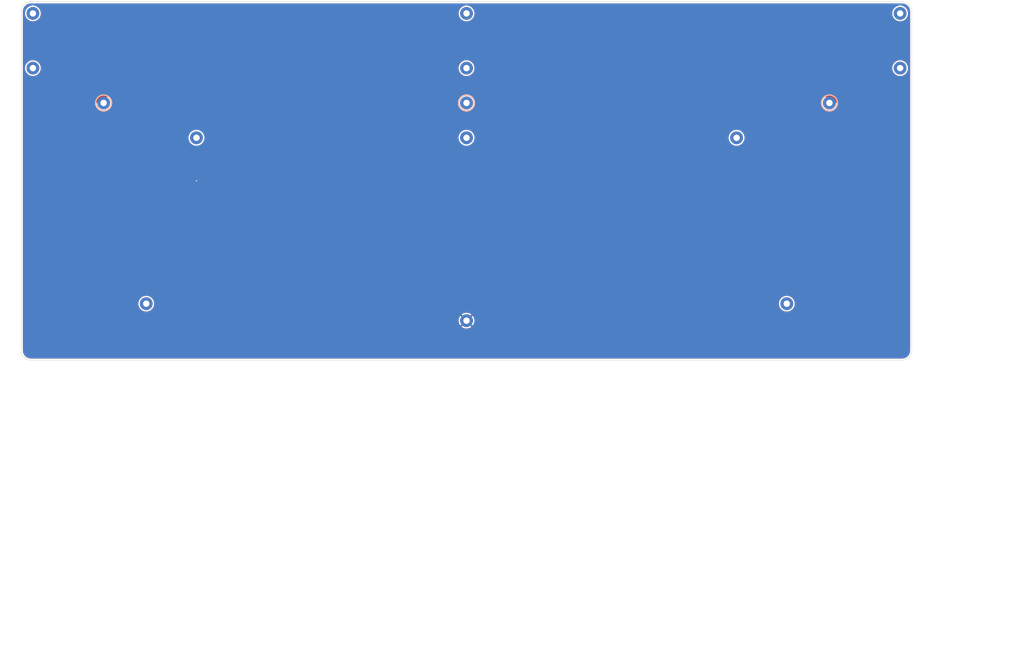
<source format=kicad_pcb>
(kicad_pcb (version 20171130) (host pcbnew "(5.1.6)-1")

  (general
    (thickness 1.6)
    (drawings 15)
    (tracks 1)
    (zones 0)
    (modules 20)
    (nets 2)
  )

  (page A3)
  (layers
    (0 F.Cu signal)
    (31 B.Cu signal)
    (32 B.Adhes user)
    (33 F.Adhes user)
    (34 B.Paste user)
    (35 F.Paste user)
    (36 B.SilkS user)
    (37 F.SilkS user)
    (38 B.Mask user)
    (39 F.Mask user)
    (40 Dwgs.User user)
    (41 Cmts.User user)
    (42 Eco1.User user)
    (43 Eco2.User user)
    (44 Edge.Cuts user)
    (45 Margin user)
    (46 B.CrtYd user)
    (47 F.CrtYd user)
    (48 B.Fab user hide)
    (49 F.Fab user)
  )

  (setup
    (last_trace_width 0.25)
    (trace_clearance 0.2)
    (zone_clearance 0.508)
    (zone_45_only no)
    (trace_min 0.2)
    (via_size 0.8)
    (via_drill 0.4)
    (via_min_size 0.4)
    (via_min_drill 0.3)
    (uvia_size 0.3)
    (uvia_drill 0.1)
    (uvias_allowed no)
    (uvia_min_size 0.2)
    (uvia_min_drill 0.1)
    (edge_width 0.15)
    (segment_width 0.2)
    (pcb_text_width 0.3)
    (pcb_text_size 1.5 1.5)
    (mod_edge_width 0.15)
    (mod_text_size 1 1)
    (mod_text_width 0.15)
    (pad_size 1.8 1.8)
    (pad_drill 0.9)
    (pad_to_mask_clearance 0.051)
    (solder_mask_min_width 0.25)
    (aux_axis_origin 0 0)
    (visible_elements 7FFFF7FF)
    (pcbplotparams
      (layerselection 0x010d0_ffffffff)
      (usegerberextensions true)
      (usegerberattributes false)
      (usegerberadvancedattributes false)
      (creategerberjobfile false)
      (excludeedgelayer true)
      (linewidth 0.100000)
      (plotframeref false)
      (viasonmask false)
      (mode 1)
      (useauxorigin false)
      (hpglpennumber 1)
      (hpglpenspeed 20)
      (hpglpendiameter 15.000000)
      (psnegative false)
      (psa4output false)
      (plotreference true)
      (plotvalue true)
      (plotinvisibletext false)
      (padsonsilk false)
      (subtractmaskfromsilk false)
      (outputformat 1)
      (mirror false)
      (drillshape 0)
      (scaleselection 1)
      (outputdirectory "../gerber/bottom-plate/"))
  )

  (net 0 "")
  (net 1 GND)

  (net_class Default "This is the default net class."
    (clearance 0.2)
    (trace_width 0.25)
    (via_dia 0.8)
    (via_drill 0.4)
    (uvia_dia 0.3)
    (uvia_drill 0.1)
    (add_net GND)
  )

  (module logos:DISCIPLINE_LARGE_COPPER (layer F.Cu) (tedit 5D1D5A92) (tstamp 5E53C4A0)
    (at 209.828345 118.773484)
    (fp_text reference G*** (at 0 0) (layer F.SilkS) hide
      (effects (font (size 1.524 1.524) (thickness 0.3)))
    )
    (fp_text value LOGO (at 0.75 0) (layer F.SilkS) hide
      (effects (font (size 1.524 1.524) (thickness 0.3)))
    )
    (fp_line (start -113.4 33.61) (end 105.92 33.64) (layer F.Cu) (width 3))
    (fp_line (start -112.95 -33.04) (end 106.37 -33.01) (layer F.Cu) (width 3))
    (fp_poly (pts (xy 95.57048 -9.763321) (xy 96.92399 -9.737821) (xy 97.82475 -9.681068) (xy 98.372004 -9.581402)
      (xy 98.664994 -9.427162) (xy 98.802961 -9.206687) (xy 98.817491 -9.163824) (xy 98.881461 -8.375376)
      (xy 98.804596 -8.02408) (xy 98.631993 -7.797398) (xy 98.248297 -7.644102) (xy 97.5463 -7.550723)
      (xy 96.418799 -7.503794) (xy 94.758589 -7.489843) (xy 94.551658 -7.489743) (xy 90.503766 -7.489743)
      (xy 90.597396 -4.477564) (xy 90.691026 -1.465384) (xy 97.692308 -1.28053) (xy 97.692308 0.651282)
      (xy 90.528205 0.651282) (xy 90.528205 7.795927) (xy 94.680129 7.887066) (xy 98.832052 7.978206)
      (xy 98.832052 9.932052) (xy 93.776232 10.02136) (xy 91.627205 10.041561) (xy 90.064923 10.012754)
      (xy 89.026434 9.931369) (xy 88.448787 9.793837) (xy 88.321745 9.712001) (xy 88.198389 9.26989)
      (xy 88.095928 8.27967) (xy 88.014405 6.844145) (xy 87.953861 5.06612) (xy 87.914339 3.048399)
      (xy 87.895881 0.893786) (xy 87.898531 -1.294915) (xy 87.922331 -3.414899) (xy 87.967323 -5.363362)
      (xy 88.03355 -7.037501) (xy 88.121054 -8.334509) (xy 88.229878 -9.151585) (xy 88.313847 -9.378461)
      (xy 88.775208 -9.551893) (xy 89.781561 -9.673147) (xy 91.367382 -9.744743) (xy 93.567151 -9.769197)
      (xy 93.664979 -9.76923) (xy 95.57048 -9.763321)) (layer F.Cu) (width 0.01))
    (fp_poly (pts (xy 75.472114 0.06042) (xy 75.385898 9.932052) (xy 74.246154 10.027955) (xy 73.312991 9.977909)
      (xy 72.593592 9.726278) (xy 72.560498 9.702314) (xy 72.264644 9.315274) (xy 71.703081 8.434047)
      (xy 70.921727 7.136335) (xy 69.9665 5.49984) (xy 68.883317 3.602263) (xy 67.718098 1.521307)
      (xy 67.600222 1.308628) (xy 63.185859 -6.663514) (xy 63.011539 9.932052) (xy 61.948399 10.034453)
      (xy 60.88526 10.136853) (xy 60.971476 0.265222) (xy 61.057693 -9.60641) (xy 62.56799 -9.704172)
      (xy 63.573307 -9.70975) (xy 64.195474 -9.504873) (xy 64.684657 -9.013212) (xy 65.005327 -8.514598)
      (xy 65.585188 -7.531257) (xy 66.374073 -6.151583) (xy 67.321816 -4.463967) (xy 68.378253 -2.556803)
      (xy 69.198718 -1.059389) (xy 73.106411 6.105712) (xy 73.269231 -1.750349) (xy 73.432052 -9.60641)
      (xy 74.495191 -9.708811) (xy 75.558331 -9.811212) (xy 75.472114 0.06042)) (layer F.Cu) (width 0.01))
    (fp_poly (pts (xy 47.136539 -9.707478) (xy 48.357693 -9.60641) (xy 48.357693 9.932052) (xy 47.136539 10.033119)
      (xy 45.915385 10.134187) (xy 45.915385 -9.808545) (xy 47.136539 -9.707478)) (layer F.Cu) (width 0.01))
    (fp_poly (pts (xy 26.946795 -9.707478) (xy 28.167949 -9.60641) (xy 28.341367 7.794154) (xy 35.657693 7.978206)
      (xy 35.657693 9.932052) (xy 30.917108 10.021809) (xy 29.221399 10.038911) (xy 27.762152 10.025277)
      (xy 26.660906 9.984227) (xy 26.039202 9.919083) (xy 25.951082 9.886125) (xy 25.894372 9.515486)
      (xy 25.842891 8.575791) (xy 25.798501 7.149257) (xy 25.763063 5.318102) (xy 25.738438 3.164543)
      (xy 25.726487 0.770797) (xy 25.725641 -0.073931) (xy 25.725641 -9.808545) (xy 26.946795 -9.707478)) (layer F.Cu) (width 0.01))
    (fp_poly (pts (xy 6.944089 -9.710031) (xy 8.641153 -9.627201) (xy 9.843539 -9.5124) (xy 10.707845 -9.336891)
      (xy 11.390665 -9.071936) (xy 11.860979 -8.807708) (xy 13.123628 -7.810159) (xy 13.901734 -6.610652)
      (xy 14.268526 -5.06337) (xy 14.321631 -3.907692) (xy 14.085145 -1.79771) (xy 13.375522 -0.117854)
      (xy 12.178851 1.144894) (xy 10.481219 2.003555) (xy 8.268715 2.471146) (xy 7.43009 2.541454)
      (xy 4.884616 2.688809) (xy 4.884616 10.094872) (xy 3.799146 10.094872) (xy 2.994514 10.035296)
      (xy 2.511287 9.890598) (xy 2.496582 9.877778) (xy 2.440903 9.50844) (xy 2.390506 8.571729)
      (xy 2.347296 7.151546) (xy 2.313175 5.331792) (xy 2.290048 3.196366) (xy 2.279819 0.82917)
      (xy 2.279488 0.311241) (xy 2.283846 -2.461686) (xy 2.29925 -4.652927) (xy 2.32919 -6.332035)
      (xy 2.374099 -7.489743) (xy 4.884616 -7.489743) (xy 4.884616 -3.636324) (xy 4.90198 -2.112993)
      (xy 4.949223 -0.835474) (xy 5.01907 0.059816) (xy 5.10171 0.434188) (xy 5.620376 0.603208)
      (xy 6.552352 0.639189) (xy 7.674808 0.548722) (xy 8.764915 0.338397) (xy 8.816489 0.324321)
      (xy 10.202246 -0.315937) (xy 11.113681 -1.362647) (xy 11.590687 -2.868294) (xy 11.654398 -3.40956)
      (xy 11.710023 -4.474986) (xy 11.5919 -5.16847) (xy 11.206606 -5.76438) (xy 10.655628 -6.342834)
      (xy 10.013494 -6.944688) (xy 9.452181 -7.287998) (xy 8.753635 -7.445065) (xy 7.699805 -7.488188)
      (xy 7.196667 -7.489743) (xy 4.884616 -7.489743) (xy 2.374099 -7.489743) (xy 2.377157 -7.568563)
      (xy 2.446644 -8.432063) (xy 2.541142 -8.992087) (xy 2.664142 -9.318188) (xy 2.769221 -9.444645)
      (xy 3.249271 -9.634828) (xy 4.169178 -9.734377) (xy 5.605744 -9.748175) (xy 6.944089 -9.710031)) (layer F.Cu) (width 0.01))
    (fp_poly (pts (xy -10.094871 10.094872) (xy -11.244835 10.094872) (xy -12.051626 9.989629) (xy -12.52649 9.731517)
      (xy -12.55252 9.683857) (xy -12.589984 9.263599) (xy -12.618358 8.277845) (xy -12.637024 6.812326)
      (xy -12.645361 4.952773) (xy -12.64275 2.784919) (xy -12.628572 0.394493) (xy -12.62371 -0.166784)
      (xy -12.537179 -9.60641) (xy -11.316025 -9.707478) (xy -10.094871 -9.808545) (xy -10.094871 10.094872)) (layer F.Cu) (width 0.01))
    (fp_poly (pts (xy -70.175641 9.932052) (xy -71.236213 10.034261) (xy -72.094006 9.983787) (xy -72.462488 9.704656)
      (xy -72.502002 9.278899) (xy -72.532229 8.287892) (xy -72.55248 6.817611) (xy -72.562064 4.954031)
      (xy -72.560293 2.783128) (xy -72.546477 0.390878) (xy -72.541659 -0.166784) (xy -72.455128 -9.60641)
      (xy -70.175641 -9.60641) (xy -70.175641 9.932052)) (layer F.Cu) (width 0.01))
    (fp_poly (pts (xy -92.987598 -9.681897) (xy -90.861969 -9.441491) (xy -89.100553 -8.954512) (xy -87.575163 -8.196458)
      (xy -87.50381 -8.151647) (xy -85.991571 -6.819221) (xy -84.855967 -5.027672) (xy -84.12849 -2.87019)
      (xy -83.840632 -0.43996) (xy -84.02125 2.153388) (xy -84.642848 4.627669) (xy -85.654885 6.605627)
      (xy -87.090678 8.135578) (xy -88.9 9.228317) (xy -89.809422 9.515588) (xy -91.086813 9.755219)
      (xy -92.594352 9.940356) (xy -94.19422 10.064147) (xy -95.748597 10.119738) (xy -97.119664 10.100276)
      (xy -98.1696 9.998908) (xy -98.760587 9.808781) (xy -98.83267 9.722221) (xy -98.873917 9.291818)
      (xy -98.905709 8.296373) (xy -98.927299 6.822069) (xy -98.937937 4.955087) (xy -98.936875 2.781611)
      (xy -98.923364 0.387822) (xy -98.918582 -0.166784) (xy -98.851455 -7.489743) (xy -96.389743 -7.489743)
      (xy -96.389743 7.815385) (xy -93.853615 7.815385) (xy -92.285565 7.761405) (xy -91.113982 7.569077)
      (xy -90.090689 7.192817) (xy -89.864512 7.082693) (xy -88.489147 6.108109) (xy -87.520944 4.745072)
      (xy -86.926214 2.929012) (xy -86.690183 0.99868) (xy -86.701965 -1.309567) (xy -87.053419 -3.165184)
      (xy -87.77556 -4.689041) (xy -88.338743 -5.425858) (xy -89.402825 -6.427347) (xy -90.591955 -7.063591)
      (xy -92.075169 -7.396907) (xy -93.936976 -7.489743) (xy -96.389743 -7.489743) (xy -98.851455 -7.489743)
      (xy -98.832051 -9.60641) (xy -95.60563 -9.700232) (xy -92.987598 -9.681897)) (layer F.Cu) (width 0.01))
    (fp_poly (pts (xy -27.519953 -9.956917) (xy -25.396835 -9.416707) (xy -24.811152 -9.1498) (xy -23.768591 -8.476872)
      (xy -23.247232 -7.716106) (xy -23.120512 -6.831046) (xy -23.269853 -6.199229) (xy -23.746219 -6.061398)
      (xy -24.592129 -6.415293) (xy -25.092401 -6.726233) (xy -26.470611 -7.411467) (xy -28.072978 -7.714238)
      (xy -28.278807 -7.728795) (xy -30.166391 -7.600701) (xy -31.697242 -6.938789) (xy -32.926043 -5.711769)
      (xy -33.521897 -4.728836) (xy -33.906744 -3.907906) (xy -34.151866 -3.130994) (xy -34.287644 -2.213713)
      (xy -34.344456 -0.971674) (xy -34.353507 0.3186) (xy -34.333128 1.955458) (xy -34.255766 3.116845)
      (xy -34.09434 3.977889) (xy -33.821767 4.713713) (xy -33.60768 5.141621) (xy -32.505667 6.574091)
      (xy -31.046747 7.542132) (xy -29.353052 8.022547) (xy -27.546718 7.992141) (xy -25.749876 7.42772)
      (xy -24.732796 6.827124) (xy -24.01845 6.388099) (xy -23.500346 6.18833) (xy -23.477294 6.18718)
      (xy -23.1701 6.44419) (xy -23.115976 7.07058) (xy -23.284491 7.849385) (xy -23.645215 8.563644)
      (xy -23.842052 8.787871) (xy -25.045705 9.545905) (xy -26.673485 10.071595) (xy -28.529171 10.330935)
      (xy -30.416542 10.289922) (xy -31.470536 10.109873) (xy -33.340843 9.345674) (xy -34.896142 8.056094)
      (xy -36.103313 6.302868) (xy -36.929236 4.147735) (xy -37.34079 1.65243) (xy -37.330999 -0.814102)
      (xy -36.916021 -3.332649) (xy -36.106964 -5.54716) (xy -34.952299 -7.352419) (xy -33.826757 -8.420666)
      (xy -31.913072 -9.444488) (xy -29.751418 -9.961375) (xy -27.519953 -9.956917)) (layer F.Cu) (width 0.01))
    (fp_poly (pts (xy -50.95736 -9.815372) (xy -49.729807 -9.474783) (xy -48.807294 -9.03334) (xy -48.386112 -8.586122)
      (xy -48.207906 -7.744564) (xy -48.275562 -7.00813) (xy -48.472349 -6.705408) (xy -48.90782 -6.735629)
      (xy -49.67271 -7.015071) (xy -50.006587 -7.174651) (xy -51.581829 -7.73969) (xy -53.068843 -7.84629)
      (xy -54.358847 -7.532994) (xy -55.343055 -6.838348) (xy -55.912683 -5.800895) (xy -56.010256 -5.047436)
      (xy -55.776965 -3.922045) (xy -55.040141 -2.932977) (xy -53.74436 -2.022313) (xy -52.553264 -1.434871)
      (xy -50.286945 -0.278407) (xy -48.657955 0.903281) (xy -47.826408 1.851626) (xy -47.405505 2.928694)
      (xy -47.228894 4.334429) (xy -47.303491 5.791015) (xy -47.636214 7.020636) (xy -47.694714 7.141485)
      (xy -48.785643 8.57355) (xy -50.317636 9.617074) (xy -52.18297 10.234241) (xy -54.273927 10.38723)
      (xy -56.173077 10.118086) (xy -57.335977 9.733832) (xy -58.354837 9.220129) (xy -58.991176 8.699046)
      (xy -59.017449 8.662148) (xy -59.229994 8.009039) (xy -59.223793 7.249836) (xy -59.008306 6.724204)
      (xy -58.962482 6.688903) (xy -58.51698 6.715984) (xy -57.735008 6.999255) (xy -57.299177 7.20932)
      (xy -55.561938 7.878519) (xy -53.889749 8.097646) (xy -52.382191 7.899456) (xy -51.138843 7.316699)
      (xy -50.259286 6.38213) (xy -49.843099 5.128499) (xy -49.823077 4.750388) (xy -50.037398 3.860573)
      (xy -50.715494 2.971159) (xy -51.910064 2.033112) (xy -53.673804 0.997396) (xy -54.092334 0.777912)
      (xy -55.926999 -0.257165) (xy -57.214713 -1.224379) (xy -58.037351 -2.22543) (xy -58.476784 -3.362015)
      (xy -58.614886 -4.735831) (xy -58.615384 -4.840361) (xy -58.3593 -6.706866) (xy -57.594719 -8.167745)
      (xy -56.327149 -9.217333) (xy -54.562098 -9.849965) (xy -53.601982 -9.997625) (xy -52.308553 -10.006016)
      (xy -50.95736 -9.815372)) (layer F.Cu) (width 0.01))
    (fp_arc (start -113.02 0.34) (end -113.02 -33.01) (angle -180) (layer F.Cu) (width 3))
    (fp_arc (start 105.79 0.34) (end 105.79 33.69) (angle -180) (layer F.Cu) (width 3))
  )

  (module logos:coseyfannitutti_rev1_16mm_copper (layer F.Cu) (tedit 5E1B77DA) (tstamp 5E5617CE)
    (at 300.76394 132.48132)
    (fp_text reference G*** (at 0 0) (layer F.SilkS) hide
      (effects (font (size 1.524 1.524) (thickness 0.3)))
    )
    (fp_text value LOGO (at 0.75 0) (layer F.SilkS) hide
      (effects (font (size 1.524 1.524) (thickness 0.3)))
    )
    (fp_poly (pts (xy 3.224388 0.656166) (xy 3.062111 0.656166) (xy 3.062111 0.500944) (xy 3.224388 0.500944)
      (xy 3.224388 0.656166)) (layer F.Cu) (width 0.01))
    (fp_poly (pts (xy 0.077611 0.656166) (xy -0.084667 0.656166) (xy -0.084667 0.500944) (xy 0.077611 0.500944)
      (xy 0.077611 0.656166)) (layer F.Cu) (width 0.01))
    (fp_poly (pts (xy 6.682705 0.423537) (xy 6.726835 0.426744) (xy 6.763442 0.432514) (xy 6.769277 0.433937)
      (xy 6.83364 0.457389) (xy 6.888471 0.491159) (xy 6.933629 0.535033) (xy 6.968976 0.588799)
      (xy 6.994371 0.652243) (xy 7.009673 0.725151) (xy 7.014742 0.80731) (xy 7.014741 0.807861)
      (xy 7.00999 0.889873) (xy 6.995642 0.971653) (xy 6.971097 1.0554) (xy 6.935759 1.143311)
      (xy 6.9071 1.202972) (xy 6.89427 1.226985) (xy 6.874918 1.261509) (xy 6.849934 1.305049)
      (xy 6.820209 1.356107) (xy 6.786632 1.413188) (xy 6.750095 1.474795) (xy 6.711487 1.539433)
      (xy 6.671699 1.605605) (xy 6.631621 1.671815) (xy 6.592144 1.736566) (xy 6.554158 1.798363)
      (xy 6.520817 1.852083) (xy 6.498802 1.887361) (xy 6.756012 1.889211) (xy 7.013222 1.891062)
      (xy 7.013222 2.039055) (xy 6.300611 2.039055) (xy 6.300611 1.907743) (xy 6.499137 1.572996)
      (xy 6.53804 1.507221) (xy 6.576094 1.442544) (xy 6.612435 1.380453) (xy 6.6462 1.322442)
      (xy 6.676524 1.27) (xy 6.702544 1.224618) (xy 6.723395 1.187787) (xy 6.738214 1.160999)
      (xy 6.742179 1.153583) (xy 6.783969 1.066125) (xy 6.815564 0.982509) (xy 6.836837 0.903586)
      (xy 6.847657 0.830205) (xy 6.847895 0.763216) (xy 6.837424 0.703471) (xy 6.817812 0.654878)
      (xy 6.791548 0.616841) (xy 6.759789 0.590683) (xy 6.720723 0.575379) (xy 6.672534 0.569903)
      (xy 6.6675 0.569857) (xy 6.620155 0.574074) (xy 6.580884 0.587891) (xy 6.546202 0.612812)
      (xy 6.530241 0.629073) (xy 6.503404 0.665242) (xy 6.483402 0.707451) (xy 6.469258 0.758288)
      (xy 6.460775 0.813152) (xy 6.453013 0.881944) (xy 6.291429 0.881944) (xy 6.295744 0.809625)
      (xy 6.304401 0.735126) (xy 6.32073 0.665755) (xy 6.343844 0.605135) (xy 6.34749 0.597713)
      (xy 6.378008 0.550711) (xy 6.418615 0.507658) (xy 6.46602 0.471165) (xy 6.516935 0.443845)
      (xy 6.558466 0.430237) (xy 6.593192 0.42519) (xy 6.636381 0.422988) (xy 6.682705 0.423537)) (layer F.Cu) (width 0.01))
    (fp_poly (pts (xy 4.838841 0.423387) (xy 4.882971 0.426437) (xy 4.920151 0.432111) (xy 4.92773 0.433925)
      (xy 4.992361 0.457449) (xy 5.04751 0.491425) (xy 5.093176 0.535848) (xy 5.129355 0.590717)
      (xy 5.156044 0.656027) (xy 5.162115 0.677333) (xy 5.16923 0.717123) (xy 5.17307 0.766125)
      (xy 5.173646 0.819825) (xy 5.170966 0.873712) (xy 5.16504 0.923273) (xy 5.161543 0.941916)
      (xy 5.152983 0.97922) (xy 5.143309 1.015203) (xy 5.131939 1.051042) (xy 5.11829 1.087915)
      (xy 5.10178 1.126999) (xy 5.081826 1.16947) (xy 5.057847 1.216505) (xy 5.029259 1.269283)
      (xy 4.99548 1.328978) (xy 4.955927 1.396769) (xy 4.910019 1.473833) (xy 4.857173 1.561346)
      (xy 4.845576 1.580444) (xy 4.659051 1.887361) (xy 4.915386 1.889211) (xy 5.171722 1.891062)
      (xy 5.171722 2.039055) (xy 4.459111 2.039055) (xy 4.459173 1.908527) (xy 4.667997 1.55575)
      (xy 4.707506 1.488809) (xy 4.745889 1.423407) (xy 4.782348 1.360924) (xy 4.816088 1.302744)
      (xy 4.84631 1.250248) (xy 4.872218 1.204819) (xy 4.893016 1.167839) (xy 4.907906 1.14069)
      (xy 4.91408 1.128888) (xy 4.951687 1.046245) (xy 4.980118 0.966617) (xy 4.99896 0.891593)
      (xy 5.007801 0.822762) (xy 5.00717 0.770593) (xy 5.00171 0.727023) (xy 4.993317 0.692684)
      (xy 4.980472 0.662766) (xy 4.965157 0.637572) (xy 4.935271 0.603731) (xy 4.898706 0.581706)
      (xy 4.854333 0.570939) (xy 4.827599 0.569604) (xy 4.780245 0.573773) (xy 4.741308 0.586903)
      (xy 4.707206 0.610527) (xy 4.688741 0.629073) (xy 4.663309 0.66288) (xy 4.644185 0.701797)
      (xy 4.630317 0.748629) (xy 4.620648 0.806178) (xy 4.619938 0.812063) (xy 4.611739 0.881944)
      (xy 4.452055 0.881944) (xy 4.452148 0.834319) (xy 4.455109 0.788114) (xy 4.463074 0.736524)
      (xy 4.474905 0.684726) (xy 4.489464 0.637893) (xy 4.501713 0.60869) (xy 4.535891 0.553598)
      (xy 4.579669 0.505821) (xy 4.630736 0.467271) (xy 4.686781 0.439863) (xy 4.716638 0.430766)
      (xy 4.750487 0.425474) (xy 4.792951 0.42304) (xy 4.838841 0.423387)) (layer F.Cu) (width 0.01))
    (fp_poly (pts (xy 3.224388 2.039055) (xy 3.062111 2.039055) (xy 3.062111 0.896055) (xy 3.224388 0.896055)
      (xy 3.224388 2.039055)) (layer F.Cu) (width 0.01))
    (fp_poly (pts (xy 0.077611 2.039055) (xy -0.084667 2.039055) (xy -0.084667 0.896055) (xy 0.077611 0.896055)
      (xy 0.077611 2.039055)) (layer F.Cu) (width 0.01))
    (fp_poly (pts (xy -0.553862 0.884993) (xy -0.49847 0.903716) (xy -0.45227 0.932083) (xy -0.414837 0.970617)
      (xy -0.385752 1.019846) (xy -0.364591 1.080294) (xy -0.353456 1.134667) (xy -0.351624 1.154189)
      (xy -0.350025 1.187373) (xy -0.348667 1.233768) (xy -0.347557 1.292927) (xy -0.346701 1.364399)
      (xy -0.346108 1.447738) (xy -0.345785 1.542493) (xy -0.345723 1.611782) (xy -0.345723 2.039055)
      (xy -0.508 2.039055) (xy -0.508 1.608263) (xy -0.508131 1.504754) (xy -0.508521 1.413881)
      (xy -0.509166 1.335862) (xy -0.510063 1.270919) (xy -0.511209 1.219269) (xy -0.512599 1.181135)
      (xy -0.51423 1.156734) (xy -0.515527 1.147888) (xy -0.533285 1.103461) (xy -0.561325 1.06857)
      (xy -0.599271 1.043502) (xy -0.646746 1.028545) (xy -0.67657 1.024747) (xy -0.728244 1.025812)
      (xy -0.773931 1.036266) (xy -0.81125 1.055441) (xy -0.82439 1.06645) (xy -0.836754 1.079052)
      (xy -0.847433 1.091684) (xy -0.856553 1.10543) (xy -0.864234 1.121376) (xy -0.870601 1.140608)
      (xy -0.875775 1.164213) (xy -0.879881 1.193275) (xy -0.88304 1.228881) (xy -0.885375 1.272116)
      (xy -0.88701 1.324067) (xy -0.888067 1.385819) (xy -0.888669 1.458457) (xy -0.88894 1.543069)
      (xy -0.889 1.637509) (xy -0.889 2.039055) (xy -1.044223 2.039055) (xy -1.044223 0.896055)
      (xy -0.890764 0.896055) (xy -0.886355 0.918104) (xy -0.883915 0.937498) (xy -0.882314 0.964033)
      (xy -0.881945 0.982985) (xy -0.881945 1.025818) (xy -0.862015 0.99445) (xy -0.825245 0.949163)
      (xy -0.779811 0.914222) (xy -0.727177 0.890147) (xy -0.668806 0.877458) (xy -0.606163 0.876676)
      (xy -0.553862 0.884993)) (layer F.Cu) (width 0.01))
    (fp_poly (pts (xy -1.535251 0.879633) (xy -1.506604 0.882146) (xy -1.482863 0.887004) (xy -1.459443 0.894873)
      (xy -1.45733 0.895699) (xy -1.410666 0.921058) (xy -1.36929 0.956979) (xy -1.337011 0.999987)
      (xy -1.3312 1.010663) (xy -1.323602 1.026149) (xy -1.317026 1.041187) (xy -1.311385 1.056898)
      (xy -1.306593 1.074403) (xy -1.302565 1.094826) (xy -1.299214 1.119286) (xy -1.296453 1.148907)
      (xy -1.294197 1.18481) (xy -1.292359 1.228117) (xy -1.290853 1.279949) (xy -1.289593 1.341428)
      (xy -1.288493 1.413676) (xy -1.287465 1.497815) (xy -1.286447 1.592791) (xy -1.281829 2.039055)
      (xy -1.445887 2.039055) (xy -1.447902 1.596319) (xy -1.448314 1.502532) (xy -1.448715 1.421774)
      (xy -1.449226 1.352962) (xy -1.449969 1.295016) (xy -1.451065 1.246852) (xy -1.452636 1.20739)
      (xy -1.454803 1.175547) (xy -1.457687 1.150241) (xy -1.46141 1.130391) (xy -1.466094 1.114914)
      (xy -1.471859 1.10273) (xy -1.478827 1.092755) (xy -1.487121 1.083909) (xy -1.49686 1.075108)
      (xy -1.50744 1.065913) (xy -1.543364 1.041715) (xy -1.585353 1.027837) (xy -1.635409 1.023729)
      (xy -1.657979 1.024687) (xy -1.70867 1.034319) (xy -1.750806 1.055103) (xy -1.783935 1.086635)
      (xy -1.807603 1.128513) (xy -1.81917 1.167926) (xy -1.821175 1.184047) (xy -1.822885 1.21124)
      (xy -1.824308 1.249943) (xy -1.825451 1.300592) (xy -1.826323 1.363628) (xy -1.826931 1.439488)
      (xy -1.827284 1.52861) (xy -1.827389 1.623954) (xy -1.827389 2.039055) (xy -1.989667 2.039055)
      (xy -1.989667 0.896055) (xy -1.827389 0.896055) (xy -1.827389 1.032873) (xy -1.807117 1.001506)
      (xy -1.767269 0.952197) (xy -1.71872 0.913835) (xy -1.689806 0.898193) (xy -1.668897 0.889084)
      (xy -1.650488 0.883311) (xy -1.63027 0.880157) (xy -1.603936 0.878903) (xy -1.573389 0.878796)
      (xy -1.535251 0.879633)) (layer F.Cu) (width 0.01))
    (fp_poly (pts (xy -3.040945 0.585611) (xy -3.114569 0.585611) (xy -3.15675 0.586437) (xy -3.188021 0.589444)
      (xy -3.211515 0.595427) (xy -3.230363 0.605178) (xy -3.247486 0.619288) (xy -3.262922 0.638475)
      (xy -3.274255 0.663674) (xy -3.281909 0.696804) (xy -3.286306 0.73978) (xy -3.287872 0.794518)
      (xy -3.287889 0.802086) (xy -3.287889 0.896055) (xy -3.040945 0.896055) (xy -3.040945 1.030111)
      (xy -3.287889 1.030111) (xy -3.287889 2.039055) (xy -3.450167 2.039055) (xy -3.450167 1.030111)
      (xy -3.570112 1.030111) (xy -3.570112 0.896055) (xy -3.510139 0.896055) (xy -3.482915 0.895863)
      (xy -3.461948 0.89535) (xy -3.450533 0.894613) (xy -3.449385 0.894291) (xy -3.44886 0.887028)
      (xy -3.447878 0.867929) (xy -3.446546 0.839262) (xy -3.444969 0.803289) (xy -3.443385 0.765527)
      (xy -3.441147 0.717036) (xy -3.438744 0.680018) (xy -3.435847 0.651835) (xy -3.432127 0.629851)
      (xy -3.427256 0.611428) (xy -3.422502 0.597981) (xy -3.397505 0.551211) (xy -3.3618 0.509159)
      (xy -3.318738 0.475364) (xy -3.293474 0.461734) (xy -3.274973 0.453732) (xy -3.258286 0.448053)
      (xy -3.240245 0.444206) (xy -3.217684 0.441699) (xy -3.187435 0.44004) (xy -3.146329 0.438739)
      (xy -3.145014 0.438704) (xy -3.040945 0.435906) (xy -3.040945 0.585611)) (layer F.Cu) (width 0.01))
    (fp_poly (pts (xy 2.638777 0.896055) (xy 2.8575 0.896055) (xy 2.8575 1.044222) (xy 2.638777 1.044222)
      (xy 2.638777 1.413751) (xy 2.638828 1.497617) (xy 2.639003 1.568544) (xy 2.639332 1.627707)
      (xy 2.639848 1.676279) (xy 2.640581 1.715432) (xy 2.641564 1.74634) (xy 2.642829 1.770175)
      (xy 2.644406 1.788112) (xy 2.646327 1.801322) (xy 2.648624 1.81098) (xy 2.649546 1.813804)
      (xy 2.665772 1.847431) (xy 2.688333 1.871661) (xy 2.718962 1.887466) (xy 2.759394 1.89582)
      (xy 2.799291 1.897789) (xy 2.8575 1.897944) (xy 2.8575 2.046111) (xy 2.78518 2.045281)
      (xy 2.750397 2.044365) (xy 2.717035 2.042595) (xy 2.690113 2.040276) (xy 2.680198 2.038932)
      (xy 2.624426 2.023682) (xy 2.577985 1.998136) (xy 2.540436 1.961888) (xy 2.511343 1.91453)
      (xy 2.492886 1.865068) (xy 2.490243 1.854625) (xy 2.487985 1.842082) (xy 2.48607 1.826241)
      (xy 2.484459 1.805905) (xy 2.483109 1.779877) (xy 2.481981 1.74696) (xy 2.481035 1.705958)
      (xy 2.480228 1.655673) (xy 2.47952 1.594908) (xy 2.478871 1.522466) (xy 2.47824 1.437151)
      (xy 2.478219 1.434041) (xy 2.475541 1.044222) (xy 2.363611 1.044222) (xy 2.363611 0.896055)
      (xy 2.4765 0.896055) (xy 2.4765 0.564444) (xy 2.638777 0.564444) (xy 2.638777 0.896055)) (layer F.Cu) (width 0.01))
    (fp_poly (pts (xy 2.046111 0.896055) (xy 2.264833 0.896055) (xy 2.264833 1.044222) (xy 2.046111 1.044222)
      (xy 2.04642 1.416402) (xy 2.046525 1.502259) (xy 2.046743 1.57518) (xy 2.047161 1.636342)
      (xy 2.047865 1.68692) (xy 2.048944 1.72809) (xy 2.050482 1.761027) (xy 2.052568 1.786907)
      (xy 2.055287 1.806907) (xy 2.058727 1.822202) (xy 2.062975 1.833966) (xy 2.068117 1.843378)
      (xy 2.074241 1.851611) (xy 2.078954 1.857074) (xy 2.106149 1.878315) (xy 2.143402 1.891688)
      (xy 2.191627 1.897485) (xy 2.206625 1.897789) (xy 2.264833 1.897944) (xy 2.264833 2.046111)
      (xy 2.192513 2.045281) (xy 2.157811 2.044373) (xy 2.124608 2.042625) (xy 2.097885 2.040337)
      (xy 2.088034 2.039004) (xy 2.031849 2.023507) (xy 1.984959 1.997552) (xy 1.947258 1.961018)
      (xy 1.918641 1.913781) (xy 1.899001 1.855719) (xy 1.890765 1.810337) (xy 1.889479 1.793425)
      (xy 1.888268 1.763986) (xy 1.88716 1.723604) (xy 1.88618 1.673864) (xy 1.885353 1.616349)
      (xy 1.884707 1.552644) (xy 1.884268 1.484333) (xy 1.88406 1.413) (xy 1.884051 1.402291)
      (xy 1.883833 1.044222) (xy 1.770944 1.044222) (xy 1.770944 0.896055) (xy 1.883833 0.896055)
      (xy 1.883833 0.564444) (xy 2.046111 0.564444) (xy 2.046111 0.896055)) (layer F.Cu) (width 0.01))
    (fp_poly (pts (xy 0.5308 0.728486) (xy 0.532694 0.892527) (xy 0.747888 0.896423) (xy 0.747888 1.044222)
      (xy 0.528275 1.044222) (xy 0.530485 1.41993) (xy 0.532694 1.795638) (xy 0.54907 1.828886)
      (xy 0.565547 1.855918) (xy 0.585731 1.874897) (xy 0.612313 1.887193) (xy 0.647988 1.89418)
      (xy 0.682362 1.896761) (xy 0.747888 1.899627) (xy 0.747888 2.046111) (xy 0.675569 2.045519)
      (xy 0.639788 2.04438) (xy 0.604454 2.041823) (xy 0.575051 2.0383) (xy 0.564444 2.036353)
      (xy 0.536736 2.028905) (xy 0.509943 2.019615) (xy 0.49906 2.014917) (xy 0.466446 1.992796)
      (xy 0.435663 1.960423) (xy 0.409798 1.921599) (xy 0.393488 1.884915) (xy 0.390091 1.874571)
      (xy 0.387209 1.864435) (xy 0.384792 1.853289) (xy 0.382792 1.839915) (xy 0.381158 1.823095)
      (xy 0.379843 1.801611) (xy 0.378795 1.774246) (xy 0.377966 1.73978) (xy 0.377307 1.696997)
      (xy 0.376768 1.644678) (xy 0.3763 1.581605) (xy 0.375854 1.50656) (xy 0.3755 1.441097)
      (xy 0.37339 1.044222) (xy 0.254 1.044222) (xy 0.254 0.896055) (xy 0.373944 0.896055)
      (xy 0.373944 0.564444) (xy 0.528906 0.564444) (xy 0.5308 0.728486)) (layer F.Cu) (width 0.01))
    (fp_poly (pts (xy 7.634335 0.425624) (xy 7.67398 0.430461) (xy 7.69193 0.434213) (xy 7.75448 0.457192)
      (xy 7.808818 0.491354) (xy 7.854166 0.535888) (xy 7.889748 0.589983) (xy 7.914786 0.652828)
      (xy 7.919807 0.671906) (xy 7.92183 0.682413) (xy 7.923584 0.696222) (xy 7.925086 0.714309)
      (xy 7.926354 0.737651) (xy 7.927406 0.767225) (xy 7.92826 0.804007) (xy 7.928935 0.848973)
      (xy 7.929447 0.9031) (xy 7.929815 0.967364) (xy 7.930057 1.042741) (xy 7.930191 1.130209)
      (xy 7.930235 1.230743) (xy 7.930235 1.23825) (xy 7.930222 1.341192) (xy 7.930142 1.431055)
      (xy 7.929931 1.508868) (xy 7.929528 1.575664) (xy 7.92887 1.632472) (xy 7.927894 1.680324)
      (xy 7.926539 1.720251) (xy 7.924742 1.753284) (xy 7.92244 1.780453) (xy 7.919572 1.802791)
      (xy 7.916074 1.821327) (xy 7.911884 1.837093) (xy 7.906941 1.85112) (xy 7.901181 1.864438)
      (xy 7.894541 1.87808) (xy 7.891095 1.884905) (xy 7.857388 1.936169) (xy 7.812758 1.979894)
      (xy 7.758968 2.014721) (xy 7.697781 2.039294) (xy 7.686734 2.042363) (xy 7.653219 2.048265)
      (xy 7.610964 2.05163) (xy 7.564817 2.05246) (xy 7.519626 2.050756) (xy 7.480237 2.046521)
      (xy 7.459588 2.042289) (xy 7.395774 2.019108) (xy 7.341843 1.986285) (xy 7.297074 1.943153)
      (xy 7.260744 1.889048) (xy 7.237268 1.837408) (xy 7.221361 1.795638) (xy 7.221361 1.241777)
      (xy 7.221374 1.139996) (xy 7.221431 1.051341) (xy 7.221508 1.002135) (xy 7.373903 1.002135)
      (xy 7.373931 1.07879) (xy 7.37418 1.167531) (xy 7.374594 1.266472) (xy 7.375054 1.361917)
      (xy 7.375517 1.44429) (xy 7.376011 1.514634) (xy 7.376567 1.573986) (xy 7.377212 1.623388)
      (xy 7.377978 1.66388) (xy 7.378892 1.696502) (xy 7.379985 1.722294) (xy 7.381286 1.742296)
      (xy 7.382824 1.757548) (xy 7.384629 1.769091) (xy 7.38673 1.777965) (xy 7.389156 1.78521)
      (xy 7.389248 1.78545) (xy 7.413361 1.831501) (xy 7.445845 1.866285) (xy 7.486884 1.889921)
      (xy 7.536661 1.902526) (xy 7.574138 1.904862) (xy 7.608557 1.90374) (xy 7.634669 1.899687)
      (xy 7.658151 1.891671) (xy 7.665861 1.888184) (xy 7.703956 1.865069) (xy 7.732968 1.834801)
      (xy 7.755441 1.795638) (xy 7.771694 1.760361) (xy 7.771694 0.716138) (xy 7.754975 0.679156)
      (xy 7.730609 0.639791) (xy 7.697176 0.606098) (xy 7.65881 0.582206) (xy 7.657198 0.581498)
      (xy 7.630316 0.574212) (xy 7.59517 0.570458) (xy 7.557108 0.570243) (xy 7.521478 0.573571)
      (xy 7.493627 0.580449) (xy 7.491498 0.581323) (xy 7.45712 0.601461) (xy 7.425947 0.629184)
      (xy 7.403065 0.659873) (xy 7.401249 0.663276) (xy 7.395838 0.67468) (xy 7.391148 0.686886)
      (xy 7.387133 0.700922) (xy 7.383749 0.717812) (xy 7.380949 0.738582) (xy 7.37869 0.764259)
      (xy 7.376925 0.795867) (xy 7.375609 0.834433) (xy 7.374697 0.880983) (xy 7.374144 0.936541)
      (xy 7.373903 1.002135) (xy 7.221508 1.002135) (xy 7.221551 0.974826) (xy 7.221759 0.909468)
      (xy 7.222075 0.85428) (xy 7.222522 0.808278) (xy 7.223122 0.770477) (xy 7.223898 0.739891)
      (xy 7.224871 0.715536) (xy 7.226063 0.696426) (xy 7.227496 0.681577) (xy 7.229194 0.670003)
      (xy 7.231177 0.660719) (xy 7.233468 0.65274) (xy 7.234675 0.649111) (xy 7.251715 0.604776)
      (xy 7.270108 0.569459) (xy 7.292756 0.538148) (xy 7.310535 0.518206) (xy 7.350976 0.483825)
      (xy 7.400522 0.455008) (xy 7.454477 0.434367) (xy 7.467305 0.430982) (xy 7.500531 0.425795)
      (xy 7.542711 0.423221) (xy 7.588946 0.423187) (xy 7.634335 0.425624)) (layer F.Cu) (width 0.01))
    (fp_poly (pts (xy 5.800826 0.425822) (xy 5.856133 0.435094) (xy 5.903985 0.451653) (xy 5.947191 0.476486)
      (xy 5.988558 0.510577) (xy 5.990454 0.512376) (xy 6.030597 0.559388) (xy 6.060563 0.614649)
      (xy 6.078305 0.667674) (xy 6.080557 0.6836) (xy 6.08257 0.712235) (xy 6.084345 0.752178)
      (xy 6.085881 0.80203) (xy 6.087179 0.86039) (xy 6.088239 0.925859) (xy 6.089062 0.997035)
      (xy 6.089648 1.072519) (xy 6.089997 1.150911) (xy 6.09011 1.23081) (xy 6.089985 1.310817)
      (xy 6.089625 1.38953) (xy 6.089029 1.46555) (xy 6.088198 1.537477) (xy 6.087131 1.603911)
      (xy 6.08583 1.663451) (xy 6.084293 1.714697) (xy 6.082522 1.756248) (xy 6.080517 1.786706)
      (xy 6.078279 1.804669) (xy 6.07808 1.805565) (xy 6.056177 1.870378) (xy 6.023343 1.926409)
      (xy 5.980064 1.973162) (xy 5.926829 2.010145) (xy 5.864125 2.036864) (xy 5.84379 2.042739)
      (xy 5.810701 2.048495) (xy 5.76868 2.051713) (xy 5.722612 2.052409) (xy 5.677384 2.050597)
      (xy 5.637883 2.046294) (xy 5.617014 2.042015) (xy 5.559566 2.020508) (xy 5.506863 1.989068)
      (xy 5.46162 1.94978) (xy 5.426555 1.90473) (xy 5.417663 1.888922) (xy 5.408902 1.868203)
      (xy 5.39912 1.83971) (xy 5.390367 1.809441) (xy 5.390009 1.80805) (xy 5.38741 1.797287)
      (xy 5.385162 1.786056) (xy 5.38324 1.773302) (xy 5.381617 1.75797) (xy 5.38027 1.739003)
      (xy 5.379172 1.715348) (xy 5.378298 1.685948) (xy 5.377623 1.649748) (xy 5.377122 1.605693)
      (xy 5.376769 1.552727) (xy 5.376539 1.489796) (xy 5.376407 1.415844) (xy 5.376346 1.329815)
      (xy 5.376333 1.23825) (xy 5.376347 1.140154) (xy 5.376408 1.055112) (xy 5.376542 0.982066)
      (xy 5.376773 0.919958) (xy 5.377129 0.867731) (xy 5.377634 0.824327) (xy 5.378315 0.788689)
      (xy 5.379197 0.759758) (xy 5.380307 0.736477) (xy 5.381275 0.723194) (xy 5.535083 0.723194)
      (xy 5.535083 1.234722) (xy 5.535103 1.332656) (xy 5.535181 1.4175) (xy 5.535338 1.490272)
      (xy 5.535598 1.551992) (xy 5.535983 1.603681) (xy 5.536518 1.646358) (xy 5.537226 1.681043)
      (xy 5.538128 1.708756) (xy 5.539249 1.730517) (xy 5.540612 1.747346) (xy 5.54224 1.760262)
      (xy 5.544155 1.770286) (xy 5.546381 1.778437) (xy 5.547485 1.781751) (xy 5.570012 1.82829)
      (xy 5.601257 1.863779) (xy 5.641306 1.888276) (xy 5.690243 1.901835) (xy 5.732638 1.904862)
      (xy 5.767057 1.90374) (xy 5.793169 1.899687) (xy 5.816651 1.891671) (xy 5.824361 1.888184)
      (xy 5.862456 1.865069) (xy 5.891468 1.834801) (xy 5.913941 1.795638) (xy 5.930194 1.760361)
      (xy 5.930194 0.716138) (xy 5.91352 0.679259) (xy 5.892997 0.645012) (xy 5.865295 0.614)
      (xy 5.834269 0.589993) (xy 5.810574 0.578662) (xy 5.776775 0.571687) (xy 5.736097 0.569408)
      (xy 5.694982 0.571858) (xy 5.663776 0.57789) (xy 5.623799 0.596201) (xy 5.588426 0.625632)
      (xy 5.560775 0.663268) (xy 5.551379 0.682853) (xy 5.535083 0.723194) (xy 5.381275 0.723194)
      (xy 5.38167 0.717789) (xy 5.383313 0.702636) (xy 5.38526 0.68996) (xy 5.387538 0.678705)
      (xy 5.390173 0.667811) (xy 5.39029 0.667352) (xy 5.408818 0.609971) (xy 5.433123 0.562809)
      (xy 5.465089 0.522519) (xy 5.480119 0.507874) (xy 5.523897 0.473613) (xy 5.570933 0.448846)
      (xy 5.623736 0.432735) (xy 5.684811 0.424446) (xy 5.735256 0.422852) (xy 5.800826 0.425822)) (layer F.Cu) (width 0.01))
    (fp_poly (pts (xy 1.093611 1.328691) (xy 1.093632 1.422638) (xy 1.093754 1.503556) (xy 1.094061 1.572527)
      (xy 1.094638 1.630634) (xy 1.095569 1.678959) (xy 1.096938 1.718584) (xy 1.098832 1.750591)
      (xy 1.101333 1.776062) (xy 1.104528 1.79608) (xy 1.1085 1.811727) (xy 1.113335 1.824085)
      (xy 1.119118 1.834236) (xy 1.125932 1.843263) (xy 1.133862 1.852247) (xy 1.134654 1.853114)
      (xy 1.157373 1.874384) (xy 1.18189 1.888816) (xy 1.211806 1.897773) (xy 1.250716 1.902615)
      (xy 1.26821 1.903641) (xy 1.300342 1.904749) (xy 1.323002 1.904026) (xy 1.340786 1.900767)
      (xy 1.358289 1.894267) (xy 1.372289 1.887678) (xy 1.400204 1.871239) (xy 1.419861 1.851744)
      (xy 1.430523 1.835684) (xy 1.449916 1.802694) (xy 1.451879 1.349375) (xy 1.453842 0.896055)
      (xy 1.615722 0.896055) (xy 1.615722 2.039055) (xy 1.454015 2.039055) (xy 1.451965 1.98198)
      (xy 1.449916 1.924905) (xy 1.427732 1.956433) (xy 1.392653 1.994622) (xy 1.348019 2.024634)
      (xy 1.305562 2.041845) (xy 1.269631 2.048937) (xy 1.226466 2.052155) (xy 1.181804 2.051488)
      (xy 1.141385 2.046928) (xy 1.120867 2.042111) (xy 1.069421 2.019068) (xy 1.024999 1.983874)
      (xy 0.987796 1.936722) (xy 0.958265 1.878454) (xy 0.941916 1.837972) (xy 0.93987 1.367013)
      (xy 0.937824 0.896055) (xy 1.093611 0.896055) (xy 1.093611 1.328691)) (layer F.Cu) (width 0.01))
    (fp_poly (pts (xy -2.470246 0.886502) (xy -2.407071 0.905394) (xy -2.353439 0.934264) (xy -2.308784 0.973485)
      (xy -2.272541 1.02343) (xy -2.249084 1.071701) (xy -2.245903 1.079735) (xy -2.243169 1.087668)
      (xy -2.240844 1.096589) (xy -2.238889 1.107591) (xy -2.237264 1.121763) (xy -2.23593 1.140195)
      (xy -2.234848 1.163979) (xy -2.233979 1.194204) (xy -2.233284 1.231962) (xy -2.232723 1.278342)
      (xy -2.232259 1.334435) (xy -2.231851 1.401332) (xy -2.23146 1.480123) (xy -2.231048 1.571898)
      (xy -2.231034 1.575152) (xy -2.228984 2.039055) (xy -2.377723 2.039055) (xy -2.377723 1.93816)
      (xy -2.398592 1.966969) (xy -2.429156 1.998359) (xy -2.47022 2.024229) (xy -2.518622 2.042605)
      (xy -2.520499 2.043112) (xy -2.550144 2.048312) (xy -2.588625 2.051329) (xy -2.631165 2.052164)
      (xy -2.672987 2.050816) (xy -2.709315 2.047287) (xy -2.7305 2.043093) (xy -2.785542 2.021961)
      (xy -2.830884 1.9916) (xy -2.866755 1.951634) (xy -2.893381 1.901687) (xy -2.910991 1.841383)
      (xy -2.919811 1.770346) (xy -2.921 1.728257) (xy -2.920679 1.721555) (xy -2.77546 1.721555)
      (xy -2.772989 1.780526) (xy -2.763808 1.828241) (xy -2.747377 1.866137) (xy -2.723157 1.895648)
      (xy -2.70464 1.90994) (xy -2.670126 1.925684) (xy -2.627285 1.934894) (xy -2.580386 1.937398)
      (xy -2.533697 1.933025) (xy -2.491487 1.921603) (xy -2.484649 1.918766) (xy -2.446831 1.897182)
      (xy -2.418816 1.868863) (xy -2.397723 1.831851) (xy -2.392484 1.819424) (xy -2.388456 1.806999)
      (xy -2.385443 1.792482) (xy -2.383249 1.77378) (xy -2.38168 1.748801) (xy -2.38054 1.715453)
      (xy -2.379634 1.671643) (xy -2.378997 1.631039) (xy -2.376574 1.46644) (xy -2.50944 1.468762)
      (xy -2.555936 1.469637) (xy -2.590684 1.470614) (xy -2.616047 1.472002) (xy -2.634386 1.474114)
      (xy -2.648064 1.477261) (xy -2.659443 1.481752) (xy -2.670884 1.487901) (xy -2.675581 1.490643)
      (xy -2.712028 1.518348) (xy -2.739768 1.554035) (xy -2.759269 1.598792) (xy -2.771003 1.653704)
      (xy -2.77544 1.71986) (xy -2.77546 1.721555) (xy -2.920679 1.721555) (xy -2.917306 1.65126)
      (xy -2.905913 1.584908) (xy -2.88636 1.527728) (xy -2.858181 1.47825) (xy -2.832321 1.4466)
      (xy -2.806153 1.421197) (xy -2.778905 1.400797) (xy -2.748598 1.3848) (xy -2.713254 1.37261)
      (xy -2.670893 1.363627) (xy -2.619537 1.357254) (xy -2.557206 1.352891) (xy -2.516415 1.351091)
      (xy -2.37649 1.345844) (xy -2.378989 1.23913) (xy -2.380216 1.196463) (xy -2.381829 1.165181)
      (xy -2.384182 1.14256) (xy -2.387632 1.125873) (xy -2.392533 1.112396) (xy -2.396598 1.104194)
      (xy -2.423703 1.065015) (xy -2.457773 1.036901) (xy -2.500196 1.019035) (xy -2.55236 1.010601)
      (xy -2.555994 1.010367) (xy -2.603286 1.010741) (xy -2.641263 1.018889) (xy -2.673049 1.035925)
      (xy -2.700907 1.061977) (xy -2.728516 1.103042) (xy -2.742637 1.148065) (xy -2.744612 1.173804)
      (xy -2.744612 1.199444) (xy -2.899834 1.199444) (xy -2.89973 1.172986) (xy -2.898 1.151698)
      (xy -2.893625 1.123696) (xy -2.888959 1.101277) (xy -2.868071 1.040478) (xy -2.836542 0.988546)
      (xy -2.795049 0.94592) (xy -2.744267 0.913038) (xy -2.684873 0.89034) (xy -2.617543 0.878264)
      (xy -2.543528 0.877214) (xy -2.470246 0.886502)) (layer F.Cu) (width 0.01))
    (fp_poly (pts (xy -4.80293 0.885255) (xy -4.740515 0.904962) (xy -4.685464 0.935574) (xy -4.639195 0.976048)
      (xy -4.603124 1.02534) (xy -4.596747 1.037166) (xy -4.585207 1.060771) (xy -4.576021 1.082457)
      (xy -4.568888 1.104279) (xy -4.563506 1.128293) (xy -4.559576 1.156555) (xy -4.556794 1.191121)
      (xy -4.554861 1.234046) (xy -4.553475 1.287386) (xy -4.55256 1.338791) (xy -4.549498 1.531055)
      (xy -5.074368 1.531055) (xy -5.071339 1.649236) (xy -5.069795 1.697018) (xy -5.067788 1.733024)
      (xy -5.065072 1.759586) (xy -5.061398 1.779036) (xy -5.05652 1.793709) (xy -5.055873 1.79519)
      (xy -5.029756 1.840199) (xy -4.99682 1.873028) (xy -4.956314 1.894157) (xy -4.907488 1.904067)
      (xy -4.884361 1.905) (xy -4.849578 1.903183) (xy -4.819766 1.898256) (xy -4.806371 1.894042)
      (xy -4.767975 1.870637) (xy -4.737643 1.836879) (xy -4.716914 1.794928) (xy -4.708211 1.75635)
      (xy -4.704091 1.721555) (xy -4.550834 1.721555) (xy -4.550918 1.758597) (xy -4.557635 1.820331)
      (xy -4.57676 1.878874) (xy -4.607174 1.931571) (xy -4.639184 1.968022) (xy -4.68367 2.003758)
      (xy -4.731577 2.029078) (xy -4.785356 2.044832) (xy -4.847458 2.051872) (xy -4.882163 2.052393)
      (xy -4.915741 2.051399) (xy -4.947731 2.049406) (xy -4.972924 2.046776) (xy -4.979979 2.045617)
      (xy -5.038806 2.027058) (xy -5.092052 1.996239) (xy -5.138593 1.954287) (xy -5.177301 1.902333)
      (xy -5.207051 1.841504) (xy -5.218754 1.806222) (xy -5.222022 1.793469) (xy -5.224695 1.779623)
      (xy -5.226832 1.763185) (xy -5.228491 1.742658) (xy -5.22973 1.716546) (xy -5.230607 1.683351)
      (xy -5.231181 1.641577) (xy -5.231511 1.589727) (xy -5.231654 1.526303) (xy -5.231675 1.474611)
      (xy -5.231589 1.396974) (xy -5.231231 1.331881) (xy -5.230739 1.298569) (xy -5.072945 1.298569)
      (xy -5.072945 1.382888) (xy -4.713112 1.382888) (xy -4.713112 1.285232) (xy -4.714037 1.232002)
      (xy -4.717193 1.189927) (xy -4.723146 1.156151) (xy -4.732466 1.127817) (xy -4.74572 1.102068)
      (xy -4.751275 1.093316) (xy -4.780068 1.061847) (xy -4.816885 1.039588) (xy -4.858764 1.026889)
      (xy -4.902745 1.0241) (xy -4.945869 1.031572) (xy -4.985176 1.049653) (xy -5.0033 1.063523)
      (xy -5.027823 1.089622) (xy -5.046319 1.119222) (xy -5.059428 1.154486) (xy -5.067793 1.197582)
      (xy -5.072055 1.250675) (xy -5.072945 1.298569) (xy -5.230739 1.298569) (xy -5.230431 1.277764)
      (xy -5.229019 1.233055) (xy -5.226827 1.196186) (xy -5.223684 1.16559) (xy -5.219421 1.1397)
      (xy -5.213868 1.116948) (xy -5.206857 1.095766) (xy -5.198217 1.074587) (xy -5.187779 1.051843)
      (xy -5.185424 1.046891) (xy -5.152181 0.992748) (xy -5.109354 0.94822) (xy -5.058134 0.913811)
      (xy -4.999714 0.890024) (xy -4.935284 0.877362) (xy -4.866035 0.87633) (xy -4.80293 0.885255)) (layer F.Cu) (width 0.01))
    (fp_poly (pts (xy -5.694179 0.877409) (xy -5.634133 0.887692) (xy -5.578664 0.905872) (xy -5.530372 0.931891)
      (xy -5.499257 0.957686) (xy -5.47246 0.992344) (xy -5.44949 1.03627) (xy -5.432557 1.084714)
      (xy -5.426087 1.114777) (xy -5.420626 1.148624) (xy -5.418512 1.170903) (xy -5.421812 1.184017)
      (xy -5.432588 1.19037) (xy -5.452906 1.192364) (xy -5.484829 1.192404) (xy -5.49275 1.192388)
      (xy -5.566834 1.192388) (xy -5.566834 1.172502) (xy -5.572623 1.131052) (xy -5.588595 1.091661)
      (xy -5.612656 1.057589) (xy -5.642709 1.032095) (xy -5.663565 1.02198) (xy -5.694157 1.015206)
      (xy -5.731492 1.012706) (xy -5.770443 1.014278) (xy -5.80588 1.01972) (xy -5.832294 1.028631)
      (xy -5.868589 1.05492) (xy -5.895526 1.090901) (xy -5.912435 1.135149) (xy -5.918649 1.186239)
      (xy -5.917784 1.211001) (xy -5.909932 1.254735) (xy -5.893256 1.291336) (xy -5.866592 1.32199)
      (xy -5.828775 1.347883) (xy -5.778641 1.370202) (xy -5.752823 1.379054) (xy -5.686419 1.400434)
      (xy -5.631977 1.418492) (xy -5.587947 1.433971) (xy -5.552776 1.447613) (xy -5.524913 1.46016)
      (xy -5.502808 1.472354) (xy -5.48491 1.484936) (xy -5.469666 1.49865) (xy -5.455526 1.514236)
      (xy -5.446187 1.52573) (xy -5.417978 1.571654) (xy -5.399747 1.625844) (xy -5.39121 1.689279)
      (xy -5.390445 1.717807) (xy -5.39468 1.793203) (xy -5.407664 1.857905) (xy -5.429817 1.912612)
      (xy -5.461556 1.958021) (xy -5.503303 1.994829) (xy -5.555475 2.023734) (xy -5.580196 2.033541)
      (xy -5.602268 2.040124) (xy -5.627719 2.044726) (xy -5.659834 2.047745) (xy -5.701897 2.049581)
      (xy -5.715 2.049917) (xy -5.751774 2.050485) (xy -5.78476 2.050491) (xy -5.810715 2.049969)
      (xy -5.826398 2.048953) (xy -5.827889 2.048719) (xy -5.893723 2.03058) (xy -5.949229 2.003189)
      (xy -5.994689 1.966216) (xy -6.030388 1.919334) (xy -6.056609 1.862214) (xy -6.073637 1.794527)
      (xy -6.078585 1.758597) (xy -6.083275 1.7145) (xy -5.935666 1.7145) (xy -5.930917 1.755069)
      (xy -5.919048 1.807068) (xy -5.896903 1.849471) (xy -5.864762 1.882045) (xy -5.822902 1.904562)
      (xy -5.771604 1.916789) (xy -5.732639 1.919111) (xy -5.67528 1.913869) (xy -5.627432 1.898322)
      (xy -5.589369 1.87274) (xy -5.561369 1.83739) (xy -5.543708 1.792541) (xy -5.53666 1.738463)
      (xy -5.536538 1.728315) (xy -5.538581 1.690705) (xy -5.544121 1.6627) (xy -5.547599 1.654085)
      (xy -5.569292 1.622969) (xy -5.600834 1.595488) (xy -5.643389 1.570921) (xy -5.698119 1.54855)
      (xy -5.739695 1.535164) (xy -5.78896 1.519619) (xy -5.836796 1.502804) (xy -5.880133 1.485916)
      (xy -5.9159 1.470151) (xy -5.940778 1.45686) (xy -5.968538 1.435295) (xy -5.997024 1.406496)
      (xy -6.022026 1.375213) (xy -6.039336 1.3462) (xy -6.039908 1.344931) (xy -6.057169 1.291867)
      (xy -6.065419 1.23365) (xy -6.06513 1.173057) (xy -6.056775 1.112865) (xy -6.040825 1.05585)
      (xy -6.017754 1.004788) (xy -5.988032 0.962456) (xy -5.972164 0.946597) (xy -5.928192 0.916476)
      (xy -5.875809 0.894558) (xy -5.817614 0.880781) (xy -5.756205 0.875085) (xy -5.694179 0.877409)) (layer F.Cu) (width 0.01))
    (fp_poly (pts (xy -6.500788 0.880997) (xy -6.436177 0.898169) (xy -6.37988 0.925995) (xy -6.332561 0.963944)
      (xy -6.294881 1.011484) (xy -6.267502 1.068082) (xy -6.251086 1.133208) (xy -6.251016 1.133666)
      (xy -6.248831 1.156493) (xy -6.247143 1.193088) (xy -6.245957 1.243119) (xy -6.245276 1.306251)
      (xy -6.245107 1.38215) (xy -6.245454 1.470483) (xy -6.245642 1.497027) (xy -6.246234 1.571726)
      (xy -6.246809 1.633726) (xy -6.247439 1.68444) (xy -6.248199 1.72528) (xy -6.249163 1.757659)
      (xy -6.250403 1.782987) (xy -6.251994 1.802679) (xy -6.25401 1.818146) (xy -6.256523 1.8308)
      (xy -6.259609 1.842053) (xy -6.263341 1.853318) (xy -6.264405 1.856364) (xy -6.291932 1.914872)
      (xy -6.329912 1.964418) (xy -6.377439 2.004052) (xy -6.432675 2.032469) (xy -6.465207 2.041396)
      (xy -6.507136 2.0477) (xy -6.553959 2.051196) (xy -6.601175 2.051696) (xy -6.64428 2.049015)
      (xy -6.678774 2.042966) (xy -6.679745 2.042698) (xy -6.742335 2.018887) (xy -6.794605 1.985459)
      (xy -6.836528 1.94244) (xy -6.868079 1.889856) (xy -6.889233 1.827733) (xy -6.889459 1.826777)
      (xy -6.892384 1.806836) (xy -6.894897 1.774806) (xy -6.896998 1.732536) (xy -6.898687 1.681875)
      (xy -6.899964 1.624673) (xy -6.900504 1.586024) (xy -6.744398 1.586024) (xy -6.744352 1.637029)
      (xy -6.743993 1.678111) (xy -6.743281 1.710664) (xy -6.742179 1.736085) (xy -6.740649 1.755768)
      (xy -6.738651 1.771109) (xy -6.736149 1.783503) (xy -6.734341 1.79027) (xy -6.716226 1.835234)
      (xy -6.690933 1.868455) (xy -6.657501 1.890635) (xy -6.614969 1.902475) (xy -6.577316 1.904994)
      (xy -6.54304 1.903199) (xy -6.513452 1.898344) (xy -6.499801 1.894079) (xy -6.464801 1.873713)
      (xy -6.437404 1.84396) (xy -6.425161 1.823861) (xy -6.421635 1.816987) (xy -6.418702 1.809776)
      (xy -6.416306 1.800938) (xy -6.414395 1.78918) (xy -6.412913 1.77321) (xy -6.411805 1.751736)
      (xy -6.411017 1.723468) (xy -6.410495 1.687112) (xy -6.410185 1.641377) (xy -6.41003 1.584972)
      (xy -6.409978 1.516604) (xy -6.409973 1.464027) (xy -6.409973 1.132416) (xy -6.429563 1.09909)
      (xy -6.457864 1.064076) (xy -6.495102 1.03991) (xy -6.540998 1.026755) (xy -6.556656 1.024961)
      (xy -6.609069 1.026375) (xy -6.653836 1.039396) (xy -6.690577 1.063824) (xy -6.718914 1.099458)
      (xy -6.726886 1.114777) (xy -6.730459 1.123037) (xy -6.733417 1.131869) (xy -6.735828 1.142656)
      (xy -6.737764 1.156778) (xy -6.739292 1.175618) (xy -6.740483 1.200557) (xy -6.741407 1.232977)
      (xy -6.742132 1.27426) (xy -6.742729 1.325786) (xy -6.743267 1.388939) (xy -6.7437 1.448661)
      (xy -6.744168 1.5237) (xy -6.744398 1.586024) (xy -6.900504 1.586024) (xy -6.900829 1.562777)
      (xy -6.901282 1.498037) (xy -6.901321 1.432301) (xy -6.900949 1.367419) (xy -6.900163 1.30524)
      (xy -6.898964 1.247612) (xy -6.897352 1.196384) (xy -6.895327 1.153405) (xy -6.892888 1.120524)
      (xy -6.890036 1.09959) (xy -6.889518 1.097385) (xy -6.86699 1.036314) (xy -6.833943 0.984318)
      (xy -6.791031 0.941859) (xy -6.738911 0.909398) (xy -6.678239 0.887396) (xy -6.609671 0.876314)
      (xy -6.573051 0.875011) (xy -6.500788 0.880997)) (layer F.Cu) (width 0.01))
    (fp_poly (pts (xy -7.375227 0.87712) (xy -7.303354 0.888027) (xy -7.2397 0.909786) (xy -7.184826 0.942005)
      (xy -7.139292 0.984289) (xy -7.103657 1.036246) (xy -7.083435 1.082253) (xy -7.077514 1.103344)
      (xy -7.071786 1.130912) (xy -7.066706 1.161524) (xy -7.062731 1.191752) (xy -7.060317 1.218162)
      (xy -7.059922 1.237324) (xy -7.06171 1.245579) (xy -7.069696 1.246939) (xy -7.088654 1.24802)
      (xy -7.115443 1.248686) (xy -7.136897 1.248833) (xy -7.20883 1.248833) (xy -7.213623 1.202048)
      (xy -7.221316 1.155682) (xy -7.234623 1.119116) (xy -7.255024 1.088663) (xy -7.262289 1.080645)
      (xy -7.28993 1.055597) (xy -7.318156 1.039283) (xy -7.35096 1.030193) (xy -7.392334 1.026814)
      (xy -7.404806 1.026684) (xy -7.450942 1.029178) (xy -7.487066 1.037551) (xy -7.516529 1.053145)
      (xy -7.542679 1.077299) (xy -7.548566 1.084191) (xy -7.558529 1.09663) (xy -7.566831 1.108543)
      (xy -7.573621 1.121298) (xy -7.579052 1.136261) (xy -7.583274 1.1548) (xy -7.58644 1.178281)
      (xy -7.588699 1.208072) (xy -7.590204 1.24554) (xy -7.591106 1.292051) (xy -7.591555 1.348972)
      (xy -7.591704 1.417671) (xy -7.591709 1.474104) (xy -7.59164 1.774472) (xy -7.575004 1.80975)
      (xy -7.550149 1.849555) (xy -7.517911 1.87821) (xy -7.477316 1.896273) (xy -7.427392 1.904303)
      (xy -7.409152 1.904845) (xy -7.363522 1.902737) (xy -7.327564 1.895227) (xy -7.297444 1.880999)
      (xy -7.269328 1.858735) (xy -7.266197 1.855744) (xy -7.236549 1.81757) (xy -7.217535 1.772402)
      (xy -7.210779 1.724104) (xy -7.210778 1.723802) (xy -7.210778 1.700388) (xy -7.055556 1.700388)
      (xy -7.055609 1.719791) (xy -7.060963 1.776334) (xy -7.075698 1.833892) (xy -7.098275 1.888502)
      (xy -7.127158 1.936201) (xy -7.150016 1.963068) (xy -7.188619 1.994176) (xy -7.236012 2.020749)
      (xy -7.286995 2.040079) (xy -7.308139 2.045369) (xy -7.341819 2.050004) (xy -7.383352 2.052225)
      (xy -7.427871 2.052105) (xy -7.470506 2.049718) (xy -7.506388 2.045137) (xy -7.519771 2.042183)
      (xy -7.583834 2.018731) (xy -7.637724 1.985514) (xy -7.681616 1.942358) (xy -7.715688 1.889087)
      (xy -7.740119 1.825525) (xy -7.740592 1.823861) (xy -7.743052 1.812378) (xy -7.745095 1.796156)
      (xy -7.746756 1.773998) (xy -7.748067 1.744709) (xy -7.749061 1.707092) (xy -7.74977 1.659951)
      (xy -7.750229 1.602091) (xy -7.75047 1.532316) (xy -7.750528 1.464027) (xy -7.750515 1.387919)
      (xy -7.750435 1.32455) (xy -7.750228 1.272544) (xy -7.749832 1.230531) (xy -7.749187 1.197135)
      (xy -7.748231 1.170985) (xy -7.746905 1.150707) (xy -7.745146 1.134928) (xy -7.742895 1.122274)
      (xy -7.740089 1.111373) (xy -7.736669 1.10085) (xy -7.734104 1.093611) (xy -7.704746 1.029934)
      (xy -7.666285 0.97695) (xy -7.619058 0.93486) (xy -7.563404 0.903869) (xy -7.499661 0.884182)
      (xy -7.428167 0.876002) (xy -7.375227 0.87712)) (layer F.Cu) (width 0.01))
    (fp_poly (pts (xy -4.230759 0.933097) (xy -4.22656 0.948119) (xy -4.219132 0.975106) (xy -4.208926 1.012402)
      (xy -4.196391 1.058349) (xy -4.181976 1.11129) (xy -4.166131 1.169566) (xy -4.149306 1.23152)
      (xy -4.13195 1.295495) (xy -4.114512 1.359833) (xy -4.097442 1.422877) (xy -4.081189 1.482969)
      (xy -4.066203 1.538452) (xy -4.052934 1.587668) (xy -4.041831 1.628959) (xy -4.033343 1.660668)
      (xy -4.028422 1.679222) (xy -4.020736 1.707433) (xy -4.013821 1.730972) (xy -4.008809 1.746052)
      (xy -4.007642 1.748772) (xy -4.005108 1.743818) (xy -3.999503 1.726284) (xy -3.991125 1.697293)
      (xy -3.980275 1.657966) (xy -3.967254 1.609426) (xy -3.952361 1.552795) (xy -3.935897 1.489195)
      (xy -3.918162 1.419749) (xy -3.899456 1.345578) (xy -3.894857 1.327202) (xy -3.787095 0.896055)
      (xy -3.706825 0.896055) (xy -3.669896 0.89648) (xy -3.645353 0.897883) (xy -3.631495 0.900454)
      (xy -3.626619 0.904382) (xy -3.626556 0.905016) (xy -3.628344 0.91591) (xy -3.633049 0.936129)
      (xy -3.63968 0.961437) (xy -3.640172 0.963225) (xy -3.643928 0.977024) (xy -3.651055 1.003435)
      (xy -3.661282 1.041439) (xy -3.674334 1.090017) (xy -3.689939 1.148148) (xy -3.707822 1.214814)
      (xy -3.72771 1.288994) (xy -3.74933 1.369669) (xy -3.772408 1.45582) (xy -3.796671 1.546426)
      (xy -3.821846 1.640469) (xy -3.831078 1.674964) (xy -3.856482 1.769597) (xy -3.881137 1.86086)
      (xy -3.904768 1.947765) (xy -3.927097 2.029323) (xy -3.94785 2.104546) (xy -3.966751 2.172444)
      (xy -3.983524 2.232029) (xy -3.997893 2.282312) (xy -4.009582 2.322305) (xy -4.018316 2.351018)
      (xy -4.023818 2.367464) (xy -4.025024 2.37033) (xy -4.052971 2.413651) (xy -4.089292 2.448866)
      (xy -4.135006 2.476524) (xy -4.19113 2.497174) (xy -4.258684 2.511366) (xy -4.29507 2.516003)
      (xy -4.339167 2.520656) (xy -4.339167 2.365543) (xy -4.294862 2.361986) (xy -4.243214 2.351521)
      (xy -4.198975 2.329055) (xy -4.162254 2.294663) (xy -4.134791 2.251736) (xy -4.12727 2.233308)
      (xy -4.117831 2.205219) (xy -4.10737 2.170762) (xy -4.096784 2.133228) (xy -4.08697 2.095907)
      (xy -4.078824 2.062092) (xy -4.073242 2.035075) (xy -4.071123 2.018145) (xy -4.071122 2.018022)
      (xy -4.073116 2.008679) (xy -4.078914 1.986882) (xy -4.088211 1.953678) (xy -4.1007 1.910111)
      (xy -4.116075 1.857228) (xy -4.13403 1.796073) (xy -4.154258 1.727693) (xy -4.176453 1.653133)
      (xy -4.20031 1.573438) (xy -4.225521 1.489655) (xy -4.236862 1.452103) (xy -4.262505 1.367241)
      (xy -4.286935 1.286304) (xy -4.309848 1.210303) (xy -4.330941 1.140252) (xy -4.349908 1.077162)
      (xy -4.366447 1.022047) (xy -4.380253 0.975919) (xy -4.391023 0.93979) (xy -4.398451 0.914673)
      (xy -4.402234 0.90158) (xy -4.402667 0.899873) (xy -4.396078 0.898365) (xy -4.378172 0.897139)
      (xy -4.351743 0.896325) (xy -4.322029 0.896055) (xy -4.241391 0.896055) (xy -4.230759 0.933097)) (layer F.Cu) (width 0.01))
  )

  (module logos:coseyfannitutti_16mm (layer F.Cu) (tedit 5E1B778A) (tstamp 5E5614D1)
    (at 300.76394 132.48132)
    (fp_text reference G*** (at 0 0) (layer F.SilkS) hide
      (effects (font (size 1.524 1.524) (thickness 0.3)))
    )
    (fp_text value LOGO (at 0.75 0) (layer F.SilkS) hide
      (effects (font (size 1.524 1.524) (thickness 0.3)))
    )
    (fp_poly (pts (xy -4.230759 0.933097) (xy -4.22656 0.948119) (xy -4.219132 0.975106) (xy -4.208926 1.012402)
      (xy -4.196391 1.058349) (xy -4.181976 1.11129) (xy -4.166131 1.169566) (xy -4.149306 1.23152)
      (xy -4.13195 1.295495) (xy -4.114512 1.359833) (xy -4.097442 1.422877) (xy -4.081189 1.482969)
      (xy -4.066203 1.538452) (xy -4.052934 1.587668) (xy -4.041831 1.628959) (xy -4.033343 1.660668)
      (xy -4.028422 1.679222) (xy -4.020736 1.707433) (xy -4.013821 1.730972) (xy -4.008809 1.746052)
      (xy -4.007642 1.748772) (xy -4.005108 1.743818) (xy -3.999503 1.726284) (xy -3.991125 1.697293)
      (xy -3.980275 1.657966) (xy -3.967254 1.609426) (xy -3.952361 1.552795) (xy -3.935897 1.489195)
      (xy -3.918162 1.419749) (xy -3.899456 1.345578) (xy -3.894857 1.327202) (xy -3.787095 0.896055)
      (xy -3.706825 0.896055) (xy -3.669896 0.89648) (xy -3.645353 0.897883) (xy -3.631495 0.900454)
      (xy -3.626619 0.904382) (xy -3.626556 0.905016) (xy -3.628344 0.91591) (xy -3.633049 0.936129)
      (xy -3.63968 0.961437) (xy -3.640172 0.963225) (xy -3.643928 0.977024) (xy -3.651055 1.003435)
      (xy -3.661282 1.041439) (xy -3.674334 1.090017) (xy -3.689939 1.148148) (xy -3.707822 1.214814)
      (xy -3.72771 1.288994) (xy -3.74933 1.369669) (xy -3.772408 1.45582) (xy -3.796671 1.546426)
      (xy -3.821846 1.640469) (xy -3.831078 1.674964) (xy -3.856482 1.769597) (xy -3.881137 1.86086)
      (xy -3.904768 1.947765) (xy -3.927097 2.029323) (xy -3.94785 2.104546) (xy -3.966751 2.172444)
      (xy -3.983524 2.232029) (xy -3.997893 2.282312) (xy -4.009582 2.322305) (xy -4.018316 2.351018)
      (xy -4.023818 2.367464) (xy -4.025024 2.37033) (xy -4.052971 2.413651) (xy -4.089292 2.448866)
      (xy -4.135006 2.476524) (xy -4.19113 2.497174) (xy -4.258684 2.511366) (xy -4.29507 2.516003)
      (xy -4.339167 2.520656) (xy -4.339167 2.365543) (xy -4.294862 2.361986) (xy -4.243214 2.351521)
      (xy -4.198975 2.329055) (xy -4.162254 2.294663) (xy -4.134791 2.251736) (xy -4.12727 2.233308)
      (xy -4.117831 2.205219) (xy -4.10737 2.170762) (xy -4.096784 2.133228) (xy -4.08697 2.095907)
      (xy -4.078824 2.062092) (xy -4.073242 2.035075) (xy -4.071123 2.018145) (xy -4.071122 2.018022)
      (xy -4.073116 2.008679) (xy -4.078914 1.986882) (xy -4.088211 1.953678) (xy -4.1007 1.910111)
      (xy -4.116075 1.857228) (xy -4.13403 1.796073) (xy -4.154258 1.727693) (xy -4.176453 1.653133)
      (xy -4.20031 1.573438) (xy -4.225521 1.489655) (xy -4.236862 1.452103) (xy -4.262505 1.367241)
      (xy -4.286935 1.286304) (xy -4.309848 1.210303) (xy -4.330941 1.140252) (xy -4.349908 1.077162)
      (xy -4.366447 1.022047) (xy -4.380253 0.975919) (xy -4.391023 0.93979) (xy -4.398451 0.914673)
      (xy -4.402234 0.90158) (xy -4.402667 0.899873) (xy -4.396078 0.898365) (xy -4.378172 0.897139)
      (xy -4.351743 0.896325) (xy -4.322029 0.896055) (xy -4.241391 0.896055) (xy -4.230759 0.933097)) (layer F.Mask) (width 0.01))
    (fp_poly (pts (xy -7.375227 0.87712) (xy -7.303354 0.888027) (xy -7.2397 0.909786) (xy -7.184826 0.942005)
      (xy -7.139292 0.984289) (xy -7.103657 1.036246) (xy -7.083435 1.082253) (xy -7.077514 1.103344)
      (xy -7.071786 1.130912) (xy -7.066706 1.161524) (xy -7.062731 1.191752) (xy -7.060317 1.218162)
      (xy -7.059922 1.237324) (xy -7.06171 1.245579) (xy -7.069696 1.246939) (xy -7.088654 1.24802)
      (xy -7.115443 1.248686) (xy -7.136897 1.248833) (xy -7.20883 1.248833) (xy -7.213623 1.202048)
      (xy -7.221316 1.155682) (xy -7.234623 1.119116) (xy -7.255024 1.088663) (xy -7.262289 1.080645)
      (xy -7.28993 1.055597) (xy -7.318156 1.039283) (xy -7.35096 1.030193) (xy -7.392334 1.026814)
      (xy -7.404806 1.026684) (xy -7.450942 1.029178) (xy -7.487066 1.037551) (xy -7.516529 1.053145)
      (xy -7.542679 1.077299) (xy -7.548566 1.084191) (xy -7.558529 1.09663) (xy -7.566831 1.108543)
      (xy -7.573621 1.121298) (xy -7.579052 1.136261) (xy -7.583274 1.1548) (xy -7.58644 1.178281)
      (xy -7.588699 1.208072) (xy -7.590204 1.24554) (xy -7.591106 1.292051) (xy -7.591555 1.348972)
      (xy -7.591704 1.417671) (xy -7.591709 1.474104) (xy -7.59164 1.774472) (xy -7.575004 1.80975)
      (xy -7.550149 1.849555) (xy -7.517911 1.87821) (xy -7.477316 1.896273) (xy -7.427392 1.904303)
      (xy -7.409152 1.904845) (xy -7.363522 1.902737) (xy -7.327564 1.895227) (xy -7.297444 1.880999)
      (xy -7.269328 1.858735) (xy -7.266197 1.855744) (xy -7.236549 1.81757) (xy -7.217535 1.772402)
      (xy -7.210779 1.724104) (xy -7.210778 1.723802) (xy -7.210778 1.700388) (xy -7.055556 1.700388)
      (xy -7.055609 1.719791) (xy -7.060963 1.776334) (xy -7.075698 1.833892) (xy -7.098275 1.888502)
      (xy -7.127158 1.936201) (xy -7.150016 1.963068) (xy -7.188619 1.994176) (xy -7.236012 2.020749)
      (xy -7.286995 2.040079) (xy -7.308139 2.045369) (xy -7.341819 2.050004) (xy -7.383352 2.052225)
      (xy -7.427871 2.052105) (xy -7.470506 2.049718) (xy -7.506388 2.045137) (xy -7.519771 2.042183)
      (xy -7.583834 2.018731) (xy -7.637724 1.985514) (xy -7.681616 1.942358) (xy -7.715688 1.889087)
      (xy -7.740119 1.825525) (xy -7.740592 1.823861) (xy -7.743052 1.812378) (xy -7.745095 1.796156)
      (xy -7.746756 1.773998) (xy -7.748067 1.744709) (xy -7.749061 1.707092) (xy -7.74977 1.659951)
      (xy -7.750229 1.602091) (xy -7.75047 1.532316) (xy -7.750528 1.464027) (xy -7.750515 1.387919)
      (xy -7.750435 1.32455) (xy -7.750228 1.272544) (xy -7.749832 1.230531) (xy -7.749187 1.197135)
      (xy -7.748231 1.170985) (xy -7.746905 1.150707) (xy -7.745146 1.134928) (xy -7.742895 1.122274)
      (xy -7.740089 1.111373) (xy -7.736669 1.10085) (xy -7.734104 1.093611) (xy -7.704746 1.029934)
      (xy -7.666285 0.97695) (xy -7.619058 0.93486) (xy -7.563404 0.903869) (xy -7.499661 0.884182)
      (xy -7.428167 0.876002) (xy -7.375227 0.87712)) (layer F.Mask) (width 0.01))
    (fp_poly (pts (xy -6.500788 0.880997) (xy -6.436177 0.898169) (xy -6.37988 0.925995) (xy -6.332561 0.963944)
      (xy -6.294881 1.011484) (xy -6.267502 1.068082) (xy -6.251086 1.133208) (xy -6.251016 1.133666)
      (xy -6.248831 1.156493) (xy -6.247143 1.193088) (xy -6.245957 1.243119) (xy -6.245276 1.306251)
      (xy -6.245107 1.38215) (xy -6.245454 1.470483) (xy -6.245642 1.497027) (xy -6.246234 1.571726)
      (xy -6.246809 1.633726) (xy -6.247439 1.68444) (xy -6.248199 1.72528) (xy -6.249163 1.757659)
      (xy -6.250403 1.782987) (xy -6.251994 1.802679) (xy -6.25401 1.818146) (xy -6.256523 1.8308)
      (xy -6.259609 1.842053) (xy -6.263341 1.853318) (xy -6.264405 1.856364) (xy -6.291932 1.914872)
      (xy -6.329912 1.964418) (xy -6.377439 2.004052) (xy -6.432675 2.032469) (xy -6.465207 2.041396)
      (xy -6.507136 2.0477) (xy -6.553959 2.051196) (xy -6.601175 2.051696) (xy -6.64428 2.049015)
      (xy -6.678774 2.042966) (xy -6.679745 2.042698) (xy -6.742335 2.018887) (xy -6.794605 1.985459)
      (xy -6.836528 1.94244) (xy -6.868079 1.889856) (xy -6.889233 1.827733) (xy -6.889459 1.826777)
      (xy -6.892384 1.806836) (xy -6.894897 1.774806) (xy -6.896998 1.732536) (xy -6.898687 1.681875)
      (xy -6.899964 1.624673) (xy -6.900504 1.586024) (xy -6.744398 1.586024) (xy -6.744352 1.637029)
      (xy -6.743993 1.678111) (xy -6.743281 1.710664) (xy -6.742179 1.736085) (xy -6.740649 1.755768)
      (xy -6.738651 1.771109) (xy -6.736149 1.783503) (xy -6.734341 1.79027) (xy -6.716226 1.835234)
      (xy -6.690933 1.868455) (xy -6.657501 1.890635) (xy -6.614969 1.902475) (xy -6.577316 1.904994)
      (xy -6.54304 1.903199) (xy -6.513452 1.898344) (xy -6.499801 1.894079) (xy -6.464801 1.873713)
      (xy -6.437404 1.84396) (xy -6.425161 1.823861) (xy -6.421635 1.816987) (xy -6.418702 1.809776)
      (xy -6.416306 1.800938) (xy -6.414395 1.78918) (xy -6.412913 1.77321) (xy -6.411805 1.751736)
      (xy -6.411017 1.723468) (xy -6.410495 1.687112) (xy -6.410185 1.641377) (xy -6.41003 1.584972)
      (xy -6.409978 1.516604) (xy -6.409973 1.464027) (xy -6.409973 1.132416) (xy -6.429563 1.09909)
      (xy -6.457864 1.064076) (xy -6.495102 1.03991) (xy -6.540998 1.026755) (xy -6.556656 1.024961)
      (xy -6.609069 1.026375) (xy -6.653836 1.039396) (xy -6.690577 1.063824) (xy -6.718914 1.099458)
      (xy -6.726886 1.114777) (xy -6.730459 1.123037) (xy -6.733417 1.131869) (xy -6.735828 1.142656)
      (xy -6.737764 1.156778) (xy -6.739292 1.175618) (xy -6.740483 1.200557) (xy -6.741407 1.232977)
      (xy -6.742132 1.27426) (xy -6.742729 1.325786) (xy -6.743267 1.388939) (xy -6.7437 1.448661)
      (xy -6.744168 1.5237) (xy -6.744398 1.586024) (xy -6.900504 1.586024) (xy -6.900829 1.562777)
      (xy -6.901282 1.498037) (xy -6.901321 1.432301) (xy -6.900949 1.367419) (xy -6.900163 1.30524)
      (xy -6.898964 1.247612) (xy -6.897352 1.196384) (xy -6.895327 1.153405) (xy -6.892888 1.120524)
      (xy -6.890036 1.09959) (xy -6.889518 1.097385) (xy -6.86699 1.036314) (xy -6.833943 0.984318)
      (xy -6.791031 0.941859) (xy -6.738911 0.909398) (xy -6.678239 0.887396) (xy -6.609671 0.876314)
      (xy -6.573051 0.875011) (xy -6.500788 0.880997)) (layer F.Mask) (width 0.01))
    (fp_poly (pts (xy -5.694179 0.877409) (xy -5.634133 0.887692) (xy -5.578664 0.905872) (xy -5.530372 0.931891)
      (xy -5.499257 0.957686) (xy -5.47246 0.992344) (xy -5.44949 1.03627) (xy -5.432557 1.084714)
      (xy -5.426087 1.114777) (xy -5.420626 1.148624) (xy -5.418512 1.170903) (xy -5.421812 1.184017)
      (xy -5.432588 1.19037) (xy -5.452906 1.192364) (xy -5.484829 1.192404) (xy -5.49275 1.192388)
      (xy -5.566834 1.192388) (xy -5.566834 1.172502) (xy -5.572623 1.131052) (xy -5.588595 1.091661)
      (xy -5.612656 1.057589) (xy -5.642709 1.032095) (xy -5.663565 1.02198) (xy -5.694157 1.015206)
      (xy -5.731492 1.012706) (xy -5.770443 1.014278) (xy -5.80588 1.01972) (xy -5.832294 1.028631)
      (xy -5.868589 1.05492) (xy -5.895526 1.090901) (xy -5.912435 1.135149) (xy -5.918649 1.186239)
      (xy -5.917784 1.211001) (xy -5.909932 1.254735) (xy -5.893256 1.291336) (xy -5.866592 1.32199)
      (xy -5.828775 1.347883) (xy -5.778641 1.370202) (xy -5.752823 1.379054) (xy -5.686419 1.400434)
      (xy -5.631977 1.418492) (xy -5.587947 1.433971) (xy -5.552776 1.447613) (xy -5.524913 1.46016)
      (xy -5.502808 1.472354) (xy -5.48491 1.484936) (xy -5.469666 1.49865) (xy -5.455526 1.514236)
      (xy -5.446187 1.52573) (xy -5.417978 1.571654) (xy -5.399747 1.625844) (xy -5.39121 1.689279)
      (xy -5.390445 1.717807) (xy -5.39468 1.793203) (xy -5.407664 1.857905) (xy -5.429817 1.912612)
      (xy -5.461556 1.958021) (xy -5.503303 1.994829) (xy -5.555475 2.023734) (xy -5.580196 2.033541)
      (xy -5.602268 2.040124) (xy -5.627719 2.044726) (xy -5.659834 2.047745) (xy -5.701897 2.049581)
      (xy -5.715 2.049917) (xy -5.751774 2.050485) (xy -5.78476 2.050491) (xy -5.810715 2.049969)
      (xy -5.826398 2.048953) (xy -5.827889 2.048719) (xy -5.893723 2.03058) (xy -5.949229 2.003189)
      (xy -5.994689 1.966216) (xy -6.030388 1.919334) (xy -6.056609 1.862214) (xy -6.073637 1.794527)
      (xy -6.078585 1.758597) (xy -6.083275 1.7145) (xy -5.935666 1.7145) (xy -5.930917 1.755069)
      (xy -5.919048 1.807068) (xy -5.896903 1.849471) (xy -5.864762 1.882045) (xy -5.822902 1.904562)
      (xy -5.771604 1.916789) (xy -5.732639 1.919111) (xy -5.67528 1.913869) (xy -5.627432 1.898322)
      (xy -5.589369 1.87274) (xy -5.561369 1.83739) (xy -5.543708 1.792541) (xy -5.53666 1.738463)
      (xy -5.536538 1.728315) (xy -5.538581 1.690705) (xy -5.544121 1.6627) (xy -5.547599 1.654085)
      (xy -5.569292 1.622969) (xy -5.600834 1.595488) (xy -5.643389 1.570921) (xy -5.698119 1.54855)
      (xy -5.739695 1.535164) (xy -5.78896 1.519619) (xy -5.836796 1.502804) (xy -5.880133 1.485916)
      (xy -5.9159 1.470151) (xy -5.940778 1.45686) (xy -5.968538 1.435295) (xy -5.997024 1.406496)
      (xy -6.022026 1.375213) (xy -6.039336 1.3462) (xy -6.039908 1.344931) (xy -6.057169 1.291867)
      (xy -6.065419 1.23365) (xy -6.06513 1.173057) (xy -6.056775 1.112865) (xy -6.040825 1.05585)
      (xy -6.017754 1.004788) (xy -5.988032 0.962456) (xy -5.972164 0.946597) (xy -5.928192 0.916476)
      (xy -5.875809 0.894558) (xy -5.817614 0.880781) (xy -5.756205 0.875085) (xy -5.694179 0.877409)) (layer F.Mask) (width 0.01))
    (fp_poly (pts (xy -4.80293 0.885255) (xy -4.740515 0.904962) (xy -4.685464 0.935574) (xy -4.639195 0.976048)
      (xy -4.603124 1.02534) (xy -4.596747 1.037166) (xy -4.585207 1.060771) (xy -4.576021 1.082457)
      (xy -4.568888 1.104279) (xy -4.563506 1.128293) (xy -4.559576 1.156555) (xy -4.556794 1.191121)
      (xy -4.554861 1.234046) (xy -4.553475 1.287386) (xy -4.55256 1.338791) (xy -4.549498 1.531055)
      (xy -5.074368 1.531055) (xy -5.071339 1.649236) (xy -5.069795 1.697018) (xy -5.067788 1.733024)
      (xy -5.065072 1.759586) (xy -5.061398 1.779036) (xy -5.05652 1.793709) (xy -5.055873 1.79519)
      (xy -5.029756 1.840199) (xy -4.99682 1.873028) (xy -4.956314 1.894157) (xy -4.907488 1.904067)
      (xy -4.884361 1.905) (xy -4.849578 1.903183) (xy -4.819766 1.898256) (xy -4.806371 1.894042)
      (xy -4.767975 1.870637) (xy -4.737643 1.836879) (xy -4.716914 1.794928) (xy -4.708211 1.75635)
      (xy -4.704091 1.721555) (xy -4.550834 1.721555) (xy -4.550918 1.758597) (xy -4.557635 1.820331)
      (xy -4.57676 1.878874) (xy -4.607174 1.931571) (xy -4.639184 1.968022) (xy -4.68367 2.003758)
      (xy -4.731577 2.029078) (xy -4.785356 2.044832) (xy -4.847458 2.051872) (xy -4.882163 2.052393)
      (xy -4.915741 2.051399) (xy -4.947731 2.049406) (xy -4.972924 2.046776) (xy -4.979979 2.045617)
      (xy -5.038806 2.027058) (xy -5.092052 1.996239) (xy -5.138593 1.954287) (xy -5.177301 1.902333)
      (xy -5.207051 1.841504) (xy -5.218754 1.806222) (xy -5.222022 1.793469) (xy -5.224695 1.779623)
      (xy -5.226832 1.763185) (xy -5.228491 1.742658) (xy -5.22973 1.716546) (xy -5.230607 1.683351)
      (xy -5.231181 1.641577) (xy -5.231511 1.589727) (xy -5.231654 1.526303) (xy -5.231675 1.474611)
      (xy -5.231589 1.396974) (xy -5.231231 1.331881) (xy -5.230739 1.298569) (xy -5.072945 1.298569)
      (xy -5.072945 1.382888) (xy -4.713112 1.382888) (xy -4.713112 1.285232) (xy -4.714037 1.232002)
      (xy -4.717193 1.189927) (xy -4.723146 1.156151) (xy -4.732466 1.127817) (xy -4.74572 1.102068)
      (xy -4.751275 1.093316) (xy -4.780068 1.061847) (xy -4.816885 1.039588) (xy -4.858764 1.026889)
      (xy -4.902745 1.0241) (xy -4.945869 1.031572) (xy -4.985176 1.049653) (xy -5.0033 1.063523)
      (xy -5.027823 1.089622) (xy -5.046319 1.119222) (xy -5.059428 1.154486) (xy -5.067793 1.197582)
      (xy -5.072055 1.250675) (xy -5.072945 1.298569) (xy -5.230739 1.298569) (xy -5.230431 1.277764)
      (xy -5.229019 1.233055) (xy -5.226827 1.196186) (xy -5.223684 1.16559) (xy -5.219421 1.1397)
      (xy -5.213868 1.116948) (xy -5.206857 1.095766) (xy -5.198217 1.074587) (xy -5.187779 1.051843)
      (xy -5.185424 1.046891) (xy -5.152181 0.992748) (xy -5.109354 0.94822) (xy -5.058134 0.913811)
      (xy -4.999714 0.890024) (xy -4.935284 0.877362) (xy -4.866035 0.87633) (xy -4.80293 0.885255)) (layer F.Mask) (width 0.01))
    (fp_poly (pts (xy -2.470246 0.886502) (xy -2.407071 0.905394) (xy -2.353439 0.934264) (xy -2.308784 0.973485)
      (xy -2.272541 1.02343) (xy -2.249084 1.071701) (xy -2.245903 1.079735) (xy -2.243169 1.087668)
      (xy -2.240844 1.096589) (xy -2.238889 1.107591) (xy -2.237264 1.121763) (xy -2.23593 1.140195)
      (xy -2.234848 1.163979) (xy -2.233979 1.194204) (xy -2.233284 1.231962) (xy -2.232723 1.278342)
      (xy -2.232259 1.334435) (xy -2.231851 1.401332) (xy -2.23146 1.480123) (xy -2.231048 1.571898)
      (xy -2.231034 1.575152) (xy -2.228984 2.039055) (xy -2.377723 2.039055) (xy -2.377723 1.93816)
      (xy -2.398592 1.966969) (xy -2.429156 1.998359) (xy -2.47022 2.024229) (xy -2.518622 2.042605)
      (xy -2.520499 2.043112) (xy -2.550144 2.048312) (xy -2.588625 2.051329) (xy -2.631165 2.052164)
      (xy -2.672987 2.050816) (xy -2.709315 2.047287) (xy -2.7305 2.043093) (xy -2.785542 2.021961)
      (xy -2.830884 1.9916) (xy -2.866755 1.951634) (xy -2.893381 1.901687) (xy -2.910991 1.841383)
      (xy -2.919811 1.770346) (xy -2.921 1.728257) (xy -2.920679 1.721555) (xy -2.77546 1.721555)
      (xy -2.772989 1.780526) (xy -2.763808 1.828241) (xy -2.747377 1.866137) (xy -2.723157 1.895648)
      (xy -2.70464 1.90994) (xy -2.670126 1.925684) (xy -2.627285 1.934894) (xy -2.580386 1.937398)
      (xy -2.533697 1.933025) (xy -2.491487 1.921603) (xy -2.484649 1.918766) (xy -2.446831 1.897182)
      (xy -2.418816 1.868863) (xy -2.397723 1.831851) (xy -2.392484 1.819424) (xy -2.388456 1.806999)
      (xy -2.385443 1.792482) (xy -2.383249 1.77378) (xy -2.38168 1.748801) (xy -2.38054 1.715453)
      (xy -2.379634 1.671643) (xy -2.378997 1.631039) (xy -2.376574 1.46644) (xy -2.50944 1.468762)
      (xy -2.555936 1.469637) (xy -2.590684 1.470614) (xy -2.616047 1.472002) (xy -2.634386 1.474114)
      (xy -2.648064 1.477261) (xy -2.659443 1.481752) (xy -2.670884 1.487901) (xy -2.675581 1.490643)
      (xy -2.712028 1.518348) (xy -2.739768 1.554035) (xy -2.759269 1.598792) (xy -2.771003 1.653704)
      (xy -2.77544 1.71986) (xy -2.77546 1.721555) (xy -2.920679 1.721555) (xy -2.917306 1.65126)
      (xy -2.905913 1.584908) (xy -2.88636 1.527728) (xy -2.858181 1.47825) (xy -2.832321 1.4466)
      (xy -2.806153 1.421197) (xy -2.778905 1.400797) (xy -2.748598 1.3848) (xy -2.713254 1.37261)
      (xy -2.670893 1.363627) (xy -2.619537 1.357254) (xy -2.557206 1.352891) (xy -2.516415 1.351091)
      (xy -2.37649 1.345844) (xy -2.378989 1.23913) (xy -2.380216 1.196463) (xy -2.381829 1.165181)
      (xy -2.384182 1.14256) (xy -2.387632 1.125873) (xy -2.392533 1.112396) (xy -2.396598 1.104194)
      (xy -2.423703 1.065015) (xy -2.457773 1.036901) (xy -2.500196 1.019035) (xy -2.55236 1.010601)
      (xy -2.555994 1.010367) (xy -2.603286 1.010741) (xy -2.641263 1.018889) (xy -2.673049 1.035925)
      (xy -2.700907 1.061977) (xy -2.728516 1.103042) (xy -2.742637 1.148065) (xy -2.744612 1.173804)
      (xy -2.744612 1.199444) (xy -2.899834 1.199444) (xy -2.89973 1.172986) (xy -2.898 1.151698)
      (xy -2.893625 1.123696) (xy -2.888959 1.101277) (xy -2.868071 1.040478) (xy -2.836542 0.988546)
      (xy -2.795049 0.94592) (xy -2.744267 0.913038) (xy -2.684873 0.89034) (xy -2.617543 0.878264)
      (xy -2.543528 0.877214) (xy -2.470246 0.886502)) (layer F.Mask) (width 0.01))
    (fp_poly (pts (xy 1.093611 1.328691) (xy 1.093632 1.422638) (xy 1.093754 1.503556) (xy 1.094061 1.572527)
      (xy 1.094638 1.630634) (xy 1.095569 1.678959) (xy 1.096938 1.718584) (xy 1.098832 1.750591)
      (xy 1.101333 1.776062) (xy 1.104528 1.79608) (xy 1.1085 1.811727) (xy 1.113335 1.824085)
      (xy 1.119118 1.834236) (xy 1.125932 1.843263) (xy 1.133862 1.852247) (xy 1.134654 1.853114)
      (xy 1.157373 1.874384) (xy 1.18189 1.888816) (xy 1.211806 1.897773) (xy 1.250716 1.902615)
      (xy 1.26821 1.903641) (xy 1.300342 1.904749) (xy 1.323002 1.904026) (xy 1.340786 1.900767)
      (xy 1.358289 1.894267) (xy 1.372289 1.887678) (xy 1.400204 1.871239) (xy 1.419861 1.851744)
      (xy 1.430523 1.835684) (xy 1.449916 1.802694) (xy 1.451879 1.349375) (xy 1.453842 0.896055)
      (xy 1.615722 0.896055) (xy 1.615722 2.039055) (xy 1.454015 2.039055) (xy 1.451965 1.98198)
      (xy 1.449916 1.924905) (xy 1.427732 1.956433) (xy 1.392653 1.994622) (xy 1.348019 2.024634)
      (xy 1.305562 2.041845) (xy 1.269631 2.048937) (xy 1.226466 2.052155) (xy 1.181804 2.051488)
      (xy 1.141385 2.046928) (xy 1.120867 2.042111) (xy 1.069421 2.019068) (xy 1.024999 1.983874)
      (xy 0.987796 1.936722) (xy 0.958265 1.878454) (xy 0.941916 1.837972) (xy 0.93987 1.367013)
      (xy 0.937824 0.896055) (xy 1.093611 0.896055) (xy 1.093611 1.328691)) (layer F.Mask) (width 0.01))
    (fp_poly (pts (xy 5.800826 0.425822) (xy 5.856133 0.435094) (xy 5.903985 0.451653) (xy 5.947191 0.476486)
      (xy 5.988558 0.510577) (xy 5.990454 0.512376) (xy 6.030597 0.559388) (xy 6.060563 0.614649)
      (xy 6.078305 0.667674) (xy 6.080557 0.6836) (xy 6.08257 0.712235) (xy 6.084345 0.752178)
      (xy 6.085881 0.80203) (xy 6.087179 0.86039) (xy 6.088239 0.925859) (xy 6.089062 0.997035)
      (xy 6.089648 1.072519) (xy 6.089997 1.150911) (xy 6.09011 1.23081) (xy 6.089985 1.310817)
      (xy 6.089625 1.38953) (xy 6.089029 1.46555) (xy 6.088198 1.537477) (xy 6.087131 1.603911)
      (xy 6.08583 1.663451) (xy 6.084293 1.714697) (xy 6.082522 1.756248) (xy 6.080517 1.786706)
      (xy 6.078279 1.804669) (xy 6.07808 1.805565) (xy 6.056177 1.870378) (xy 6.023343 1.926409)
      (xy 5.980064 1.973162) (xy 5.926829 2.010145) (xy 5.864125 2.036864) (xy 5.84379 2.042739)
      (xy 5.810701 2.048495) (xy 5.76868 2.051713) (xy 5.722612 2.052409) (xy 5.677384 2.050597)
      (xy 5.637883 2.046294) (xy 5.617014 2.042015) (xy 5.559566 2.020508) (xy 5.506863 1.989068)
      (xy 5.46162 1.94978) (xy 5.426555 1.90473) (xy 5.417663 1.888922) (xy 5.408902 1.868203)
      (xy 5.39912 1.83971) (xy 5.390367 1.809441) (xy 5.390009 1.80805) (xy 5.38741 1.797287)
      (xy 5.385162 1.786056) (xy 5.38324 1.773302) (xy 5.381617 1.75797) (xy 5.38027 1.739003)
      (xy 5.379172 1.715348) (xy 5.378298 1.685948) (xy 5.377623 1.649748) (xy 5.377122 1.605693)
      (xy 5.376769 1.552727) (xy 5.376539 1.489796) (xy 5.376407 1.415844) (xy 5.376346 1.329815)
      (xy 5.376333 1.23825) (xy 5.376347 1.140154) (xy 5.376408 1.055112) (xy 5.376542 0.982066)
      (xy 5.376773 0.919958) (xy 5.377129 0.867731) (xy 5.377634 0.824327) (xy 5.378315 0.788689)
      (xy 5.379197 0.759758) (xy 5.380307 0.736477) (xy 5.381275 0.723194) (xy 5.535083 0.723194)
      (xy 5.535083 1.234722) (xy 5.535103 1.332656) (xy 5.535181 1.4175) (xy 5.535338 1.490272)
      (xy 5.535598 1.551992) (xy 5.535983 1.603681) (xy 5.536518 1.646358) (xy 5.537226 1.681043)
      (xy 5.538128 1.708756) (xy 5.539249 1.730517) (xy 5.540612 1.747346) (xy 5.54224 1.760262)
      (xy 5.544155 1.770286) (xy 5.546381 1.778437) (xy 5.547485 1.781751) (xy 5.570012 1.82829)
      (xy 5.601257 1.863779) (xy 5.641306 1.888276) (xy 5.690243 1.901835) (xy 5.732638 1.904862)
      (xy 5.767057 1.90374) (xy 5.793169 1.899687) (xy 5.816651 1.891671) (xy 5.824361 1.888184)
      (xy 5.862456 1.865069) (xy 5.891468 1.834801) (xy 5.913941 1.795638) (xy 5.930194 1.760361)
      (xy 5.930194 0.716138) (xy 5.91352 0.679259) (xy 5.892997 0.645012) (xy 5.865295 0.614)
      (xy 5.834269 0.589993) (xy 5.810574 0.578662) (xy 5.776775 0.571687) (xy 5.736097 0.569408)
      (xy 5.694982 0.571858) (xy 5.663776 0.57789) (xy 5.623799 0.596201) (xy 5.588426 0.625632)
      (xy 5.560775 0.663268) (xy 5.551379 0.682853) (xy 5.535083 0.723194) (xy 5.381275 0.723194)
      (xy 5.38167 0.717789) (xy 5.383313 0.702636) (xy 5.38526 0.68996) (xy 5.387538 0.678705)
      (xy 5.390173 0.667811) (xy 5.39029 0.667352) (xy 5.408818 0.609971) (xy 5.433123 0.562809)
      (xy 5.465089 0.522519) (xy 5.480119 0.507874) (xy 5.523897 0.473613) (xy 5.570933 0.448846)
      (xy 5.623736 0.432735) (xy 5.684811 0.424446) (xy 5.735256 0.422852) (xy 5.800826 0.425822)) (layer F.Mask) (width 0.01))
    (fp_poly (pts (xy 7.634335 0.425624) (xy 7.67398 0.430461) (xy 7.69193 0.434213) (xy 7.75448 0.457192)
      (xy 7.808818 0.491354) (xy 7.854166 0.535888) (xy 7.889748 0.589983) (xy 7.914786 0.652828)
      (xy 7.919807 0.671906) (xy 7.92183 0.682413) (xy 7.923584 0.696222) (xy 7.925086 0.714309)
      (xy 7.926354 0.737651) (xy 7.927406 0.767225) (xy 7.92826 0.804007) (xy 7.928935 0.848973)
      (xy 7.929447 0.9031) (xy 7.929815 0.967364) (xy 7.930057 1.042741) (xy 7.930191 1.130209)
      (xy 7.930235 1.230743) (xy 7.930235 1.23825) (xy 7.930222 1.341192) (xy 7.930142 1.431055)
      (xy 7.929931 1.508868) (xy 7.929528 1.575664) (xy 7.92887 1.632472) (xy 7.927894 1.680324)
      (xy 7.926539 1.720251) (xy 7.924742 1.753284) (xy 7.92244 1.780453) (xy 7.919572 1.802791)
      (xy 7.916074 1.821327) (xy 7.911884 1.837093) (xy 7.906941 1.85112) (xy 7.901181 1.864438)
      (xy 7.894541 1.87808) (xy 7.891095 1.884905) (xy 7.857388 1.936169) (xy 7.812758 1.979894)
      (xy 7.758968 2.014721) (xy 7.697781 2.039294) (xy 7.686734 2.042363) (xy 7.653219 2.048265)
      (xy 7.610964 2.05163) (xy 7.564817 2.05246) (xy 7.519626 2.050756) (xy 7.480237 2.046521)
      (xy 7.459588 2.042289) (xy 7.395774 2.019108) (xy 7.341843 1.986285) (xy 7.297074 1.943153)
      (xy 7.260744 1.889048) (xy 7.237268 1.837408) (xy 7.221361 1.795638) (xy 7.221361 1.241777)
      (xy 7.221374 1.139996) (xy 7.221431 1.051341) (xy 7.221508 1.002135) (xy 7.373903 1.002135)
      (xy 7.373931 1.07879) (xy 7.37418 1.167531) (xy 7.374594 1.266472) (xy 7.375054 1.361917)
      (xy 7.375517 1.44429) (xy 7.376011 1.514634) (xy 7.376567 1.573986) (xy 7.377212 1.623388)
      (xy 7.377978 1.66388) (xy 7.378892 1.696502) (xy 7.379985 1.722294) (xy 7.381286 1.742296)
      (xy 7.382824 1.757548) (xy 7.384629 1.769091) (xy 7.38673 1.777965) (xy 7.389156 1.78521)
      (xy 7.389248 1.78545) (xy 7.413361 1.831501) (xy 7.445845 1.866285) (xy 7.486884 1.889921)
      (xy 7.536661 1.902526) (xy 7.574138 1.904862) (xy 7.608557 1.90374) (xy 7.634669 1.899687)
      (xy 7.658151 1.891671) (xy 7.665861 1.888184) (xy 7.703956 1.865069) (xy 7.732968 1.834801)
      (xy 7.755441 1.795638) (xy 7.771694 1.760361) (xy 7.771694 0.716138) (xy 7.754975 0.679156)
      (xy 7.730609 0.639791) (xy 7.697176 0.606098) (xy 7.65881 0.582206) (xy 7.657198 0.581498)
      (xy 7.630316 0.574212) (xy 7.59517 0.570458) (xy 7.557108 0.570243) (xy 7.521478 0.573571)
      (xy 7.493627 0.580449) (xy 7.491498 0.581323) (xy 7.45712 0.601461) (xy 7.425947 0.629184)
      (xy 7.403065 0.659873) (xy 7.401249 0.663276) (xy 7.395838 0.67468) (xy 7.391148 0.686886)
      (xy 7.387133 0.700922) (xy 7.383749 0.717812) (xy 7.380949 0.738582) (xy 7.37869 0.764259)
      (xy 7.376925 0.795867) (xy 7.375609 0.834433) (xy 7.374697 0.880983) (xy 7.374144 0.936541)
      (xy 7.373903 1.002135) (xy 7.221508 1.002135) (xy 7.221551 0.974826) (xy 7.221759 0.909468)
      (xy 7.222075 0.85428) (xy 7.222522 0.808278) (xy 7.223122 0.770477) (xy 7.223898 0.739891)
      (xy 7.224871 0.715536) (xy 7.226063 0.696426) (xy 7.227496 0.681577) (xy 7.229194 0.670003)
      (xy 7.231177 0.660719) (xy 7.233468 0.65274) (xy 7.234675 0.649111) (xy 7.251715 0.604776)
      (xy 7.270108 0.569459) (xy 7.292756 0.538148) (xy 7.310535 0.518206) (xy 7.350976 0.483825)
      (xy 7.400522 0.455008) (xy 7.454477 0.434367) (xy 7.467305 0.430982) (xy 7.500531 0.425795)
      (xy 7.542711 0.423221) (xy 7.588946 0.423187) (xy 7.634335 0.425624)) (layer F.Mask) (width 0.01))
    (fp_poly (pts (xy 0.5308 0.728486) (xy 0.532694 0.892527) (xy 0.747888 0.896423) (xy 0.747888 1.044222)
      (xy 0.528275 1.044222) (xy 0.530485 1.41993) (xy 0.532694 1.795638) (xy 0.54907 1.828886)
      (xy 0.565547 1.855918) (xy 0.585731 1.874897) (xy 0.612313 1.887193) (xy 0.647988 1.89418)
      (xy 0.682362 1.896761) (xy 0.747888 1.899627) (xy 0.747888 2.046111) (xy 0.675569 2.045519)
      (xy 0.639788 2.04438) (xy 0.604454 2.041823) (xy 0.575051 2.0383) (xy 0.564444 2.036353)
      (xy 0.536736 2.028905) (xy 0.509943 2.019615) (xy 0.49906 2.014917) (xy 0.466446 1.992796)
      (xy 0.435663 1.960423) (xy 0.409798 1.921599) (xy 0.393488 1.884915) (xy 0.390091 1.874571)
      (xy 0.387209 1.864435) (xy 0.384792 1.853289) (xy 0.382792 1.839915) (xy 0.381158 1.823095)
      (xy 0.379843 1.801611) (xy 0.378795 1.774246) (xy 0.377966 1.73978) (xy 0.377307 1.696997)
      (xy 0.376768 1.644678) (xy 0.3763 1.581605) (xy 0.375854 1.50656) (xy 0.3755 1.441097)
      (xy 0.37339 1.044222) (xy 0.254 1.044222) (xy 0.254 0.896055) (xy 0.373944 0.896055)
      (xy 0.373944 0.564444) (xy 0.528906 0.564444) (xy 0.5308 0.728486)) (layer F.Mask) (width 0.01))
    (fp_poly (pts (xy 2.046111 0.896055) (xy 2.264833 0.896055) (xy 2.264833 1.044222) (xy 2.046111 1.044222)
      (xy 2.04642 1.416402) (xy 2.046525 1.502259) (xy 2.046743 1.57518) (xy 2.047161 1.636342)
      (xy 2.047865 1.68692) (xy 2.048944 1.72809) (xy 2.050482 1.761027) (xy 2.052568 1.786907)
      (xy 2.055287 1.806907) (xy 2.058727 1.822202) (xy 2.062975 1.833966) (xy 2.068117 1.843378)
      (xy 2.074241 1.851611) (xy 2.078954 1.857074) (xy 2.106149 1.878315) (xy 2.143402 1.891688)
      (xy 2.191627 1.897485) (xy 2.206625 1.897789) (xy 2.264833 1.897944) (xy 2.264833 2.046111)
      (xy 2.192513 2.045281) (xy 2.157811 2.044373) (xy 2.124608 2.042625) (xy 2.097885 2.040337)
      (xy 2.088034 2.039004) (xy 2.031849 2.023507) (xy 1.984959 1.997552) (xy 1.947258 1.961018)
      (xy 1.918641 1.913781) (xy 1.899001 1.855719) (xy 1.890765 1.810337) (xy 1.889479 1.793425)
      (xy 1.888268 1.763986) (xy 1.88716 1.723604) (xy 1.88618 1.673864) (xy 1.885353 1.616349)
      (xy 1.884707 1.552644) (xy 1.884268 1.484333) (xy 1.88406 1.413) (xy 1.884051 1.402291)
      (xy 1.883833 1.044222) (xy 1.770944 1.044222) (xy 1.770944 0.896055) (xy 1.883833 0.896055)
      (xy 1.883833 0.564444) (xy 2.046111 0.564444) (xy 2.046111 0.896055)) (layer F.Mask) (width 0.01))
    (fp_poly (pts (xy 2.638777 0.896055) (xy 2.8575 0.896055) (xy 2.8575 1.044222) (xy 2.638777 1.044222)
      (xy 2.638777 1.413751) (xy 2.638828 1.497617) (xy 2.639003 1.568544) (xy 2.639332 1.627707)
      (xy 2.639848 1.676279) (xy 2.640581 1.715432) (xy 2.641564 1.74634) (xy 2.642829 1.770175)
      (xy 2.644406 1.788112) (xy 2.646327 1.801322) (xy 2.648624 1.81098) (xy 2.649546 1.813804)
      (xy 2.665772 1.847431) (xy 2.688333 1.871661) (xy 2.718962 1.887466) (xy 2.759394 1.89582)
      (xy 2.799291 1.897789) (xy 2.8575 1.897944) (xy 2.8575 2.046111) (xy 2.78518 2.045281)
      (xy 2.750397 2.044365) (xy 2.717035 2.042595) (xy 2.690113 2.040276) (xy 2.680198 2.038932)
      (xy 2.624426 2.023682) (xy 2.577985 1.998136) (xy 2.540436 1.961888) (xy 2.511343 1.91453)
      (xy 2.492886 1.865068) (xy 2.490243 1.854625) (xy 2.487985 1.842082) (xy 2.48607 1.826241)
      (xy 2.484459 1.805905) (xy 2.483109 1.779877) (xy 2.481981 1.74696) (xy 2.481035 1.705958)
      (xy 2.480228 1.655673) (xy 2.47952 1.594908) (xy 2.478871 1.522466) (xy 2.47824 1.437151)
      (xy 2.478219 1.434041) (xy 2.475541 1.044222) (xy 2.363611 1.044222) (xy 2.363611 0.896055)
      (xy 2.4765 0.896055) (xy 2.4765 0.564444) (xy 2.638777 0.564444) (xy 2.638777 0.896055)) (layer F.Mask) (width 0.01))
    (fp_poly (pts (xy -3.040945 0.585611) (xy -3.114569 0.585611) (xy -3.15675 0.586437) (xy -3.188021 0.589444)
      (xy -3.211515 0.595427) (xy -3.230363 0.605178) (xy -3.247486 0.619288) (xy -3.262922 0.638475)
      (xy -3.274255 0.663674) (xy -3.281909 0.696804) (xy -3.286306 0.73978) (xy -3.287872 0.794518)
      (xy -3.287889 0.802086) (xy -3.287889 0.896055) (xy -3.040945 0.896055) (xy -3.040945 1.030111)
      (xy -3.287889 1.030111) (xy -3.287889 2.039055) (xy -3.450167 2.039055) (xy -3.450167 1.030111)
      (xy -3.570112 1.030111) (xy -3.570112 0.896055) (xy -3.510139 0.896055) (xy -3.482915 0.895863)
      (xy -3.461948 0.89535) (xy -3.450533 0.894613) (xy -3.449385 0.894291) (xy -3.44886 0.887028)
      (xy -3.447878 0.867929) (xy -3.446546 0.839262) (xy -3.444969 0.803289) (xy -3.443385 0.765527)
      (xy -3.441147 0.717036) (xy -3.438744 0.680018) (xy -3.435847 0.651835) (xy -3.432127 0.629851)
      (xy -3.427256 0.611428) (xy -3.422502 0.597981) (xy -3.397505 0.551211) (xy -3.3618 0.509159)
      (xy -3.318738 0.475364) (xy -3.293474 0.461734) (xy -3.274973 0.453732) (xy -3.258286 0.448053)
      (xy -3.240245 0.444206) (xy -3.217684 0.441699) (xy -3.187435 0.44004) (xy -3.146329 0.438739)
      (xy -3.145014 0.438704) (xy -3.040945 0.435906) (xy -3.040945 0.585611)) (layer F.Mask) (width 0.01))
    (fp_poly (pts (xy -1.535251 0.879633) (xy -1.506604 0.882146) (xy -1.482863 0.887004) (xy -1.459443 0.894873)
      (xy -1.45733 0.895699) (xy -1.410666 0.921058) (xy -1.36929 0.956979) (xy -1.337011 0.999987)
      (xy -1.3312 1.010663) (xy -1.323602 1.026149) (xy -1.317026 1.041187) (xy -1.311385 1.056898)
      (xy -1.306593 1.074403) (xy -1.302565 1.094826) (xy -1.299214 1.119286) (xy -1.296453 1.148907)
      (xy -1.294197 1.18481) (xy -1.292359 1.228117) (xy -1.290853 1.279949) (xy -1.289593 1.341428)
      (xy -1.288493 1.413676) (xy -1.287465 1.497815) (xy -1.286447 1.592791) (xy -1.281829 2.039055)
      (xy -1.445887 2.039055) (xy -1.447902 1.596319) (xy -1.448314 1.502532) (xy -1.448715 1.421774)
      (xy -1.449226 1.352962) (xy -1.449969 1.295016) (xy -1.451065 1.246852) (xy -1.452636 1.20739)
      (xy -1.454803 1.175547) (xy -1.457687 1.150241) (xy -1.46141 1.130391) (xy -1.466094 1.114914)
      (xy -1.471859 1.10273) (xy -1.478827 1.092755) (xy -1.487121 1.083909) (xy -1.49686 1.075108)
      (xy -1.50744 1.065913) (xy -1.543364 1.041715) (xy -1.585353 1.027837) (xy -1.635409 1.023729)
      (xy -1.657979 1.024687) (xy -1.70867 1.034319) (xy -1.750806 1.055103) (xy -1.783935 1.086635)
      (xy -1.807603 1.128513) (xy -1.81917 1.167926) (xy -1.821175 1.184047) (xy -1.822885 1.21124)
      (xy -1.824308 1.249943) (xy -1.825451 1.300592) (xy -1.826323 1.363628) (xy -1.826931 1.439488)
      (xy -1.827284 1.52861) (xy -1.827389 1.623954) (xy -1.827389 2.039055) (xy -1.989667 2.039055)
      (xy -1.989667 0.896055) (xy -1.827389 0.896055) (xy -1.827389 1.032873) (xy -1.807117 1.001506)
      (xy -1.767269 0.952197) (xy -1.71872 0.913835) (xy -1.689806 0.898193) (xy -1.668897 0.889084)
      (xy -1.650488 0.883311) (xy -1.63027 0.880157) (xy -1.603936 0.878903) (xy -1.573389 0.878796)
      (xy -1.535251 0.879633)) (layer F.Mask) (width 0.01))
    (fp_poly (pts (xy -0.553862 0.884993) (xy -0.49847 0.903716) (xy -0.45227 0.932083) (xy -0.414837 0.970617)
      (xy -0.385752 1.019846) (xy -0.364591 1.080294) (xy -0.353456 1.134667) (xy -0.351624 1.154189)
      (xy -0.350025 1.187373) (xy -0.348667 1.233768) (xy -0.347557 1.292927) (xy -0.346701 1.364399)
      (xy -0.346108 1.447738) (xy -0.345785 1.542493) (xy -0.345723 1.611782) (xy -0.345723 2.039055)
      (xy -0.508 2.039055) (xy -0.508 1.608263) (xy -0.508131 1.504754) (xy -0.508521 1.413881)
      (xy -0.509166 1.335862) (xy -0.510063 1.270919) (xy -0.511209 1.219269) (xy -0.512599 1.181135)
      (xy -0.51423 1.156734) (xy -0.515527 1.147888) (xy -0.533285 1.103461) (xy -0.561325 1.06857)
      (xy -0.599271 1.043502) (xy -0.646746 1.028545) (xy -0.67657 1.024747) (xy -0.728244 1.025812)
      (xy -0.773931 1.036266) (xy -0.81125 1.055441) (xy -0.82439 1.06645) (xy -0.836754 1.079052)
      (xy -0.847433 1.091684) (xy -0.856553 1.10543) (xy -0.864234 1.121376) (xy -0.870601 1.140608)
      (xy -0.875775 1.164213) (xy -0.879881 1.193275) (xy -0.88304 1.228881) (xy -0.885375 1.272116)
      (xy -0.88701 1.324067) (xy -0.888067 1.385819) (xy -0.888669 1.458457) (xy -0.88894 1.543069)
      (xy -0.889 1.637509) (xy -0.889 2.039055) (xy -1.044223 2.039055) (xy -1.044223 0.896055)
      (xy -0.890764 0.896055) (xy -0.886355 0.918104) (xy -0.883915 0.937498) (xy -0.882314 0.964033)
      (xy -0.881945 0.982985) (xy -0.881945 1.025818) (xy -0.862015 0.99445) (xy -0.825245 0.949163)
      (xy -0.779811 0.914222) (xy -0.727177 0.890147) (xy -0.668806 0.877458) (xy -0.606163 0.876676)
      (xy -0.553862 0.884993)) (layer F.Mask) (width 0.01))
    (fp_poly (pts (xy 0.077611 2.039055) (xy -0.084667 2.039055) (xy -0.084667 0.896055) (xy 0.077611 0.896055)
      (xy 0.077611 2.039055)) (layer F.Mask) (width 0.01))
    (fp_poly (pts (xy 3.224388 2.039055) (xy 3.062111 2.039055) (xy 3.062111 0.896055) (xy 3.224388 0.896055)
      (xy 3.224388 2.039055)) (layer F.Mask) (width 0.01))
    (fp_poly (pts (xy 4.838841 0.423387) (xy 4.882971 0.426437) (xy 4.920151 0.432111) (xy 4.92773 0.433925)
      (xy 4.992361 0.457449) (xy 5.04751 0.491425) (xy 5.093176 0.535848) (xy 5.129355 0.590717)
      (xy 5.156044 0.656027) (xy 5.162115 0.677333) (xy 5.16923 0.717123) (xy 5.17307 0.766125)
      (xy 5.173646 0.819825) (xy 5.170966 0.873712) (xy 5.16504 0.923273) (xy 5.161543 0.941916)
      (xy 5.152983 0.97922) (xy 5.143309 1.015203) (xy 5.131939 1.051042) (xy 5.11829 1.087915)
      (xy 5.10178 1.126999) (xy 5.081826 1.16947) (xy 5.057847 1.216505) (xy 5.029259 1.269283)
      (xy 4.99548 1.328978) (xy 4.955927 1.396769) (xy 4.910019 1.473833) (xy 4.857173 1.561346)
      (xy 4.845576 1.580444) (xy 4.659051 1.887361) (xy 4.915386 1.889211) (xy 5.171722 1.891062)
      (xy 5.171722 2.039055) (xy 4.459111 2.039055) (xy 4.459173 1.908527) (xy 4.667997 1.55575)
      (xy 4.707506 1.488809) (xy 4.745889 1.423407) (xy 4.782348 1.360924) (xy 4.816088 1.302744)
      (xy 4.84631 1.250248) (xy 4.872218 1.204819) (xy 4.893016 1.167839) (xy 4.907906 1.14069)
      (xy 4.91408 1.128888) (xy 4.951687 1.046245) (xy 4.980118 0.966617) (xy 4.99896 0.891593)
      (xy 5.007801 0.822762) (xy 5.00717 0.770593) (xy 5.00171 0.727023) (xy 4.993317 0.692684)
      (xy 4.980472 0.662766) (xy 4.965157 0.637572) (xy 4.935271 0.603731) (xy 4.898706 0.581706)
      (xy 4.854333 0.570939) (xy 4.827599 0.569604) (xy 4.780245 0.573773) (xy 4.741308 0.586903)
      (xy 4.707206 0.610527) (xy 4.688741 0.629073) (xy 4.663309 0.66288) (xy 4.644185 0.701797)
      (xy 4.630317 0.748629) (xy 4.620648 0.806178) (xy 4.619938 0.812063) (xy 4.611739 0.881944)
      (xy 4.452055 0.881944) (xy 4.452148 0.834319) (xy 4.455109 0.788114) (xy 4.463074 0.736524)
      (xy 4.474905 0.684726) (xy 4.489464 0.637893) (xy 4.501713 0.60869) (xy 4.535891 0.553598)
      (xy 4.579669 0.505821) (xy 4.630736 0.467271) (xy 4.686781 0.439863) (xy 4.716638 0.430766)
      (xy 4.750487 0.425474) (xy 4.792951 0.42304) (xy 4.838841 0.423387)) (layer F.Mask) (width 0.01))
    (fp_poly (pts (xy 6.682705 0.423537) (xy 6.726835 0.426744) (xy 6.763442 0.432514) (xy 6.769277 0.433937)
      (xy 6.83364 0.457389) (xy 6.888471 0.491159) (xy 6.933629 0.535033) (xy 6.968976 0.588799)
      (xy 6.994371 0.652243) (xy 7.009673 0.725151) (xy 7.014742 0.80731) (xy 7.014741 0.807861)
      (xy 7.00999 0.889873) (xy 6.995642 0.971653) (xy 6.971097 1.0554) (xy 6.935759 1.143311)
      (xy 6.9071 1.202972) (xy 6.89427 1.226985) (xy 6.874918 1.261509) (xy 6.849934 1.305049)
      (xy 6.820209 1.356107) (xy 6.786632 1.413188) (xy 6.750095 1.474795) (xy 6.711487 1.539433)
      (xy 6.671699 1.605605) (xy 6.631621 1.671815) (xy 6.592144 1.736566) (xy 6.554158 1.798363)
      (xy 6.520817 1.852083) (xy 6.498802 1.887361) (xy 6.756012 1.889211) (xy 7.013222 1.891062)
      (xy 7.013222 2.039055) (xy 6.300611 2.039055) (xy 6.300611 1.907743) (xy 6.499137 1.572996)
      (xy 6.53804 1.507221) (xy 6.576094 1.442544) (xy 6.612435 1.380453) (xy 6.6462 1.322442)
      (xy 6.676524 1.27) (xy 6.702544 1.224618) (xy 6.723395 1.187787) (xy 6.738214 1.160999)
      (xy 6.742179 1.153583) (xy 6.783969 1.066125) (xy 6.815564 0.982509) (xy 6.836837 0.903586)
      (xy 6.847657 0.830205) (xy 6.847895 0.763216) (xy 6.837424 0.703471) (xy 6.817812 0.654878)
      (xy 6.791548 0.616841) (xy 6.759789 0.590683) (xy 6.720723 0.575379) (xy 6.672534 0.569903)
      (xy 6.6675 0.569857) (xy 6.620155 0.574074) (xy 6.580884 0.587891) (xy 6.546202 0.612812)
      (xy 6.530241 0.629073) (xy 6.503404 0.665242) (xy 6.483402 0.707451) (xy 6.469258 0.758288)
      (xy 6.460775 0.813152) (xy 6.453013 0.881944) (xy 6.291429 0.881944) (xy 6.295744 0.809625)
      (xy 6.304401 0.735126) (xy 6.32073 0.665755) (xy 6.343844 0.605135) (xy 6.34749 0.597713)
      (xy 6.378008 0.550711) (xy 6.418615 0.507658) (xy 6.46602 0.471165) (xy 6.516935 0.443845)
      (xy 6.558466 0.430237) (xy 6.593192 0.42519) (xy 6.636381 0.422988) (xy 6.682705 0.423537)) (layer F.Mask) (width 0.01))
    (fp_poly (pts (xy 0.077611 0.656166) (xy -0.084667 0.656166) (xy -0.084667 0.500944) (xy 0.077611 0.500944)
      (xy 0.077611 0.656166)) (layer F.Mask) (width 0.01))
    (fp_poly (pts (xy 3.224388 0.656166) (xy 3.062111 0.656166) (xy 3.062111 0.500944) (xy 3.224388 0.500944)
      (xy 3.224388 0.656166)) (layer F.Mask) (width 0.01))
  )

  (module "logos:TOPY 3MM MASK" (layer F.Cu) (tedit 0) (tstamp 5E561390)
    (at 291.15004 133.92912 180)
    (fp_text reference G*** (at 0 0) (layer F.SilkS) hide
      (effects (font (size 1.524 1.524) (thickness 0.3)))
    )
    (fp_text value LOGO (at 0.75 0) (layer F.SilkS) hide
      (effects (font (size 1.524 1.524) (thickness 0.3)))
    )
    (fp_poly (pts (xy 0.1524 -0.9779) (xy 1.00965 -0.9779) (xy 1.00965 -0.69215) (xy 0.1524 -0.69215)
      (xy 0.1524 -0.1778) (xy 0.69215 -0.1778) (xy 0.69215 0.127) (xy 0.1524 0.127)
      (xy 0.1524 0.65405) (xy 1.00965 0.65405) (xy 1.00965 0.95885) (xy 0.1524 0.95885)
      (xy 0.1524 1.4224) (xy -0.1524 1.4224) (xy -0.1524 0.9652) (xy -1.0033 0.9652)
      (xy -1.0033 0.6604) (xy -0.1524 0.6604) (xy -0.1524 0.13335) (xy -0.6858 0.13335)
      (xy -0.6858 -0.17145) (xy -0.1524 -0.17145) (xy -0.1524 -0.69215) (xy -1.0033 -0.69215)
      (xy -1.0033 -0.9779) (xy -0.1524 -0.9779) (xy -0.1524 -1.4224) (xy 0.1524 -1.4224)
      (xy 0.1524 -0.9779)) (layer F.Mask) (width 0.01))
  )

  (module "logos:TOPY 3MM COPPER" (layer F.Cu) (tedit 5D351BB9) (tstamp 5E5612FF)
    (at 291.15004 133.92912 180)
    (fp_text reference G*** (at 0 0) (layer F.SilkS) hide
      (effects (font (size 1.524 1.524) (thickness 0.3)))
    )
    (fp_text value LOGO (at 0.75 0) (layer F.SilkS) hide
      (effects (font (size 1.524 1.524) (thickness 0.3)))
    )
    (fp_poly (pts (xy 0.1524 -0.9779) (xy 1.00965 -0.9779) (xy 1.00965 -0.69215) (xy 0.1524 -0.69215)
      (xy 0.1524 -0.1778) (xy 0.69215 -0.1778) (xy 0.69215 0.127) (xy 0.1524 0.127)
      (xy 0.1524 0.65405) (xy 1.00965 0.65405) (xy 1.00965 0.95885) (xy 0.1524 0.95885)
      (xy 0.1524 1.4224) (xy -0.1524 1.4224) (xy -0.1524 0.9652) (xy -1.0033 0.9652)
      (xy -1.0033 0.6604) (xy -0.1524 0.6604) (xy -0.1524 0.13335) (xy -0.6858 0.13335)
      (xy -0.6858 -0.17145) (xy -0.1524 -0.17145) (xy -0.1524 -0.69215) (xy -1.0033 -0.69215)
      (xy -1.0033 -0.9779) (xy -0.1524 -0.9779) (xy -0.1524 -1.4224) (xy 0.1524 -1.4224)
      (xy 0.1524 -0.9779)) (layer F.Cu) (width 0.01))
  )

  (module MountingHole:MountingHole_2.2mm_M2_Pad (layer F.Cu) (tedit 5CDB4E15) (tstamp 5E5368B0)
    (at 206.213345 92.373872)
    (descr "Mounting Hole 2.2mm, M2")
    (tags "mounting hole 2.2mm m2")
    (attr virtual)
    (fp_text reference REF** (at 0 -3.2) (layer Cmts.User)
      (effects (font (size 1 1) (thickness 0.15)))
    )
    (fp_text value MountingHole_2.2mm_M2_Pad (at 0 3.2) (layer F.Fab)
      (effects (font (size 1 1) (thickness 0.15)))
    )
    (fp_circle (center 0 0) (end 2.2 0) (layer Cmts.User) (width 0.15))
    (fp_circle (center 0 0) (end 2.45 0) (layer F.CrtYd) (width 0.05))
    (fp_text user %R (at 0.3 0) (layer F.Fab)
      (effects (font (size 1 1) (thickness 0.15)))
    )
    (pad 1 thru_hole circle (at 0 0) (size 4.4 4.4) (drill 2.2) (layers *.Cu *.Mask))
  )

  (module MountingHole:MountingHole_2.2mm_M2_Pad (layer F.Cu) (tedit 5CDB4E15) (tstamp 5E536814)
    (at 81.973322 92.373872)
    (descr "Mounting Hole 2.2mm, M2")
    (tags "mounting hole 2.2mm m2")
    (attr virtual)
    (fp_text reference REF** (at 0 -3.2) (layer Cmts.User)
      (effects (font (size 1 1) (thickness 0.15)))
    )
    (fp_text value MountingHole_2.2mm_M2_Pad (at 0 3.2) (layer F.Fab)
      (effects (font (size 1 1) (thickness 0.15)))
    )
    (fp_circle (center 0 0) (end 2.45 0) (layer F.CrtYd) (width 0.05))
    (fp_circle (center 0 0) (end 2.2 0) (layer Cmts.User) (width 0.15))
    (fp_text user %R (at 0.3 0) (layer F.Fab)
      (effects (font (size 1 1) (thickness 0.15)))
    )
    (pad 1 thru_hole circle (at 0 0) (size 4.4 4.4) (drill 2.2) (layers *.Cu *.Mask))
  )

  (module MountingHole:MountingHole_2.2mm_M2_Pad (layer F.Cu) (tedit 5CDB4E15) (tstamp 5E53676D)
    (at 330.453369 92.373872)
    (descr "Mounting Hole 2.2mm, M2")
    (tags "mounting hole 2.2mm m2")
    (attr virtual)
    (fp_text reference REF** (at 0 -3.2) (layer Cmts.User)
      (effects (font (size 1 1) (thickness 0.15)))
    )
    (fp_text value MountingHole_2.2mm_M2_Pad (at 0 3.2) (layer F.Fab)
      (effects (font (size 1 1) (thickness 0.15)))
    )
    (fp_circle (center 0 0) (end 2.2 0) (layer Cmts.User) (width 0.15))
    (fp_circle (center 0 0) (end 2.45 0) (layer F.CrtYd) (width 0.05))
    (fp_text user %R (at 0.3 0) (layer F.Fab)
      (effects (font (size 1 1) (thickness 0.15)))
    )
    (pad 1 thru_hole circle (at 0 0) (size 4.4 4.4) (drill 2.2) (layers *.Cu *.Mask))
  )

  (module MountingHole:MountingHole_2.2mm_M2_Pad (layer F.Cu) (tedit 56D1B4CB) (tstamp 5E536655)
    (at 206.213345 166.95811)
    (descr "Mounting Hole 2.2mm, M2")
    (tags "mounting hole 2.2mm m2")
    (path /5D1D6221)
    (attr virtual)
    (fp_text reference H1 (at 0 -3.2) (layer Cmts.User)
      (effects (font (size 1 1) (thickness 0.15)))
    )
    (fp_text value MountingHole_Pad (at 0 3.2) (layer F.Fab)
      (effects (font (size 1 1) (thickness 0.15)))
    )
    (fp_circle (center 0 0) (end 2.2 0) (layer Cmts.User) (width 0.15))
    (fp_circle (center 0 0) (end 2.45 0) (layer F.CrtYd) (width 0.05))
    (fp_text user %R (at 0.3 0) (layer F.Fab)
      (effects (font (size 1 1) (thickness 0.15)))
    )
    (pad 1 thru_hole circle (at 0 0) (size 4.4 4.4) (drill 2.2) (layers *.Cu *.Mask)
      (net 1 GND))
  )

  (module MountingHole:MountingHole_2.2mm_M2_Pad (layer F.Cu) (tedit 5CDB4E0D) (tstamp 5DD62815)
    (at 206.213345 61.69475)
    (descr "Mounting Hole 2.2mm, M2")
    (tags "mounting hole 2.2mm m2")
    (attr virtual)
    (fp_text reference REF** (at 0 -3.2) (layer Cmts.User)
      (effects (font (size 1 1) (thickness 0.15)))
    )
    (fp_text value MountingHole_2.2mm_M2_Pad (at 0 3.2) (layer F.Fab)
      (effects (font (size 1 1) (thickness 0.15)))
    )
    (fp_circle (center 0 0) (end 2.45 0) (layer F.CrtYd) (width 0.05))
    (fp_circle (center 0 0) (end 2.2 0) (layer Cmts.User) (width 0.15))
    (fp_text user %R (at 0.3 0) (layer F.Fab)
      (effects (font (size 1 1) (thickness 0.15)))
    )
    (pad 1 thru_hole circle (at 0 0) (size 4.4 4.4) (drill 2.2) (layers *.Cu *.Mask))
  )

  (module MountingHole:MountingHole_2.2mm_M2_Pad (layer F.Cu) (tedit 5CDB4E0D) (tstamp 5DD62807)
    (at 206.213345 80.44475)
    (descr "Mounting Hole 2.2mm, M2")
    (tags "mounting hole 2.2mm m2")
    (attr virtual)
    (fp_text reference REF** (at 0 -3.2) (layer Cmts.User)
      (effects (font (size 1 1) (thickness 0.15)))
    )
    (fp_text value MountingHole_2.2mm_M2_Pad (at 0 3.2) (layer F.Fab)
      (effects (font (size 1 1) (thickness 0.15)))
    )
    (fp_circle (center 0 0) (end 2.2 0) (layer Cmts.User) (width 0.15))
    (fp_circle (center 0 0) (end 2.45 0) (layer F.CrtYd) (width 0.05))
    (fp_text user %R (at 0.3 0) (layer F.Fab)
      (effects (font (size 1 1) (thickness 0.15)))
    )
    (pad 1 thru_hole circle (at 0 0) (size 4.4 4.4) (drill 2.2) (layers *.Cu *.Mask))
  )

  (module MountingHole:MountingHole_2.2mm_M2_Pad (layer F.Cu) (tedit 5CDB4E01) (tstamp 5CDAF84F)
    (at 206.213345 104.302994)
    (descr "Mounting Hole 2.2mm, M2")
    (tags "mounting hole 2.2mm m2")
    (attr virtual)
    (fp_text reference REF** (at 0 -3.2) (layer Cmts.User)
      (effects (font (size 1 1) (thickness 0.15)))
    )
    (fp_text value MountingHole_2.2mm_M2_Pad (at 0 3.2) (layer F.Fab)
      (effects (font (size 1 1) (thickness 0.15)))
    )
    (fp_circle (center 0 0) (end 2.2 0) (layer Cmts.User) (width 0.15))
    (fp_circle (center 0 0) (end 2.45 0) (layer F.CrtYd) (width 0.05))
    (fp_text user %R (at 0.3 0) (layer F.Fab)
      (effects (font (size 1 1) (thickness 0.15)))
    )
    (pad 1 thru_hole circle (at 0 0) (size 4.4 4.4) (drill 2.2) (layers *.Cu *.Mask))
  )

  (module MountingHole:MountingHole_2.2mm_M2_Pad (layer F.Cu) (tedit 5CDB4E15) (tstamp 5CDAF7F1)
    (at 298.671968 104.302994)
    (descr "Mounting Hole 2.2mm, M2")
    (tags "mounting hole 2.2mm m2")
    (attr virtual)
    (fp_text reference REF** (at 0 -3.2) (layer Cmts.User)
      (effects (font (size 1 1) (thickness 0.15)))
    )
    (fp_text value MountingHole_2.2mm_M2_Pad (at 0 3.2) (layer F.Fab)
      (effects (font (size 1 1) (thickness 0.15)))
    )
    (fp_circle (center 0 0) (end 2.45 0) (layer F.CrtYd) (width 0.05))
    (fp_circle (center 0 0) (end 2.2 0) (layer Cmts.User) (width 0.15))
    (fp_text user %R (at 0.3 0) (layer F.Fab)
      (effects (font (size 1 1) (thickness 0.15)))
    )
    (pad 1 thru_hole circle (at 0 0) (size 4.4 4.4) (drill 2.2) (layers *.Cu *.Mask))
  )

  (module MountingHole:MountingHole_2.2mm_M2_Pad (layer F.Cu) (tedit 5CDB4DEE) (tstamp 5CDAF77A)
    (at 113.754723 104.302994)
    (descr "Mounting Hole 2.2mm, M2")
    (tags "mounting hole 2.2mm m2")
    (attr virtual)
    (fp_text reference REF** (at 0 -3.2) (layer Cmts.User)
      (effects (font (size 1 1) (thickness 0.15)))
    )
    (fp_text value MountingHole_2.2mm_M2_Pad (at 0 3.2) (layer F.Fab)
      (effects (font (size 1 1) (thickness 0.15)))
    )
    (fp_circle (center 0 0) (end 2.2 0) (layer Cmts.User) (width 0.15))
    (fp_circle (center 0 0) (end 2.45 0) (layer F.CrtYd) (width 0.05))
    (fp_text user %R (at 0.3 0) (layer F.Fab)
      (effects (font (size 1 1) (thickness 0.15)))
    )
    (pad 1 thru_hole circle (at 0 0) (size 4.4 4.4) (drill 2.2) (layers *.Cu *.Mask))
  )

  (module MountingHole:MountingHole_2.2mm_M2_Pad (layer F.Cu) (tedit 5CDB4E19) (tstamp 5CDAF07E)
    (at 315.860803 161.14696)
    (descr "Mounting Hole 2.2mm, M2")
    (tags "mounting hole 2.2mm m2")
    (attr virtual)
    (fp_text reference REF** (at 0 -3.2) (layer Cmts.User)
      (effects (font (size 1 1) (thickness 0.15)))
    )
    (fp_text value MountingHole_2.2mm_M2_Pad (at 0 3.2) (layer F.Fab)
      (effects (font (size 1 1) (thickness 0.15)))
    )
    (fp_circle (center 0 0) (end 2.2 0) (layer Cmts.User) (width 0.15))
    (fp_circle (center 0 0) (end 2.45 0) (layer F.CrtYd) (width 0.05))
    (fp_text user %R (at 0.3 0) (layer F.Fab)
      (effects (font (size 1 1) (thickness 0.15)))
    )
    (pad 1 thru_hole circle (at 0 0) (size 4.4 4.4) (drill 2.2) (layers *.Cu *.Mask))
  )

  (module MountingHole:MountingHole_2.2mm_M2_Pad (layer F.Cu) (tedit 5CDB4DF3) (tstamp 5CDAF070)
    (at 96.565888 161.14696)
    (descr "Mounting Hole 2.2mm, M2")
    (tags "mounting hole 2.2mm m2")
    (attr virtual)
    (fp_text reference REF** (at 0 -3.2) (layer Cmts.User)
      (effects (font (size 1 1) (thickness 0.15)))
    )
    (fp_text value MountingHole_2.2mm_M2_Pad (at 0 3.2) (layer F.Fab)
      (effects (font (size 1 1) (thickness 0.15)))
    )
    (fp_circle (center 0 0) (end 2.45 0) (layer F.CrtYd) (width 0.05))
    (fp_circle (center 0 0) (end 2.2 0) (layer Cmts.User) (width 0.15))
    (fp_text user %R (at 0.3 0) (layer F.Fab)
      (effects (font (size 1 1) (thickness 0.15)))
    )
    (pad 1 thru_hole circle (at 0 0) (size 4.4 4.4) (drill 2.2) (layers *.Cu *.Mask))
  )

  (module MountingHole:MountingHole_2.2mm_M2_Pad (layer F.Cu) (tedit 5CDB4E0D) (tstamp 5CDAEF92)
    (at 354.660309 80.44475)
    (descr "Mounting Hole 2.2mm, M2")
    (tags "mounting hole 2.2mm m2")
    (attr virtual)
    (fp_text reference REF** (at 0 -3.2) (layer Cmts.User)
      (effects (font (size 1 1) (thickness 0.15)))
    )
    (fp_text value MountingHole_2.2mm_M2_Pad (at 0 3.2) (layer F.Fab)
      (effects (font (size 1 1) (thickness 0.15)))
    )
    (fp_circle (center 0 0) (end 2.45 0) (layer F.CrtYd) (width 0.05))
    (fp_circle (center 0 0) (end 2.2 0) (layer Cmts.User) (width 0.15))
    (fp_text user %R (at 0.3 0) (layer F.Fab)
      (effects (font (size 1 1) (thickness 0.15)))
    )
    (pad 1 thru_hole circle (at 0 0) (size 4.4 4.4) (drill 2.2) (layers *.Cu *.Mask))
  )

  (module MountingHole:MountingHole_2.2mm_M2_Pad (layer F.Cu) (tedit 5CDB4E08) (tstamp 5CDAEF40)
    (at 354.660309 61.69475)
    (descr "Mounting Hole 2.2mm, M2")
    (tags "mounting hole 2.2mm m2")
    (attr virtual)
    (fp_text reference REF** (at 0 -3.2) (layer Cmts.User)
      (effects (font (size 1 1) (thickness 0.15)))
    )
    (fp_text value MountingHole_2.2mm_M2_Pad (at 0 3.2) (layer F.Fab)
      (effects (font (size 1 1) (thickness 0.15)))
    )
    (fp_circle (center 0 0) (end 2.2 0) (layer Cmts.User) (width 0.15))
    (fp_circle (center 0 0) (end 2.45 0) (layer F.CrtYd) (width 0.05))
    (fp_text user %R (at 0.3 0) (layer F.Fab)
      (effects (font (size 1 1) (thickness 0.15)))
    )
    (pad 1 thru_hole circle (at 0 0) (size 4.4 4.4) (drill 2.2) (layers *.Cu *.Mask))
  )

  (module MountingHole:MountingHole_2.2mm_M2_Pad (layer F.Cu) (tedit 5CFB723C) (tstamp 5CDAE1E4)
    (at 57.766382 61.69475)
    (descr "Mounting Hole 2.2mm, M2")
    (tags "mounting hole 2.2mm m2")
    (attr virtual)
    (fp_text reference REF** (at 0 -3.2) (layer Cmts.User)
      (effects (font (size 1 1) (thickness 0.15)))
    )
    (fp_text value MountingHole_2.2mm_M2_Pad (at 0 3.2) (layer F.Fab)
      (effects (font (size 1 1) (thickness 0.15)))
    )
    (fp_circle (center 0 0) (end 2.45 0) (layer F.CrtYd) (width 0.05))
    (fp_circle (center 0 0) (end 2.2 0) (layer Cmts.User) (width 0.15))
    (fp_text user %R (at 0.3 0) (layer F.Fab)
      (effects (font (size 1 1) (thickness 0.15)))
    )
    (pad 1 thru_hole circle (at 0 0) (size 4.4 4.4) (drill 2.2) (layers *.Cu *.Mask))
  )

  (module MountingHole:MountingHole_2.2mm_M2_Pad (layer F.Cu) (tedit 5CFB748D) (tstamp 5CDAE1D6)
    (at 57.766382 80.44475)
    (descr "Mounting Hole 2.2mm, M2")
    (tags "mounting hole 2.2mm m2")
    (attr virtual)
    (fp_text reference REF** (at 0 -3.2) (layer Cmts.User)
      (effects (font (size 1 1) (thickness 0.15)))
    )
    (fp_text value MountingHole_2.2mm_M2_Pad (at 0 3.2) (layer F.Fab)
      (effects (font (size 1 1) (thickness 0.15)))
    )
    (fp_circle (center 0 0) (end 2.2 0) (layer Cmts.User) (width 0.15))
    (fp_circle (center 0 0) (end 2.45 0) (layer F.CrtYd) (width 0.05))
    (fp_text user %R (at 0.3 0) (layer F.Fab)
      (effects (font (size 1 1) (thickness 0.15)))
    )
    (pad 1 thru_hole circle (at 0 0) (size 4.4 4.4) (drill 2.2) (layers *.Cu *.Mask))
  )

  (gr_circle (center 81.973322 92.373872) (end 84.69391 92.373872) (layer B.SilkS) (width 0.5) (tstamp 5E544777))
  (gr_circle (center 330.453369 92.373872) (end 333.173957 92.373872) (layer B.SilkS) (width 0.5) (tstamp 5E5446CA))
  (gr_circle (center 206.213345 92.373872) (end 208.933933 92.373872) (layer B.SilkS) (width 0.5))
  (gr_line (start 57.5818 84.44475) (end 61.2394 84.44475) (layer Eco1.User) (width 0.15))
  (gr_text "7/2/2019 - updated 12/3/2019" (at 348.9198 280.035) (layer Cmts.User)
    (effects (font (size 1.5 1.5) (thickness 0.3)))
  )
  (gr_text 1.1 (at 393.0904 280.0604) (layer Cmts.User)
    (effects (font (size 1.5 1.5) (thickness 0.3)))
  )
  (gr_text "DISCIPLINE - 65% keyboard assembled with only through hole components" (at 353.4156 261.2644) (layer Cmts.User)
    (effects (font (size 1.5 1.5) (thickness 0.3)))
  )
  (gr_line (start 355.35325 180.502219) (end 57.076441 180.502219) (layer Edge.Cuts) (width 0.15))
  (gr_line (start 358.660309 61.001809) (end 358.660309 177.19516) (layer Edge.Cuts) (width 0.15))
  (gr_line (start 57.073441 57.69475) (end 355.35325 57.69475) (layer Edge.Cuts) (width 0.15))
  (gr_line (start 53.766382 177.198159) (end 53.766382 61.001809) (layer Edge.Cuts) (width 0.15))
  (gr_arc (start 355.35325 61.001809) (end 358.660309 61.001809) (angle -90) (layer Edge.Cuts) (width 0.15) (tstamp 5CEDC3AF))
  (gr_arc (start 355.35325 177.19516) (end 355.35325 180.502219) (angle -90) (layer Edge.Cuts) (width 0.15) (tstamp 5CEDC3AD))
  (gr_arc (start 57.073441 177.195159) (end 53.766382 177.198159) (angle -90) (layer Edge.Cuts) (width 0.15) (tstamp 5CEDC3AB))
  (gr_arc (start 57.073441 61.001809) (end 57.073441 57.69475) (angle -90) (layer Edge.Cuts) (width 0.15))

  (via (at 113.7539 119.0244) (size 0.8) (drill 0.4) (layers F.Cu B.Cu) (net 1))

  (zone (net 1) (net_name GND) (layer F.Cu) (tstamp 5F0DD3D2) (hatch edge 0.508)
    (connect_pads (clearance 0.508))
    (min_thickness 0.254)
    (fill yes (arc_segments 32) (thermal_gap 0.508) (thermal_bridge_width 0.508))
    (polygon
      (pts
        (xy 359.1687 57.2008) (xy 359.0417 181.0639) (xy 53.2892 181.1655) (xy 53.2511 57.1373) (xy 53.2511 57.1119)
      )
    )
    (filled_polygon
      (pts
        (xy 355.857023 58.457549) (xy 356.341617 58.603858) (xy 356.788558 58.841499) (xy 357.180827 59.161427) (xy 357.503489 59.55146)
        (xy 357.744243 59.996725) (xy 357.893929 60.48028) (xy 357.950309 61.016706) (xy 357.95031 177.160421) (xy 357.89751 177.698933)
        (xy 357.751201 178.183527) (xy 357.513561 178.630465) (xy 357.193631 179.022738) (xy 356.803602 179.345398) (xy 356.358336 179.586153)
        (xy 355.874777 179.735839) (xy 355.338353 179.792219) (xy 57.110854 179.792219) (xy 56.571973 179.739875) (xy 56.08725 179.594007)
        (xy 55.640094 179.356771) (xy 55.247533 179.037198) (xy 54.924519 178.647462) (xy 54.683359 178.202411) (xy 54.533234 177.71899)
        (xy 54.476382 177.182752) (xy 54.476382 168.947885) (xy 204.403175 168.947885) (xy 204.643321 169.335128) (xy 205.137222 169.595751)
        (xy 205.672478 169.755011) (xy 206.228519 169.806788) (xy 206.783977 169.749091) (xy 207.317506 169.584138) (xy 207.783369 169.335128)
        (xy 208.023515 168.947885) (xy 206.213345 167.137715) (xy 204.403175 168.947885) (xy 54.476382 168.947885) (xy 54.476382 166.973284)
        (xy 203.364667 166.973284) (xy 203.422364 167.528742) (xy 203.587317 168.062271) (xy 203.836327 168.528134) (xy 204.22357 168.76828)
        (xy 206.03374 166.95811) (xy 206.39295 166.95811) (xy 208.20312 168.76828) (xy 208.590363 168.528134) (xy 208.850986 168.034233)
        (xy 209.010246 167.498977) (xy 209.062023 166.942936) (xy 209.004326 166.387478) (xy 208.839373 165.853949) (xy 208.590363 165.388086)
        (xy 208.20312 165.14794) (xy 206.39295 166.95811) (xy 206.03374 166.95811) (xy 204.22357 165.14794) (xy 203.836327 165.388086)
        (xy 203.575704 165.881987) (xy 203.416444 166.417243) (xy 203.364667 166.973284) (xy 54.476382 166.973284) (xy 54.476382 164.968335)
        (xy 204.403175 164.968335) (xy 206.213345 166.778505) (xy 208.023515 164.968335) (xy 207.783369 164.581092) (xy 207.289468 164.320469)
        (xy 206.754212 164.161209) (xy 206.198171 164.109432) (xy 205.642713 164.167129) (xy 205.109184 164.332082) (xy 204.643321 164.581092)
        (xy 204.403175 164.968335) (xy 54.476382 164.968335) (xy 54.476382 160.867737) (xy 93.730888 160.867737) (xy 93.730888 161.426183)
        (xy 93.839836 161.973899) (xy 94.053544 162.489836) (xy 94.3638 162.954167) (xy 94.758681 163.349048) (xy 95.223012 163.659304)
        (xy 95.738949 163.873012) (xy 96.286665 163.98196) (xy 96.845111 163.98196) (xy 97.392827 163.873012) (xy 97.908764 163.659304)
        (xy 98.373095 163.349048) (xy 98.767976 162.954167) (xy 99.078232 162.489836) (xy 99.29194 161.973899) (xy 99.400888 161.426183)
        (xy 99.400888 160.867737) (xy 313.025803 160.867737) (xy 313.025803 161.426183) (xy 313.134751 161.973899) (xy 313.348459 162.489836)
        (xy 313.658715 162.954167) (xy 314.053596 163.349048) (xy 314.517927 163.659304) (xy 315.033864 163.873012) (xy 315.58158 163.98196)
        (xy 316.140026 163.98196) (xy 316.687742 163.873012) (xy 317.203679 163.659304) (xy 317.66801 163.349048) (xy 318.062891 162.954167)
        (xy 318.373147 162.489836) (xy 318.586855 161.973899) (xy 318.695803 161.426183) (xy 318.695803 160.867737) (xy 318.586855 160.320021)
        (xy 318.373147 159.804084) (xy 318.062891 159.339753) (xy 317.66801 158.944872) (xy 317.203679 158.634616) (xy 316.687742 158.420908)
        (xy 316.140026 158.31196) (xy 315.58158 158.31196) (xy 315.033864 158.420908) (xy 314.517927 158.634616) (xy 314.053596 158.944872)
        (xy 313.658715 159.339753) (xy 313.348459 159.804084) (xy 313.134751 160.320021) (xy 313.025803 160.867737) (xy 99.400888 160.867737)
        (xy 99.29194 160.320021) (xy 99.078232 159.804084) (xy 98.767976 159.339753) (xy 98.373095 158.944872) (xy 97.908764 158.634616)
        (xy 97.392827 158.420908) (xy 96.845111 158.31196) (xy 96.286665 158.31196) (xy 95.738949 158.420908) (xy 95.223012 158.634616)
        (xy 94.758681 158.944872) (xy 94.3638 159.339753) (xy 94.053544 159.804084) (xy 93.839836 160.320021) (xy 93.730888 160.867737)
        (xy 54.476382 160.867737) (xy 54.476382 119.226627) (xy 61.324687 119.226627) (xy 61.325009 119.288103) (xy 61.324687 119.349578)
        (xy 61.325448 119.371923) (xy 61.414553 121.639798) (xy 61.419053 121.701084) (xy 61.422915 121.762464) (xy 61.425194 121.784704)
        (xy 61.668343 124.041266) (xy 61.677005 124.102129) (xy 61.68503 124.16308) (xy 61.688816 124.185114) (xy 62.084883 126.419913)
        (xy 62.097653 126.479993) (xy 62.109815 126.540308) (xy 62.115092 126.562034) (xy 62.66224 128.764719) (xy 62.679081 128.82384)
        (xy 62.695304 128.88314) (xy 62.702046 128.904457) (xy 63.397745 131.064827) (xy 63.418555 131.12263) (xy 63.438787 131.180726)
        (xy 63.446963 131.201535) (xy 64.28799 133.309583) (xy 64.312684 133.365838) (xy 64.336819 133.42242) (xy 64.346391 133.442625)
        (xy 65.328849 135.48859) (xy 65.357342 135.543092) (xy 65.385241 135.597846) (xy 65.396165 135.617353) (xy 66.515505 137.591757)
        (xy 66.547614 137.644154) (xy 66.579196 137.696924) (xy 66.591412 137.715627) (xy 66.591422 137.715643) (xy 66.591431 137.715656)
        (xy 67.842459 139.609342) (xy 67.878054 139.659429) (xy 67.913156 139.709934) (xy 67.926627 139.727778) (xy 69.303568 141.532003)
        (xy 69.342503 141.579572) (xy 69.380943 141.627553) (xy 69.395596 141.644439) (xy 70.892063 143.350833) (xy 70.934146 143.395648)
        (xy 70.975758 143.4409) (xy 70.991525 143.45675) (xy 72.600589 145.05741) (xy 72.6456 145.099237) (xy 72.690216 145.141576)
        (xy 72.707025 145.156317) (xy 74.421231 146.643829) (xy 74.46899 146.682503) (xy 74.516375 146.721703) (xy 74.534148 146.735267)
        (xy 76.345557 148.102742) (xy 76.395876 148.138107) (xy 76.445778 148.173965) (xy 76.464408 148.186272) (xy 76.464432 148.186289)
        (xy 76.464453 148.186302) (xy 78.364656 149.427393) (xy 78.417179 149.459202) (xy 78.469488 149.491635) (xy 78.488937 149.502661)
        (xy 80.469175 150.611648) (xy 80.523773 150.639828) (xy 80.578135 150.668611) (xy 80.598289 150.678288) (xy 82.64937 151.650021)
        (xy 82.705795 151.674438) (xy 82.761951 151.69944) (xy 82.782717 151.707725) (xy 84.89514 152.537702) (xy 84.953078 152.558219)
        (xy 85.010821 152.57935) (xy 85.032102 152.586203) (xy 87.196086 153.270581) (xy 87.255284 153.287109) (xy 87.314332 153.304264)
        (xy 87.33603 153.309654) (xy 89.541551 153.845263) (xy 89.601679 153.857715) (xy 89.661814 153.870826) (xy 89.683828 153.874727)
        (xy 91.92067 154.259086) (xy 91.981534 154.267423) (xy 92.042393 154.27641) (xy 92.064622 154.278805) (xy 94.322426 154.510136)
        (xy 94.383724 154.514315) (xy 94.445047 154.519141) (xy 94.467385 154.520019) (xy 94.467387 154.520019) (xy 96.735697 154.597248)
        (xy 96.880994 154.597248) (xy 97.025954 154.587366) (xy 97.169906 154.567646) (xy 97.312184 154.538182) (xy 97.38227 154.518614)
        (xy 315.160665 154.548403) (xy 315.174456 154.551829) (xy 315.317524 154.577184) (xy 315.461984 154.592751) (xy 315.607169 154.598455)
        (xy 315.629526 154.598455) (xy 315.97876 154.596626) (xy 316.009477 154.595419) (xy 316.040227 154.595419) (xy 316.062567 154.594541)
        (xy 318.329944 154.493563) (xy 318.391227 154.48874) (xy 318.452565 154.484558) (xy 318.474794 154.482163) (xy 320.730052 154.227202)
        (xy 320.790866 154.218222) (xy 320.851775 154.209878) (xy 320.873784 154.205978) (xy 320.87379 154.205977) (xy 320.873795 154.205976)
        (xy 323.106484 153.798215) (xy 323.166522 153.785124) (xy 323.226748 153.772652) (xy 323.248446 153.767262) (xy 325.448235 153.208586)
        (xy 325.507221 153.191449) (xy 325.566482 153.174903) (xy 325.587763 153.16805) (xy 327.744461 152.461048) (xy 327.802155 152.439935)
        (xy 327.860142 152.419401) (xy 327.880897 152.41112) (xy 327.880909 152.411116) (xy 327.880919 152.411112) (xy 329.984524 151.559064)
        (xy 330.040678 151.534063) (xy 330.097105 151.509644) (xy 330.117246 151.499972) (xy 330.11726 151.499966) (xy 330.117271 151.49996)
        (xy 332.158051 150.506809) (xy 332.212322 150.478075) (xy 332.267011 150.449847) (xy 332.28646 150.438821) (xy 334.254977 149.309158)
        (xy 334.307239 149.276754) (xy 334.359809 149.244916) (xy 334.378463 149.232593) (xy 336.265586 147.971658) (xy 336.315469 147.935813)
        (xy 336.365807 147.900435) (xy 336.383579 147.886871) (xy 338.180571 146.500502) (xy 338.227945 146.461311) (xy 338.275715 146.422627)
        (xy 338.292524 146.407886) (xy 339.991059 144.902504) (xy 340.035672 144.860168) (xy 340.080685 144.818339) (xy 340.096453 144.802489)
        (xy 341.688666 143.185068) (xy 341.730278 143.139816) (xy 341.772361 143.095001) (xy 341.787014 143.078115) (xy 343.26553 141.356144)
        (xy 343.303946 141.308193) (xy 343.342906 141.260593) (xy 343.356376 141.24275) (xy 344.714348 139.424204) (xy 344.749405 139.373763)
        (xy 344.785045 139.323613) (xy 344.79727 139.304894) (xy 346.028409 137.398198) (xy 346.059969 137.345466) (xy 346.092102 137.29303)
        (xy 346.103017 137.273539) (xy 346.103026 137.273524) (xy 346.103032 137.273511) (xy 347.201629 135.287505) (xy 347.229514 135.232778)
        (xy 347.25802 135.17825) (xy 347.267592 135.158045) (xy 348.228571 133.101905) (xy 348.252682 133.045378) (xy 348.277401 132.989067)
        (xy 348.285564 132.968288) (xy 348.285577 132.968258) (xy 348.285586 132.968232) (xy 349.104481 130.851518) (xy 349.12469 130.793488)
        (xy 349.145523 130.73562) (xy 349.152265 130.714303) (xy 349.825303 128.546766) (xy 349.84154 128.487415) (xy 349.858366 128.428345)
        (xy 349.863642 128.406621) (xy 349.863643 128.406619) (xy 349.863649 128.406591) (xy 350.387696 126.198326) (xy 350.399839 126.138103)
        (xy 350.412629 126.077929) (xy 350.416416 126.055895) (xy 350.789057 123.817072) (xy 350.797076 123.756168) (xy 350.805744 123.695259)
        (xy 350.808023 123.673018) (xy 351.027528 121.414032) (xy 351.031389 121.352663) (xy 351.03589 121.291368) (xy 351.036651 121.269024)
        (xy 351.102003 119.000341) (xy 351.101681 118.938866) (xy 351.102003 118.87739) (xy 351.101242 118.855046) (xy 351.012137 116.58717)
        (xy 351.007637 116.525887) (xy 351.003775 116.464504) (xy 351.001496 116.442263) (xy 350.758347 114.185702) (xy 350.749683 114.124827)
        (xy 350.74166 114.063889) (xy 350.737874 114.041854) (xy 350.341807 111.807055) (xy 350.329038 111.746983) (xy 350.316875 111.68666)
        (xy 350.311598 111.664934) (xy 349.764449 109.462249) (xy 349.747623 109.403179) (xy 349.731386 109.343828) (xy 349.724644 109.322511)
        (xy 349.028945 107.162141) (xy 349.008135 107.104339) (xy 348.987903 107.046242) (xy 348.979727 107.025433) (xy 348.1387 104.917385)
        (xy 348.114001 104.86112) (xy 348.089871 104.804548) (xy 348.080299 104.784344) (xy 347.097841 102.738378) (xy 347.069348 102.683876)
        (xy 347.041449 102.629122) (xy 347.030525 102.609615) (xy 345.911185 100.635211) (xy 345.879076 100.582814) (xy 345.847494 100.530044)
        (xy 345.835278 100.511341) (xy 345.835268 100.511325) (xy 345.835259 100.511312) (xy 344.584231 98.617626) (xy 344.548636 98.567539)
        (xy 344.513534 98.517034) (xy 344.500063 98.49919) (xy 343.123122 96.694965) (xy 343.084171 96.647376) (xy 343.045747 96.599415)
        (xy 343.031108 96.582546) (xy 343.031094 96.582528) (xy 343.031081 96.582514) (xy 341.534627 94.876135) (xy 341.492584 94.831364)
        (xy 341.450932 94.786068) (xy 341.435165 94.770218) (xy 339.826102 93.169558) (xy 339.781063 93.127705) (xy 339.736474 93.085392)
        (xy 339.719665 93.070651) (xy 338.005459 91.583139) (xy 337.95768 91.544448) (xy 337.910315 91.505265) (xy 337.892542 91.491701)
        (xy 336.081132 90.124226) (xy 336.03084 90.08888) (xy 335.980912 90.053003) (xy 335.962282 90.040696) (xy 335.962258 90.040679)
        (xy 335.962237 90.040666) (xy 334.062034 88.799575) (xy 334.009511 88.767766) (xy 333.957202 88.735333) (xy 333.937752 88.724307)
        (xy 331.957515 87.61532) (xy 331.902874 87.587118) (xy 331.848555 87.558358) (xy 331.828401 87.54868) (xy 329.77732 86.576948)
        (xy 329.720941 86.55255) (xy 329.664739 86.527528) (xy 329.643974 86.519243) (xy 327.53155 85.689266) (xy 327.473576 85.668736)
        (xy 327.415869 85.647619) (xy 327.394588 85.640765) (xy 325.230605 84.956387) (xy 325.171382 84.939852) (xy 325.112358 84.922704)
        (xy 325.09066 84.917314) (xy 322.88514 84.381705) (xy 322.824983 84.369247) (xy 322.764876 84.356142) (xy 322.742868 84.352242)
        (xy 322.742862 84.352241) (xy 322.742857 84.35224) (xy 320.50602 83.967882) (xy 320.445156 83.959545) (xy 320.384297 83.950558)
        (xy 320.362069 83.948163) (xy 318.104264 83.716832) (xy 318.042966 83.712653) (xy 317.981643 83.707827) (xy 317.959305 83.706949)
        (xy 317.959303 83.706949) (xy 316.623917 83.661483) (xy 316.617165 83.659434) (xy 316.303518 83.628499) (xy 96.773756 83.59847)
        (xy 96.4601 83.629319) (xy 96.456881 83.630295) (xy 96.44793 83.630342) (xy 96.417213 83.631549) (xy 96.386462 83.631549)
        (xy 96.364122 83.632427) (xy 94.096746 83.733405) (xy 94.03546 83.738228) (xy 93.974125 83.74241) (xy 93.951896 83.744805)
        (xy 91.696638 83.999766) (xy 91.635824 84.008746) (xy 91.574915 84.01709) (xy 91.552906 84.02099) (xy 91.5529 84.020991)
        (xy 91.552895 84.020992) (xy 89.320207 84.428753) (xy 89.260149 84.441848) (xy 89.199942 84.454316) (xy 89.178244 84.459706)
        (xy 86.978454 85.018382) (xy 86.919429 85.035531) (xy 86.860209 85.052065) (xy 86.838928 85.058918) (xy 84.682229 85.765919)
        (xy 84.624499 85.787045) (xy 84.566548 85.807567) (xy 84.545782 85.815852) (xy 82.442166 86.667904) (xy 82.386012 86.692905)
        (xy 82.329585 86.717324) (xy 82.309444 86.726996) (xy 82.30943 86.727002) (xy 82.309419 86.727008) (xy 80.268639 87.720159)
        (xy 80.214368 87.748893) (xy 80.159679 87.777121) (xy 80.14023 87.788147) (xy 78.171713 88.91781) (xy 78.119451 88.950214)
        (xy 78.066881 88.982052) (xy 78.048226 88.994375) (xy 76.161104 90.25531) (xy 76.111176 90.291187) (xy 76.060884 90.326533)
        (xy 76.043127 90.340085) (xy 76.04311 90.340097) (xy 76.043096 90.340108) (xy 74.24612 91.726466) (xy 74.198773 91.765635)
        (xy 74.150975 91.804341) (xy 74.134166 91.819082) (xy 72.435631 93.324464) (xy 72.391018 93.3668) (xy 72.346005 93.408629)
        (xy 72.330237 93.424479) (xy 70.738024 95.0419) (xy 70.696412 95.087152) (xy 70.654329 95.131967) (xy 70.639676 95.148853)
        (xy 69.16116 96.870824) (xy 69.122744 96.918775) (xy 69.083784 96.966375) (xy 69.070314 96.984218) (xy 67.712342 98.802764)
        (xy 67.677285 98.853205) (xy 67.641645 98.903355) (xy 67.62942 98.922074) (xy 66.398281 100.82877) (xy 66.366708 100.881524)
        (xy 66.334589 100.933938) (xy 66.323664 100.953444) (xy 65.225061 102.939463) (xy 65.197176 102.99419) (xy 65.16867 103.048718)
        (xy 65.159098 103.068923) (xy 64.198119 105.125063) (xy 64.174008 105.18159) (xy 64.149289 105.237901) (xy 64.141126 105.25868)
        (xy 64.141113 105.25871) (xy 64.141104 105.258736) (xy 63.322209 107.37545) (xy 63.302 107.43348) (xy 63.281167 107.491348)
        (xy 63.274425 107.512665) (xy 62.601387 109.680202) (xy 62.58515 109.739553) (xy 62.568324 109.798623) (xy 62.563047 109.820349)
        (xy 62.038994 112.028643) (xy 62.026843 112.088902) (xy 62.014061 112.149039) (xy 62.010274 112.171074) (xy 61.637632 114.409896)
        (xy 61.629608 114.470848) (xy 61.620946 114.531709) (xy 61.618672 114.553916) (xy 61.618667 114.55395) (xy 61.618665 114.553979)
        (xy 61.399162 116.812935) (xy 61.395301 116.874308) (xy 61.3908 116.9356) (xy 61.390039 116.957944) (xy 61.324687 119.226627)
        (xy 54.476382 119.226627) (xy 54.476382 80.165527) (xy 54.931382 80.165527) (xy 54.931382 80.723973) (xy 55.04033 81.271689)
        (xy 55.254038 81.787626) (xy 55.564294 82.251957) (xy 55.959175 82.646838) (xy 56.423506 82.957094) (xy 56.939443 83.170802)
        (xy 57.487159 83.27975) (xy 58.045605 83.27975) (xy 58.593321 83.170802) (xy 59.109258 82.957094) (xy 59.573589 82.646838)
        (xy 59.96847 82.251957) (xy 60.278726 81.787626) (xy 60.492434 81.271689) (xy 60.601382 80.723973) (xy 60.601382 80.165527)
        (xy 203.378345 80.165527) (xy 203.378345 80.723973) (xy 203.487293 81.271689) (xy 203.701001 81.787626) (xy 204.011257 82.251957)
        (xy 204.406138 82.646838) (xy 204.870469 82.957094) (xy 205.386406 83.170802) (xy 205.934122 83.27975) (xy 206.492568 83.27975)
        (xy 207.040284 83.170802) (xy 207.556221 82.957094) (xy 208.020552 82.646838) (xy 208.415433 82.251957) (xy 208.725689 81.787626)
        (xy 208.939397 81.271689) (xy 209.048345 80.723973) (xy 209.048345 80.165527) (xy 351.825309 80.165527) (xy 351.825309 80.723973)
        (xy 351.934257 81.271689) (xy 352.147965 81.787626) (xy 352.458221 82.251957) (xy 352.853102 82.646838) (xy 353.317433 82.957094)
        (xy 353.83337 83.170802) (xy 354.381086 83.27975) (xy 354.939532 83.27975) (xy 355.487248 83.170802) (xy 356.003185 82.957094)
        (xy 356.467516 82.646838) (xy 356.862397 82.251957) (xy 357.172653 81.787626) (xy 357.386361 81.271689) (xy 357.495309 80.723973)
        (xy 357.495309 80.165527) (xy 357.386361 79.617811) (xy 357.172653 79.101874) (xy 356.862397 78.637543) (xy 356.467516 78.242662)
        (xy 356.003185 77.932406) (xy 355.487248 77.718698) (xy 354.939532 77.60975) (xy 354.381086 77.60975) (xy 353.83337 77.718698)
        (xy 353.317433 77.932406) (xy 352.853102 78.242662) (xy 352.458221 78.637543) (xy 352.147965 79.101874) (xy 351.934257 79.617811)
        (xy 351.825309 80.165527) (xy 209.048345 80.165527) (xy 208.939397 79.617811) (xy 208.725689 79.101874) (xy 208.415433 78.637543)
        (xy 208.020552 78.242662) (xy 207.556221 77.932406) (xy 207.040284 77.718698) (xy 206.492568 77.60975) (xy 205.934122 77.60975)
        (xy 205.386406 77.718698) (xy 204.870469 77.932406) (xy 204.406138 78.242662) (xy 204.011257 78.637543) (xy 203.701001 79.101874)
        (xy 203.487293 79.617811) (xy 203.378345 80.165527) (xy 60.601382 80.165527) (xy 60.492434 79.617811) (xy 60.278726 79.101874)
        (xy 59.96847 78.637543) (xy 59.573589 78.242662) (xy 59.109258 77.932406) (xy 58.593321 77.718698) (xy 58.045605 77.60975)
        (xy 57.487159 77.60975) (xy 56.939443 77.718698) (xy 56.423506 77.932406) (xy 55.959175 78.242662) (xy 55.564294 78.637543)
        (xy 55.254038 79.101874) (xy 55.04033 79.617811) (xy 54.931382 80.165527) (xy 54.476382 80.165527) (xy 54.476382 61.415527)
        (xy 54.931382 61.415527) (xy 54.931382 61.973973) (xy 55.04033 62.521689) (xy 55.254038 63.037626) (xy 55.564294 63.501957)
        (xy 55.959175 63.896838) (xy 56.423506 64.207094) (xy 56.939443 64.420802) (xy 57.487159 64.52975) (xy 58.045605 64.52975)
        (xy 58.593321 64.420802) (xy 59.109258 64.207094) (xy 59.573589 63.896838) (xy 59.96847 63.501957) (xy 60.278726 63.037626)
        (xy 60.492434 62.521689) (xy 60.601382 61.973973) (xy 60.601382 61.415527) (xy 203.378345 61.415527) (xy 203.378345 61.973973)
        (xy 203.487293 62.521689) (xy 203.701001 63.037626) (xy 204.011257 63.501957) (xy 204.406138 63.896838) (xy 204.870469 64.207094)
        (xy 205.386406 64.420802) (xy 205.934122 64.52975) (xy 206.492568 64.52975) (xy 207.040284 64.420802) (xy 207.556221 64.207094)
        (xy 208.020552 63.896838) (xy 208.415433 63.501957) (xy 208.725689 63.037626) (xy 208.939397 62.521689) (xy 209.048345 61.973973)
        (xy 209.048345 61.415527) (xy 351.825309 61.415527) (xy 351.825309 61.973973) (xy 351.934257 62.521689) (xy 352.147965 63.037626)
        (xy 352.458221 63.501957) (xy 352.853102 63.896838) (xy 353.317433 64.207094) (xy 353.83337 64.420802) (xy 354.381086 64.52975)
        (xy 354.939532 64.52975) (xy 355.487248 64.420802) (xy 356.003185 64.207094) (xy 356.467516 63.896838) (xy 356.862397 63.501957)
        (xy 357.172653 63.037626) (xy 357.386361 62.521689) (xy 357.495309 61.973973) (xy 357.495309 61.415527) (xy 357.386361 60.867811)
        (xy 357.172653 60.351874) (xy 356.862397 59.887543) (xy 356.467516 59.492662) (xy 356.003185 59.182406) (xy 355.487248 58.968698)
        (xy 354.939532 58.85975) (xy 354.381086 58.85975) (xy 353.83337 58.968698) (xy 353.317433 59.182406) (xy 352.853102 59.492662)
        (xy 352.458221 59.887543) (xy 352.147965 60.351874) (xy 351.934257 60.867811) (xy 351.825309 61.415527) (xy 209.048345 61.415527)
        (xy 208.939397 60.867811) (xy 208.725689 60.351874) (xy 208.415433 59.887543) (xy 208.020552 59.492662) (xy 207.556221 59.182406)
        (xy 207.040284 58.968698) (xy 206.492568 58.85975) (xy 205.934122 58.85975) (xy 205.386406 58.968698) (xy 204.870469 59.182406)
        (xy 204.406138 59.492662) (xy 204.011257 59.887543) (xy 203.701001 60.351874) (xy 203.487293 60.867811) (xy 203.378345 61.415527)
        (xy 60.601382 61.415527) (xy 60.492434 60.867811) (xy 60.278726 60.351874) (xy 59.96847 59.887543) (xy 59.573589 59.492662)
        (xy 59.109258 59.182406) (xy 58.593321 58.968698) (xy 58.045605 58.85975) (xy 57.487159 58.85975) (xy 56.939443 58.968698)
        (xy 56.423506 59.182406) (xy 55.959175 59.492662) (xy 55.564294 59.887543) (xy 55.254038 60.351874) (xy 55.04033 60.867811)
        (xy 54.931382 61.415527) (xy 54.476382 61.415527) (xy 54.476382 61.036528) (xy 54.529181 60.498036) (xy 54.67549 60.013442)
        (xy 54.913131 59.566501) (xy 55.233059 59.174232) (xy 55.623092 58.85157) (xy 56.068357 58.610816) (xy 56.551912 58.46113)
        (xy 57.088338 58.40475) (xy 355.318531 58.40475)
      )
    )
  )
  (zone (net 1) (net_name GND) (layer B.Cu) (tstamp 5F0DD3CF) (hatch edge 0.508)
    (connect_pads (clearance 0.508))
    (min_thickness 0.254)
    (fill yes (arc_segments 32) (thermal_gap 0.508) (thermal_bridge_width 0.508))
    (polygon
      (pts
        (xy 359.1306 57.1881) (xy 359.0036 181.0512) (xy 53.2511 181.1528) (xy 53.213 57.1246) (xy 53.213 57.0992)
      )
    )
    (filled_polygon
      (pts
        (xy 355.857023 58.457549) (xy 356.341617 58.603858) (xy 356.788558 58.841499) (xy 357.180827 59.161427) (xy 357.503489 59.55146)
        (xy 357.744243 59.996725) (xy 357.893929 60.48028) (xy 357.950309 61.016706) (xy 357.95031 177.160421) (xy 357.89751 177.698933)
        (xy 357.751201 178.183527) (xy 357.513561 178.630465) (xy 357.193631 179.022738) (xy 356.803602 179.345398) (xy 356.358336 179.586153)
        (xy 355.874777 179.735839) (xy 355.338353 179.792219) (xy 57.110854 179.792219) (xy 56.571973 179.739875) (xy 56.08725 179.594007)
        (xy 55.640094 179.356771) (xy 55.247533 179.037198) (xy 54.924519 178.647462) (xy 54.683359 178.202411) (xy 54.533234 177.71899)
        (xy 54.476382 177.182752) (xy 54.476382 168.947885) (xy 204.403175 168.947885) (xy 204.643321 169.335128) (xy 205.137222 169.595751)
        (xy 205.672478 169.755011) (xy 206.228519 169.806788) (xy 206.783977 169.749091) (xy 207.317506 169.584138) (xy 207.783369 169.335128)
        (xy 208.023515 168.947885) (xy 206.213345 167.137715) (xy 204.403175 168.947885) (xy 54.476382 168.947885) (xy 54.476382 166.973284)
        (xy 203.364667 166.973284) (xy 203.422364 167.528742) (xy 203.587317 168.062271) (xy 203.836327 168.528134) (xy 204.22357 168.76828)
        (xy 206.03374 166.95811) (xy 206.39295 166.95811) (xy 208.20312 168.76828) (xy 208.590363 168.528134) (xy 208.850986 168.034233)
        (xy 209.010246 167.498977) (xy 209.062023 166.942936) (xy 209.004326 166.387478) (xy 208.839373 165.853949) (xy 208.590363 165.388086)
        (xy 208.20312 165.14794) (xy 206.39295 166.95811) (xy 206.03374 166.95811) (xy 204.22357 165.14794) (xy 203.836327 165.388086)
        (xy 203.575704 165.881987) (xy 203.416444 166.417243) (xy 203.364667 166.973284) (xy 54.476382 166.973284) (xy 54.476382 164.968335)
        (xy 204.403175 164.968335) (xy 206.213345 166.778505) (xy 208.023515 164.968335) (xy 207.783369 164.581092) (xy 207.289468 164.320469)
        (xy 206.754212 164.161209) (xy 206.198171 164.109432) (xy 205.642713 164.167129) (xy 205.109184 164.332082) (xy 204.643321 164.581092)
        (xy 204.403175 164.968335) (xy 54.476382 164.968335) (xy 54.476382 160.867737) (xy 93.730888 160.867737) (xy 93.730888 161.426183)
        (xy 93.839836 161.973899) (xy 94.053544 162.489836) (xy 94.3638 162.954167) (xy 94.758681 163.349048) (xy 95.223012 163.659304)
        (xy 95.738949 163.873012) (xy 96.286665 163.98196) (xy 96.845111 163.98196) (xy 97.392827 163.873012) (xy 97.908764 163.659304)
        (xy 98.373095 163.349048) (xy 98.767976 162.954167) (xy 99.078232 162.489836) (xy 99.29194 161.973899) (xy 99.400888 161.426183)
        (xy 99.400888 160.867737) (xy 313.025803 160.867737) (xy 313.025803 161.426183) (xy 313.134751 161.973899) (xy 313.348459 162.489836)
        (xy 313.658715 162.954167) (xy 314.053596 163.349048) (xy 314.517927 163.659304) (xy 315.033864 163.873012) (xy 315.58158 163.98196)
        (xy 316.140026 163.98196) (xy 316.687742 163.873012) (xy 317.203679 163.659304) (xy 317.66801 163.349048) (xy 318.062891 162.954167)
        (xy 318.373147 162.489836) (xy 318.586855 161.973899) (xy 318.695803 161.426183) (xy 318.695803 160.867737) (xy 318.586855 160.320021)
        (xy 318.373147 159.804084) (xy 318.062891 159.339753) (xy 317.66801 158.944872) (xy 317.203679 158.634616) (xy 316.687742 158.420908)
        (xy 316.140026 158.31196) (xy 315.58158 158.31196) (xy 315.033864 158.420908) (xy 314.517927 158.634616) (xy 314.053596 158.944872)
        (xy 313.658715 159.339753) (xy 313.348459 159.804084) (xy 313.134751 160.320021) (xy 313.025803 160.867737) (xy 99.400888 160.867737)
        (xy 99.29194 160.320021) (xy 99.078232 159.804084) (xy 98.767976 159.339753) (xy 98.373095 158.944872) (xy 97.908764 158.634616)
        (xy 97.392827 158.420908) (xy 96.845111 158.31196) (xy 96.286665 158.31196) (xy 95.738949 158.420908) (xy 95.223012 158.634616)
        (xy 94.758681 158.944872) (xy 94.3638 159.339753) (xy 94.053544 159.804084) (xy 93.839836 160.320021) (xy 93.730888 160.867737)
        (xy 54.476382 160.867737) (xy 54.476382 104.023771) (xy 110.919723 104.023771) (xy 110.919723 104.582217) (xy 111.028671 105.129933)
        (xy 111.242379 105.64587) (xy 111.552635 106.110201) (xy 111.947516 106.505082) (xy 112.411847 106.815338) (xy 112.927784 107.029046)
        (xy 113.4755 107.137994) (xy 114.033946 107.137994) (xy 114.581662 107.029046) (xy 115.097599 106.815338) (xy 115.56193 106.505082)
        (xy 115.956811 106.110201) (xy 116.267067 105.64587) (xy 116.480775 105.129933) (xy 116.589723 104.582217) (xy 116.589723 104.023771)
        (xy 203.378345 104.023771) (xy 203.378345 104.582217) (xy 203.487293 105.129933) (xy 203.701001 105.64587) (xy 204.011257 106.110201)
        (xy 204.406138 106.505082) (xy 204.870469 106.815338) (xy 205.386406 107.029046) (xy 205.934122 107.137994) (xy 206.492568 107.137994)
        (xy 207.040284 107.029046) (xy 207.556221 106.815338) (xy 208.020552 106.505082) (xy 208.415433 106.110201) (xy 208.725689 105.64587)
        (xy 208.939397 105.129933) (xy 209.048345 104.582217) (xy 209.048345 104.023771) (xy 295.836968 104.023771) (xy 295.836968 104.582217)
        (xy 295.945916 105.129933) (xy 296.159624 105.64587) (xy 296.46988 106.110201) (xy 296.864761 106.505082) (xy 297.329092 106.815338)
        (xy 297.845029 107.029046) (xy 298.392745 107.137994) (xy 298.951191 107.137994) (xy 299.498907 107.029046) (xy 300.014844 106.815338)
        (xy 300.479175 106.505082) (xy 300.874056 106.110201) (xy 301.184312 105.64587) (xy 301.39802 105.129933) (xy 301.506968 104.582217)
        (xy 301.506968 104.023771) (xy 301.39802 103.476055) (xy 301.184312 102.960118) (xy 300.874056 102.495787) (xy 300.479175 102.100906)
        (xy 300.014844 101.79065) (xy 299.498907 101.576942) (xy 298.951191 101.467994) (xy 298.392745 101.467994) (xy 297.845029 101.576942)
        (xy 297.329092 101.79065) (xy 296.864761 102.100906) (xy 296.46988 102.495787) (xy 296.159624 102.960118) (xy 295.945916 103.476055)
        (xy 295.836968 104.023771) (xy 209.048345 104.023771) (xy 208.939397 103.476055) (xy 208.725689 102.960118) (xy 208.415433 102.495787)
        (xy 208.020552 102.100906) (xy 207.556221 101.79065) (xy 207.040284 101.576942) (xy 206.492568 101.467994) (xy 205.934122 101.467994)
        (xy 205.386406 101.576942) (xy 204.870469 101.79065) (xy 204.406138 102.100906) (xy 204.011257 102.495787) (xy 203.701001 102.960118)
        (xy 203.487293 103.476055) (xy 203.378345 104.023771) (xy 116.589723 104.023771) (xy 116.480775 103.476055) (xy 116.267067 102.960118)
        (xy 115.956811 102.495787) (xy 115.56193 102.100906) (xy 115.097599 101.79065) (xy 114.581662 101.576942) (xy 114.033946 101.467994)
        (xy 113.4755 101.467994) (xy 112.927784 101.576942) (xy 112.411847 101.79065) (xy 111.947516 102.100906) (xy 111.552635 102.495787)
        (xy 111.242379 102.960118) (xy 111.028671 103.476055) (xy 110.919723 104.023771) (xy 54.476382 104.023771) (xy 54.476382 92.094649)
        (xy 79.138322 92.094649) (xy 79.138322 92.653095) (xy 79.24727 93.200811) (xy 79.460978 93.716748) (xy 79.771234 94.181079)
        (xy 80.166115 94.57596) (xy 80.630446 94.886216) (xy 81.146383 95.099924) (xy 81.694099 95.208872) (xy 82.252545 95.208872)
        (xy 82.800261 95.099924) (xy 83.316198 94.886216) (xy 83.780529 94.57596) (xy 84.17541 94.181079) (xy 84.485666 93.716748)
        (xy 84.699374 93.200811) (xy 84.808322 92.653095) (xy 84.808322 92.094649) (xy 203.378345 92.094649) (xy 203.378345 92.653095)
        (xy 203.487293 93.200811) (xy 203.701001 93.716748) (xy 204.011257 94.181079) (xy 204.406138 94.57596) (xy 204.870469 94.886216)
        (xy 205.386406 95.099924) (xy 205.934122 95.208872) (xy 206.492568 95.208872) (xy 207.040284 95.099924) (xy 207.556221 94.886216)
        (xy 208.020552 94.57596) (xy 208.415433 94.181079) (xy 208.725689 93.716748) (xy 208.939397 93.200811) (xy 209.048345 92.653095)
        (xy 209.048345 92.094649) (xy 327.618369 92.094649) (xy 327.618369 92.653095) (xy 327.727317 93.200811) (xy 327.941025 93.716748)
        (xy 328.251281 94.181079) (xy 328.646162 94.57596) (xy 329.110493 94.886216) (xy 329.62643 95.099924) (xy 330.174146 95.208872)
        (xy 330.732592 95.208872) (xy 331.280308 95.099924) (xy 331.796245 94.886216) (xy 332.260576 94.57596) (xy 332.655457 94.181079)
        (xy 332.965713 93.716748) (xy 333.179421 93.200811) (xy 333.288369 92.653095) (xy 333.288369 92.094649) (xy 333.179421 91.546933)
        (xy 332.965713 91.030996) (xy 332.655457 90.566665) (xy 332.260576 90.171784) (xy 331.796245 89.861528) (xy 331.280308 89.64782)
        (xy 330.732592 89.538872) (xy 330.174146 89.538872) (xy 329.62643 89.64782) (xy 329.110493 89.861528) (xy 328.646162 90.171784)
        (xy 328.251281 90.566665) (xy 327.941025 91.030996) (xy 327.727317 91.546933) (xy 327.618369 92.094649) (xy 209.048345 92.094649)
        (xy 208.939397 91.546933) (xy 208.725689 91.030996) (xy 208.415433 90.566665) (xy 208.020552 90.171784) (xy 207.556221 89.861528)
        (xy 207.040284 89.64782) (xy 206.492568 89.538872) (xy 205.934122 89.538872) (xy 205.386406 89.64782) (xy 204.870469 89.861528)
        (xy 204.406138 90.171784) (xy 204.011257 90.566665) (xy 203.701001 91.030996) (xy 203.487293 91.546933) (xy 203.378345 92.094649)
        (xy 84.808322 92.094649) (xy 84.699374 91.546933) (xy 84.485666 91.030996) (xy 84.17541 90.566665) (xy 83.780529 90.171784)
        (xy 83.316198 89.861528) (xy 82.800261 89.64782) (xy 82.252545 89.538872) (xy 81.694099 89.538872) (xy 81.146383 89.64782)
        (xy 80.630446 89.861528) (xy 80.166115 90.171784) (xy 79.771234 90.566665) (xy 79.460978 91.030996) (xy 79.24727 91.546933)
        (xy 79.138322 92.094649) (xy 54.476382 92.094649) (xy 54.476382 80.165527) (xy 54.931382 80.165527) (xy 54.931382 80.723973)
        (xy 55.04033 81.271689) (xy 55.254038 81.787626) (xy 55.564294 82.251957) (xy 55.959175 82.646838) (xy 56.423506 82.957094)
        (xy 56.939443 83.170802) (xy 57.487159 83.27975) (xy 58.045605 83.27975) (xy 58.593321 83.170802) (xy 59.109258 82.957094)
        (xy 59.573589 82.646838) (xy 59.96847 82.251957) (xy 60.278726 81.787626) (xy 60.492434 81.271689) (xy 60.601382 80.723973)
        (xy 60.601382 80.165527) (xy 203.378345 80.165527) (xy 203.378345 80.723973) (xy 203.487293 81.271689) (xy 203.701001 81.787626)
        (xy 204.011257 82.251957) (xy 204.406138 82.646838) (xy 204.870469 82.957094) (xy 205.386406 83.170802) (xy 205.934122 83.27975)
        (xy 206.492568 83.27975) (xy 207.040284 83.170802) (xy 207.556221 82.957094) (xy 208.020552 82.646838) (xy 208.415433 82.251957)
        (xy 208.725689 81.787626) (xy 208.939397 81.271689) (xy 209.048345 80.723973) (xy 209.048345 80.165527) (xy 351.825309 80.165527)
        (xy 351.825309 80.723973) (xy 351.934257 81.271689) (xy 352.147965 81.787626) (xy 352.458221 82.251957) (xy 352.853102 82.646838)
        (xy 353.317433 82.957094) (xy 353.83337 83.170802) (xy 354.381086 83.27975) (xy 354.939532 83.27975) (xy 355.487248 83.170802)
        (xy 356.003185 82.957094) (xy 356.467516 82.646838) (xy 356.862397 82.251957) (xy 357.172653 81.787626) (xy 357.386361 81.271689)
        (xy 357.495309 80.723973) (xy 357.495309 80.165527) (xy 357.386361 79.617811) (xy 357.172653 79.101874) (xy 356.862397 78.637543)
        (xy 356.467516 78.242662) (xy 356.003185 77.932406) (xy 355.487248 77.718698) (xy 354.939532 77.60975) (xy 354.381086 77.60975)
        (xy 353.83337 77.718698) (xy 353.317433 77.932406) (xy 352.853102 78.242662) (xy 352.458221 78.637543) (xy 352.147965 79.101874)
        (xy 351.934257 79.617811) (xy 351.825309 80.165527) (xy 209.048345 80.165527) (xy 208.939397 79.617811) (xy 208.725689 79.101874)
        (xy 208.415433 78.637543) (xy 208.020552 78.242662) (xy 207.556221 77.932406) (xy 207.040284 77.718698) (xy 206.492568 77.60975)
        (xy 205.934122 77.60975) (xy 205.386406 77.718698) (xy 204.870469 77.932406) (xy 204.406138 78.242662) (xy 204.011257 78.637543)
        (xy 203.701001 79.101874) (xy 203.487293 79.617811) (xy 203.378345 80.165527) (xy 60.601382 80.165527) (xy 60.492434 79.617811)
        (xy 60.278726 79.101874) (xy 59.96847 78.637543) (xy 59.573589 78.242662) (xy 59.109258 77.932406) (xy 58.593321 77.718698)
        (xy 58.045605 77.60975) (xy 57.487159 77.60975) (xy 56.939443 77.718698) (xy 56.423506 77.932406) (xy 55.959175 78.242662)
        (xy 55.564294 78.637543) (xy 55.254038 79.101874) (xy 55.04033 79.617811) (xy 54.931382 80.165527) (xy 54.476382 80.165527)
        (xy 54.476382 61.415527) (xy 54.931382 61.415527) (xy 54.931382 61.973973) (xy 55.04033 62.521689) (xy 55.254038 63.037626)
        (xy 55.564294 63.501957) (xy 55.959175 63.896838) (xy 56.423506 64.207094) (xy 56.939443 64.420802) (xy 57.487159 64.52975)
        (xy 58.045605 64.52975) (xy 58.593321 64.420802) (xy 59.109258 64.207094) (xy 59.573589 63.896838) (xy 59.96847 63.501957)
        (xy 60.278726 63.037626) (xy 60.492434 62.521689) (xy 60.601382 61.973973) (xy 60.601382 61.415527) (xy 203.378345 61.415527)
        (xy 203.378345 61.973973) (xy 203.487293 62.521689) (xy 203.701001 63.037626) (xy 204.011257 63.501957) (xy 204.406138 63.896838)
        (xy 204.870469 64.207094) (xy 205.386406 64.420802) (xy 205.934122 64.52975) (xy 206.492568 64.52975) (xy 207.040284 64.420802)
        (xy 207.556221 64.207094) (xy 208.020552 63.896838) (xy 208.415433 63.501957) (xy 208.725689 63.037626) (xy 208.939397 62.521689)
        (xy 209.048345 61.973973) (xy 209.048345 61.415527) (xy 351.825309 61.415527) (xy 351.825309 61.973973) (xy 351.934257 62.521689)
        (xy 352.147965 63.037626) (xy 352.458221 63.501957) (xy 352.853102 63.896838) (xy 353.317433 64.207094) (xy 353.83337 64.420802)
        (xy 354.381086 64.52975) (xy 354.939532 64.52975) (xy 355.487248 64.420802) (xy 356.003185 64.207094) (xy 356.467516 63.896838)
        (xy 356.862397 63.501957) (xy 357.172653 63.037626) (xy 357.386361 62.521689) (xy 357.495309 61.973973) (xy 357.495309 61.415527)
        (xy 357.386361 60.867811) (xy 357.172653 60.351874) (xy 356.862397 59.887543) (xy 356.467516 59.492662) (xy 356.003185 59.182406)
        (xy 355.487248 58.968698) (xy 354.939532 58.85975) (xy 354.381086 58.85975) (xy 353.83337 58.968698) (xy 353.317433 59.182406)
        (xy 352.853102 59.492662) (xy 352.458221 59.887543) (xy 352.147965 60.351874) (xy 351.934257 60.867811) (xy 351.825309 61.415527)
        (xy 209.048345 61.415527) (xy 208.939397 60.867811) (xy 208.725689 60.351874) (xy 208.415433 59.887543) (xy 208.020552 59.492662)
        (xy 207.556221 59.182406) (xy 207.040284 58.968698) (xy 206.492568 58.85975) (xy 205.934122 58.85975) (xy 205.386406 58.968698)
        (xy 204.870469 59.182406) (xy 204.406138 59.492662) (xy 204.011257 59.887543) (xy 203.701001 60.351874) (xy 203.487293 60.867811)
        (xy 203.378345 61.415527) (xy 60.601382 61.415527) (xy 60.492434 60.867811) (xy 60.278726 60.351874) (xy 59.96847 59.887543)
        (xy 59.573589 59.492662) (xy 59.109258 59.182406) (xy 58.593321 58.968698) (xy 58.045605 58.85975) (xy 57.487159 58.85975)
        (xy 56.939443 58.968698) (xy 56.423506 59.182406) (xy 55.959175 59.492662) (xy 55.564294 59.887543) (xy 55.254038 60.351874)
        (xy 55.04033 60.867811) (xy 54.931382 61.415527) (xy 54.476382 61.415527) (xy 54.476382 61.036528) (xy 54.529181 60.498036)
        (xy 54.67549 60.013442) (xy 54.913131 59.566501) (xy 55.233059 59.174232) (xy 55.623092 58.85157) (xy 56.068357 58.610816)
        (xy 56.551912 58.46113) (xy 57.088338 58.40475) (xy 355.318531 58.40475)
      )
    )
  )
)

</source>
